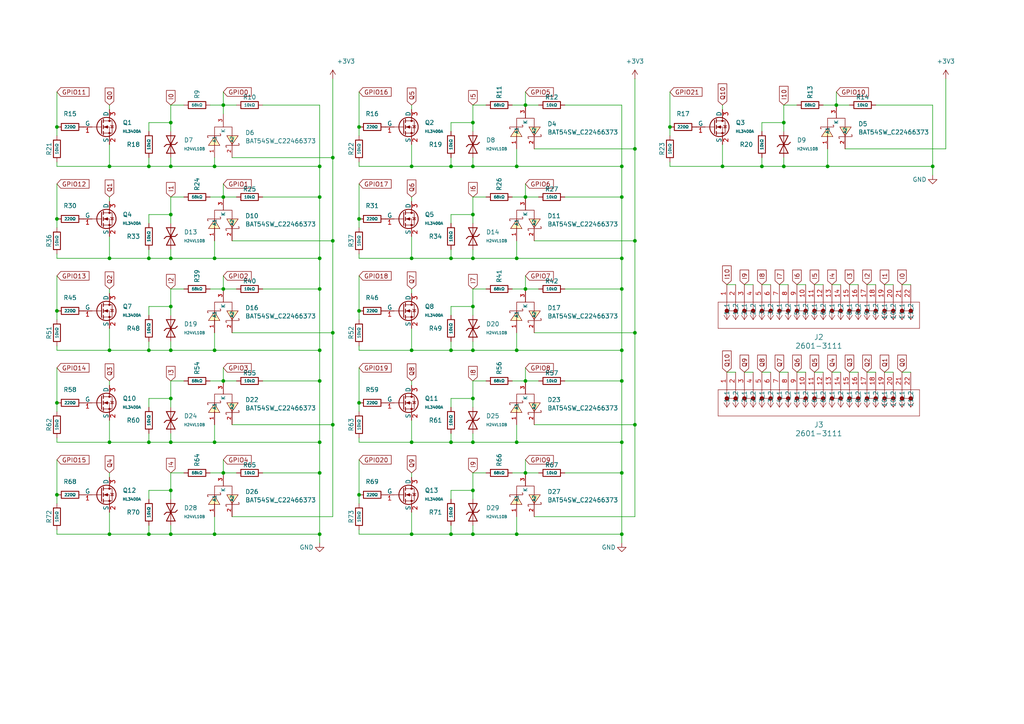
<source format=kicad_sch>
(kicad_sch (version 20231120) (generator "eeschema") (generator_version "8.0")
  (paper "A4")
  (lib_symbols
    (symbol "JLCPCB-Diode-Packages:Schottky, BAT54SW_C22466373"
      (property "Reference" "D" (at 0 1.27 0))
      (property "Value" "BAT54SW_C22466373" (at 0 -2.54 0))
      (symbol "Schottky, BAT54SW_C22466373_0_1"
        (pin unspecified line (at -2.54 -5.08 90) (length 3.81) (name "A1") (number "1"))
        (pin unspecified line (at 2.54 -5.08 90) (length 3.81) (name "A2") (number "2"))
        (pin unspecified line (at 0 7.62 270) (length 3.81) (name "K") (number "3"))
      )
    )
    (symbol "JLCPCB-Diodes:TVS-Bi,H24VL10B" (pin_numbers hide) (pin_names (offset 0))
      (property "Reference" "D" (at 2.032 0.834 0))
      (property "Value" "H24VL10B" (at 2.032 -1.2122 0))
      (symbol "TVS-Bi,H24VL10B_1_1"
        (pin passive line (at 0 -3.81 90) (length 3.81) (name "~") (number "1"))
        (pin passive line (at 0 3.81 270) (length 3.81) (name "~") (number "2"))
      )
    )
    (symbol "JLCPCB-Resistors:0805,10kΩ" (pin_numbers hide) (pin_names (offset 0))
      (property "Reference" "R" (at 1.778 0 0))
      (property "Value" "10kΩ" (at 0 0 90))
      (symbol "0805,10kΩ_1_1"
        (pin passive line (at 0 3.81 270) (length 1.27) (name "~") (number "1"))
        (pin passive line (at 0 -3.81 90) (length 1.27) (name "~") (number "2"))
      )
    )
    (symbol "JLCPCB-Resistors:0805,220Ω" (pin_numbers hide) (pin_names (offset 0))
      (property "Reference" "R" (at 1.778 0 0))
      (property "Value" "220Ω" (at 0 0 90))
      (symbol "0805,220Ω_1_1"
        (pin passive line (at 0 3.81 270) (length 1.27) (name "~") (number "1"))
        (pin passive line (at 0 -3.81 90) (length 1.27) (name "~") (number "2"))
      )
    )
    (symbol "JLCPCB-Resistors:0805,68kΩ" (pin_numbers hide) (pin_names (offset 0))
      (property "Reference" "R" (at 1.778 0 0))
      (property "Value" "68kΩ" (at 0 0 90))
      (symbol "0805,68kΩ_1_1"
        (pin passive line (at 0 3.81 270) (length 1.27) (name "~") (number "1"))
        (pin passive line (at 0 -3.81 90) (length 1.27) (name "~") (number "2"))
      )
    )
    (symbol "JLCPCB-Resistors:1206,10kΩ" (pin_numbers hide) (pin_names (offset 0))
      (property "Reference" "R" (at 1.778 0 0))
      (property "Value" "10kΩ" (at 0 0 90))
      (symbol "1206,10kΩ_1_1"
        (pin passive line (at 0 3.81 270) (length 1.27) (name "~") (number "1"))
        (pin passive line (at 0 -3.81 90) (length 1.27) (name "~") (number "2"))
      )
    )
    (symbol "JLCPCB-Transistors:NMOS,HL3400A" (pin_names (offset 0))
      (property "Reference" "Q" (at 4.8514 0.834 0))
      (property "Value" "HL3400A" (at 4.8514 -1.2122 0))
      (symbol "NMOS,HL3400A_1_1"
        (pin input line (at -5.08 0 0) (length 2.54) (name "G") (number "1"))
        (pin passive line (at 2.54 -5.08 90) (length 2.54) (name "S") (number "2"))
        (pin passive line (at 2.54 5.08 270) (length 2.54) (name "D") (number "3"))
      )
    )
    (symbol "Wago 2601-3111:2601-3111" (pin_names (offset 0.254))
      (property "Reference" "J" (at 8.89 6.35 0))
      (property "Value" "2601-3111" (at 0 0 0))
      (symbol "2601-3111_1_1"
        (pin unspecified line (at 0 0 0) (length 5.08) (name "1_1") (number "1"))
        (pin unspecified line (at 0 -22.86 0) (length 5.08) (name "5_2") (number "10"))
        (pin unspecified line (at 0 -25.4 0) (length 5.08) (name "6_1") (number "11"))
        (pin unspecified line (at 0 -27.94 0) (length 5.08) (name "6_2") (number "12"))
        (pin unspecified line (at 0 -30.48 0) (length 5.08) (name "7_1") (number "13"))
        (pin unspecified line (at 0 -33.02 0) (length 5.08) (name "7_2") (number "14"))
        (pin unspecified line (at 0 -35.56 0) (length 5.08) (name "8_1") (number "15"))
        (pin unspecified line (at 0 -38.1 0) (length 5.08) (name "8_2") (number "16"))
        (pin unspecified line (at 0 -40.64 0) (length 5.08) (name "9_1") (number "17"))
        (pin unspecified line (at 0 -43.18 0) (length 5.08) (name "9_2") (number "18"))
        (pin unspecified line (at 0 -45.72 0) (length 5.08) (name "10_1") (number "19"))
        (pin unspecified line (at 0 -2.54 0) (length 5.08) (name "1_2") (number "2"))
        (pin unspecified line (at 0 -48.26 0) (length 5.08) (name "10_2") (number "20"))
        (pin unspecified line (at 0 -50.8 0) (length 5.08) (name "11_1") (number "21"))
        (pin unspecified line (at 0 -53.34 0) (length 5.08) (name "11_2") (number "22"))
        (pin unspecified line (at 0 -5.08 0) (length 5.08) (name "2_1") (number "3"))
        (pin unspecified line (at 0 -7.62 0) (length 5.08) (name "2_2") (number "4"))
        (pin unspecified line (at 0 -10.16 0) (length 5.08) (name "3_1") (number "5"))
        (pin unspecified line (at 0 -12.7 0) (length 5.08) (name "3_2") (number "6"))
        (pin unspecified line (at 0 -15.24 0) (length 5.08) (name "4_1") (number "7"))
        (pin unspecified line (at 0 -17.78 0) (length 5.08) (name "4_2") (number "8"))
        (pin unspecified line (at 0 -20.32 0) (length 5.08) (name "5_1") (number "9"))
      )
      (symbol "2601-3111_1_2"
        (pin unspecified line (at 0 0 0) (length 5.08) (name "1_1") (number "1"))
        (pin unspecified line (at 0 -22.86 0) (length 5.08) (name "5_2") (number "10"))
        (pin unspecified line (at 0 -25.4 0) (length 5.08) (name "6_1") (number "11"))
        (pin unspecified line (at 0 -27.94 0) (length 5.08) (name "6_2") (number "12"))
        (pin unspecified line (at 0 -30.48 0) (length 5.08) (name "7_1") (number "13"))
        (pin unspecified line (at 0 -33.02 0) (length 5.08) (name "7_2") (number "14"))
        (pin unspecified line (at 0 -35.56 0) (length 5.08) (name "8_1") (number "15"))
        (pin unspecified line (at 0 -38.1 0) (length 5.08) (name "8_2") (number "16"))
        (pin unspecified line (at 0 -40.64 0) (length 5.08) (name "9_1") (number "17"))
        (pin unspecified line (at 0 -43.18 0) (length 5.08) (name "9_2") (number "18"))
        (pin unspecified line (at 0 -45.72 0) (length 5.08) (name "10_1") (number "19"))
        (pin unspecified line (at 0 -2.54 0) (length 5.08) (name "1_2") (number "2"))
        (pin unspecified line (at 0 -48.26 0) (length 5.08) (name "10_2") (number "20"))
        (pin unspecified line (at 0 -50.8 0) (length 5.08) (name "11_1") (number "21"))
        (pin unspecified line (at 0 -53.34 0) (length 5.08) (name "11_2") (number "22"))
        (pin unspecified line (at 0 -5.08 0) (length 5.08) (name "2_1") (number "3"))
        (pin unspecified line (at 0 -7.62 0) (length 5.08) (name "2_2") (number "4"))
        (pin unspecified line (at 0 -10.16 0) (length 5.08) (name "3_1") (number "5"))
        (pin unspecified line (at 0 -12.7 0) (length 5.08) (name "3_2") (number "6"))
        (pin unspecified line (at 0 -15.24 0) (length 5.08) (name "4_1") (number "7"))
        (pin unspecified line (at 0 -17.78 0) (length 5.08) (name "4_2") (number "8"))
        (pin unspecified line (at 0 -20.32 0) (length 5.08) (name "5_1") (number "9"))
      )
    )
    (symbol "power:+5V" (power) (pin_numbers hide) (pin_names (offset 0) hide)
      (property "Value" "+5V" (at 0 3.556 0))
      (symbol "+5V_1_1"
        (pin power_in line (at 0 0 90) (length 0) (name "~") (number "1"))
      )
    )
    (symbol "power:GND" (power) (pin_names (offset 0))
      (property "Value" "GND" (at 0 -3.81 0))
      (symbol "GND_1_1"
        (pin power_in line (at 0 0 270) (length 0) hide (name "GND") (number "1"))
      )
    )
  )
  (junction (at 137.16 48.26))
  (junction (at 104.14 90.17))
  (junction (at 149.86 154.94))
  (junction (at 149.86 48.26))
  (junction (at 62.23 128.27))
  (junction (at 130.81 128.27))
  (junction (at 49.53 35.56))
  (junction (at 92.71 83.82))
  (junction (at 137.16 154.94))
  (junction (at 16.51 143.51))
  (junction (at 43.18 101.6))
  (junction (at 49.53 115.57))
  (junction (at 96.52 123.19))
  (junction (at 16.51 116.84))
  (junction (at 149.86 101.6))
  (junction (at 137.16 142.24))
  (junction (at 180.34 48.26))
  (junction (at 64.77 57.15))
  (junction (at 31.75 74.93))
  (junction (at 119.38 48.26))
  (junction (at 180.34 137.16))
  (junction (at 240.03 48.26))
  (junction (at 96.52 45.72))
  (junction (at 16.51 36.83))
  (junction (at 137.16 101.6))
  (junction (at 149.86 74.93))
  (junction (at 92.71 74.93))
  (junction (at 62.23 154.94))
  (junction (at 194.31 36.83))
  (junction (at 137.16 88.9))
  (junction (at 184.15 123.19))
  (junction (at 92.71 110.49))
  (junction (at 49.53 154.94))
  (junction (at 184.15 43.18))
  (junction (at 119.38 154.94))
  (junction (at 62.23 74.93))
  (junction (at 64.77 137.16))
  (junction (at 184.15 96.52))
  (junction (at 119.38 128.27))
  (junction (at 92.71 154.94))
  (junction (at 104.14 36.83))
  (junction (at 180.34 128.27))
  (junction (at 43.18 74.93))
  (junction (at 130.81 74.93))
  (junction (at 242.57 30.48))
  (junction (at 104.14 63.5))
  (junction (at 130.81 154.94))
  (junction (at 180.34 101.6))
  (junction (at 130.81 101.6))
  (junction (at 152.4 137.16))
  (junction (at 92.71 101.6))
  (junction (at 152.4 83.82))
  (junction (at 64.77 30.48))
  (junction (at 180.34 74.93))
  (junction (at 180.34 57.15))
  (junction (at 152.4 57.15))
  (junction (at 104.14 116.84))
  (junction (at 137.16 35.56))
  (junction (at 180.34 154.94))
  (junction (at 31.75 128.27))
  (junction (at 137.16 128.27))
  (junction (at 104.14 143.51))
  (junction (at 43.18 154.94))
  (junction (at 49.53 62.23))
  (junction (at 227.33 35.56))
  (junction (at 96.52 69.85))
  (junction (at 16.51 63.5))
  (junction (at 209.55 48.26))
  (junction (at 49.53 128.27))
  (junction (at 152.4 30.48))
  (junction (at 64.77 83.82))
  (junction (at 137.16 62.23))
  (junction (at 49.53 74.93))
  (junction (at 31.75 48.26))
  (junction (at 270.51 48.26))
  (junction (at 92.71 48.26))
  (junction (at 92.71 128.27))
  (junction (at 180.34 110.49))
  (junction (at 227.33 48.26))
  (junction (at 149.86 128.27))
  (junction (at 220.98 48.26))
  (junction (at 43.18 48.26))
  (junction (at 119.38 101.6))
  (junction (at 16.51 90.17))
  (junction (at 96.52 96.52))
  (junction (at 64.77 110.49))
  (junction (at 49.53 142.24))
  (junction (at 49.53 48.26))
  (junction (at 31.75 154.94))
  (junction (at 62.23 101.6))
  (junction (at 137.16 115.57))
  (junction (at 137.16 74.93))
  (junction (at 43.18 128.27))
  (junction (at 31.75 101.6))
  (junction (at 119.38 74.93))
  (junction (at 152.4 110.49))
  (junction (at 92.71 57.15))
  (junction (at 62.23 48.26))
  (junction (at 130.81 48.26))
  (junction (at 92.71 137.16))
  (junction (at 184.15 69.85))
  (junction (at 180.34 83.82))
  (junction (at 49.53 101.6))
  (junction (at 49.53 88.9))
  (wire (pts (xy 62.23 96.52) (xy 62.23 101.6)))
  (wire (pts (xy 119.38 128.27) (xy 130.81 128.27)))
  (wire (pts (xy 149.86 149.86) (xy 149.86 154.94)))
  (wire (pts (xy 67.31 45.72) (xy 96.52 45.72)))
  (wire (pts (xy 119.38 41.91) (xy 119.38 48.26)))
  (wire (pts (xy 194.31 46.99) (xy 194.31 48.26)))
  (wire (pts (xy 31.75 138.43) (xy 31.75 137.16)))
  (wire (pts (xy 184.15 43.18) (xy 184.15 69.85)))
  (wire (pts (xy 64.77 106.68) (xy 64.77 110.49)))
  (wire (pts (xy 49.53 137.16) (xy 53.34 137.16)))
  (wire (pts (xy 137.16 154.94) (xy 149.86 154.94)))
  (wire (pts (xy 220.98 45.72) (xy 220.98 48.26)))
  (wire (pts (xy 154.94 69.85) (xy 184.15 69.85)))
  (wire (pts (xy 180.34 137.16) (xy 180.34 154.94)))
  (wire (pts (xy 64.77 53.34) (xy 64.77 57.15)))
  (wire (pts (xy 49.53 74.93) (xy 62.23 74.93)))
  (wire (pts (xy 137.16 110.49) (xy 140.97 110.49)))
  (wire (pts (xy 16.51 100.33) (xy 16.51 101.6)))
  (wire (pts (xy 16.51 128.27) (xy 31.75 128.27)))
  (wire (pts (xy 130.81 152.4) (xy 130.81 154.94)))
  (wire (pts (xy 96.52 96.52) (xy 67.31 96.52)))
  (wire (pts (xy 104.14 90.17) (xy 104.14 92.71)))
  (wire (pts (xy 227.33 48.26) (xy 240.03 48.26)))
  (wire (pts (xy 43.18 152.4) (xy 43.18 154.94)))
  (wire (pts (xy 16.51 48.26) (xy 31.75 48.26)))
  (wire (pts (xy 62.23 128.27) (xy 92.71 128.27)))
  (wire (pts (xy 43.18 99.06) (xy 43.18 101.6)))
  (wire (pts (xy 31.75 111.76) (xy 31.75 110.49)))
  (wire (pts (xy 104.14 53.34) (xy 104.14 63.5)))
  (wire (pts (xy 240.03 43.18) (xy 240.03 48.26)))
  (wire (pts (xy 209.55 41.91) (xy 209.55 48.26)))
  (wire (pts (xy 261.62 82.55) (xy 264.16 82.55)))
  (wire (pts (xy 43.18 142.24) (xy 49.53 142.24)))
  (wire (pts (xy 16.51 90.17) (xy 16.51 92.71)))
  (wire (pts (xy 184.15 69.85) (xy 184.15 96.52)))
  (wire (pts (xy 256.54 107.95) (xy 259.08 107.95)))
  (wire (pts (xy 194.31 48.26) (xy 209.55 48.26)))
  (wire (pts (xy 274.32 43.18) (xy 245.11 43.18)))
  (wire (pts (xy 92.71 101.6) (xy 92.71 110.49)))
  (wire (pts (xy 149.86 69.85) (xy 149.86 74.93)))
  (wire (pts (xy 43.18 115.57) (xy 49.53 115.57)))
  (wire (pts (xy 16.51 46.99) (xy 16.51 48.26)))
  (wire (pts (xy 64.77 30.48) (xy 68.58 30.48)))
  (wire (pts (xy 31.75 58.42) (xy 31.75 57.15)))
  (wire (pts (xy 137.16 62.23) (xy 137.16 64.77)))
  (wire (pts (xy 49.53 142.24) (xy 49.53 144.78)))
  (wire (pts (xy 152.4 133.35) (xy 152.4 137.16)))
  (wire (pts (xy 16.51 133.35) (xy 16.51 143.51)))
  (wire (pts (xy 31.75 48.26) (xy 43.18 48.26)))
  (wire (pts (xy 149.86 96.52) (xy 149.86 101.6)))
  (wire (pts (xy 31.75 128.27) (xy 43.18 128.27)))
  (wire (pts (xy 119.38 154.94) (xy 130.81 154.94)))
  (wire (pts (xy 92.71 30.48) (xy 92.71 48.26)))
  (wire (pts (xy 148.59 137.16) (xy 152.4 137.16)))
  (wire (pts (xy 130.81 45.72) (xy 130.81 48.26)))
  (wire (pts (xy 274.32 22.86) (xy 274.32 43.18)))
  (wire (pts (xy 43.18 38.1) (xy 43.18 35.56)))
  (wire (pts (xy 31.75 121.92) (xy 31.75 128.27)))
  (wire (pts (xy 210.82 107.95) (xy 213.36 107.95)))
  (wire (pts (xy 16.51 116.84) (xy 16.51 119.38)))
  (wire (pts (xy 60.96 137.16) (xy 64.77 137.16)))
  (wire (pts (xy 60.96 57.15) (xy 64.77 57.15)))
  (wire (pts (xy 226.06 107.95) (xy 228.6 107.95)))
  (wire (pts (xy 104.14 74.93) (xy 119.38 74.93)))
  (wire (pts (xy 96.52 22.86) (xy 96.52 45.72)))
  (wire (pts (xy 62.23 123.19) (xy 62.23 128.27)))
  (wire (pts (xy 104.14 127) (xy 104.14 128.27)))
  (wire (pts (xy 92.71 154.94) (xy 92.71 157.48)))
  (wire (pts (xy 16.51 73.66) (xy 16.51 74.93)))
  (wire (pts (xy 92.71 74.93) (xy 92.71 83.82)))
  (wire (pts (xy 43.18 128.27) (xy 49.53 128.27)))
  (wire (pts (xy 119.38 74.93) (xy 130.81 74.93)))
  (wire (pts (xy 152.4 30.48) (xy 156.21 30.48)))
  (wire (pts (xy 180.34 128.27) (xy 180.34 137.16)))
  (wire (pts (xy 184.15 149.86) (xy 184.15 123.19)))
  (wire (pts (xy 60.96 30.48) (xy 64.77 30.48)))
  (wire (pts (xy 220.98 38.1) (xy 220.98 35.56)))
  (wire (pts (xy 148.59 110.49) (xy 152.4 110.49)))
  (wire (pts (xy 49.53 35.56) (xy 49.53 38.1)))
  (wire (pts (xy 215.9 82.55) (xy 218.44 82.55)))
  (wire (pts (xy 226.06 82.55) (xy 228.6 82.55)))
  (wire (pts (xy 209.55 48.26) (xy 220.98 48.26)))
  (wire (pts (xy 148.59 30.48) (xy 152.4 30.48)))
  (wire (pts (xy 43.18 101.6) (xy 49.53 101.6)))
  (wire (pts (xy 194.31 26.67) (xy 194.31 36.83)))
  (wire (pts (xy 43.18 154.94) (xy 49.53 154.94)))
  (wire (pts (xy 31.75 95.25) (xy 31.75 101.6)))
  (wire (pts (xy 31.75 154.94) (xy 43.18 154.94)))
  (wire (pts (xy 256.54 82.55) (xy 259.08 82.55)))
  (wire (pts (xy 270.51 48.26) (xy 270.51 50.8)))
  (wire (pts (xy 31.75 148.59) (xy 31.75 154.94)))
  (wire (pts (xy 238.76 30.48) (xy 242.57 30.48)))
  (wire (pts (xy 31.75 101.6) (xy 43.18 101.6)))
  (wire (pts (xy 137.16 125.73) (xy 137.16 128.27)))
  (wire (pts (xy 43.18 88.9) (xy 49.53 88.9)))
  (wire (pts (xy 210.82 82.55) (xy 213.36 82.55)))
  (wire (pts (xy 137.16 115.57) (xy 137.16 118.11)))
  (wire (pts (xy 49.53 110.49) (xy 49.53 115.57)))
  (wire (pts (xy 130.81 128.27) (xy 137.16 128.27)))
  (wire (pts (xy 104.14 128.27) (xy 119.38 128.27)))
  (wire (pts (xy 251.46 107.95) (xy 254 107.95)))
  (wire (pts (xy 104.14 80.01) (xy 104.14 90.17)))
  (wire (pts (xy 261.62 107.95) (xy 264.16 107.95)))
  (wire (pts (xy 16.51 143.51) (xy 16.51 146.05)))
  (wire (pts (xy 180.34 30.48) (xy 180.34 48.26)))
  (wire (pts (xy 137.16 128.27) (xy 149.86 128.27)))
  (wire (pts (xy 130.81 74.93) (xy 137.16 74.93)))
  (wire (pts (xy 227.33 30.48) (xy 227.33 35.56)))
  (wire (pts (xy 104.14 106.68) (xy 104.14 116.84)))
  (wire (pts (xy 16.51 153.67) (xy 16.51 154.94)))
  (wire (pts (xy 104.14 36.83) (xy 104.14 39.37)))
  (wire (pts (xy 130.81 48.26) (xy 137.16 48.26)))
  (wire (pts (xy 119.38 138.43) (xy 119.38 137.16)))
  (wire (pts (xy 43.18 74.93) (xy 49.53 74.93)))
  (wire (pts (xy 31.75 41.91) (xy 31.75 48.26)))
  (wire (pts (xy 152.4 110.49) (xy 156.21 110.49)))
  (wire (pts (xy 49.53 72.39) (xy 49.53 74.93)))
  (wire (pts (xy 137.16 30.48) (xy 137.16 35.56)))
  (wire (pts (xy 49.53 154.94) (xy 62.23 154.94)))
  (wire (pts (xy 137.16 45.72) (xy 137.16 48.26)))
  (wire (pts (xy 137.16 110.49) (xy 137.16 115.57)))
  (wire (pts (xy 194.31 36.83) (xy 194.31 39.37)))
  (wire (pts (xy 227.33 30.48) (xy 231.14 30.48)))
  (wire (pts (xy 62.23 154.94) (xy 92.71 154.94)))
  (wire (pts (xy 49.53 99.06) (xy 49.53 101.6)))
  (wire (pts (xy 137.16 30.48) (xy 140.97 30.48)))
  (wire (pts (xy 137.16 83.82) (xy 140.97 83.82)))
  (wire (pts (xy 96.52 45.72) (xy 96.52 69.85)))
  (wire (pts (xy 137.16 48.26) (xy 149.86 48.26)))
  (wire (pts (xy 64.77 133.35) (xy 64.77 137.16)))
  (wire (pts (xy 149.86 74.93) (xy 180.34 74.93)))
  (wire (pts (xy 49.53 88.9) (xy 49.53 91.44)))
  (wire (pts (xy 184.15 149.86) (xy 154.94 149.86)))
  (wire (pts (xy 31.75 68.58) (xy 31.75 74.93)))
  (wire (pts (xy 43.18 62.23) (xy 49.53 62.23)))
  (wire (pts (xy 96.52 96.52) (xy 96.52 69.85)))
  (wire (pts (xy 180.34 83.82) (xy 180.34 101.6)))
  (wire (pts (xy 130.81 62.23) (xy 137.16 62.23)))
  (wire (pts (xy 220.98 48.26) (xy 227.33 48.26)))
  (wire (pts (xy 49.53 45.72) (xy 49.53 48.26)))
  (wire (pts (xy 149.86 101.6) (xy 180.34 101.6)))
  (wire (pts (xy 92.71 30.48) (xy 76.2 30.48)))
  (wire (pts (xy 49.53 152.4) (xy 49.53 154.94)))
  (wire (pts (xy 49.53 83.82) (xy 49.53 88.9)))
  (wire (pts (xy 137.16 137.16) (xy 137.16 142.24)))
  (wire (pts (xy 184.15 96.52) (xy 184.15 123.19)))
  (wire (pts (xy 184.15 43.18) (xy 154.94 43.18)))
  (wire (pts (xy 184.15 22.86) (xy 184.15 43.18)))
  (wire (pts (xy 184.15 123.19) (xy 154.94 123.19)))
  (wire (pts (xy 152.4 26.67) (xy 152.4 30.48)))
  (wire (pts (xy 119.38 101.6) (xy 130.81 101.6)))
  (wire (pts (xy 16.51 127) (xy 16.51 128.27)))
  (wire (pts (xy 152.4 83.82) (xy 156.21 83.82)))
  (wire (pts (xy 240.03 48.26) (xy 270.51 48.26)))
  (wire (pts (xy 96.52 149.86) (xy 67.31 149.86)))
  (wire (pts (xy 152.4 57.15) (xy 156.21 57.15)))
  (wire (pts (xy 119.38 48.26) (xy 130.81 48.26)))
  (wire (pts (xy 152.4 80.01) (xy 152.4 83.82)))
  (wire (pts (xy 62.23 74.93) (xy 92.71 74.93)))
  (wire (pts (xy 119.38 58.42) (xy 119.38 57.15)))
  (wire (pts (xy 220.98 82.55) (xy 223.52 82.55)))
  (wire (pts (xy 62.23 48.26) (xy 92.71 48.26)))
  (wire (pts (xy 43.18 48.26) (xy 49.53 48.26)))
  (wire (pts (xy 96.52 149.86) (xy 96.52 123.19)))
  (wire (pts (xy 43.18 144.78) (xy 43.18 142.24)))
  (wire (pts (xy 16.51 74.93) (xy 31.75 74.93)))
  (wire (pts (xy 31.75 74.93) (xy 43.18 74.93)))
  (wire (pts (xy 130.81 115.57) (xy 137.16 115.57)))
  (wire (pts (xy 43.18 118.11) (xy 43.18 115.57)))
  (wire (pts (xy 137.16 83.82) (xy 137.16 88.9)))
  (wire (pts (xy 64.77 33.02) (xy 64.77 30.48)))
  (wire (pts (xy 137.16 57.15) (xy 137.16 62.23)))
  (wire (pts (xy 96.52 123.19) (xy 96.52 96.52)))
  (wire (pts (xy 49.53 48.26) (xy 62.23 48.26)))
  (wire (pts (xy 152.4 106.68) (xy 152.4 110.49)))
  (wire (pts (xy 149.86 154.94) (xy 180.34 154.94)))
  (wire (pts (xy 92.71 137.16) (xy 76.2 137.16)))
  (wire (pts (xy 130.81 38.1) (xy 130.81 35.56)))
  (wire (pts (xy 64.77 57.15) (xy 68.58 57.15)))
  (wire (pts (xy 92.71 48.26) (xy 92.71 57.15)))
  (wire (pts (xy 130.81 99.06) (xy 130.81 101.6)))
  (wire (pts (xy 236.22 82.55) (xy 238.76 82.55)))
  (wire (pts (xy 119.38 68.58) (xy 119.38 74.93)))
  (wire (pts (xy 236.22 107.95) (xy 238.76 107.95)))
  (wire (pts (xy 49.53 137.16) (xy 49.53 142.24)))
  (wire (pts (xy 137.16 152.4) (xy 137.16 154.94)))
  (wire (pts (xy 43.18 45.72) (xy 43.18 48.26)))
  (wire (pts (xy 64.77 83.82) (xy 68.58 83.82)))
  (wire (pts (xy 31.75 31.75) (xy 31.75 30.48)))
  (wire (pts (xy 92.71 57.15) (xy 92.71 74.93)))
  (wire (pts (xy 270.51 30.48) (xy 270.51 48.26)))
  (wire (pts (xy 130.81 101.6) (xy 137.16 101.6)))
  (wire (pts (xy 104.14 153.67) (xy 104.14 154.94)))
  (wire (pts (xy 16.51 80.01) (xy 16.51 90.17)))
  (wire (pts (xy 227.33 35.56) (xy 227.33 38.1)))
  (wire (pts (xy 119.38 95.25) (xy 119.38 101.6)))
  (wire (pts (xy 209.55 31.75) (xy 209.55 30.48)))
  (wire (pts (xy 104.14 100.33) (xy 104.14 101.6)))
  (wire (pts (xy 43.18 91.44) (xy 43.18 88.9)))
  (wire (pts (xy 104.14 48.26) (xy 119.38 48.26)))
  (wire (pts (xy 246.38 82.55) (xy 248.92 82.55)))
  (wire (pts (xy 152.4 137.16) (xy 156.21 137.16)))
  (wire (pts (xy 241.3 82.55) (xy 243.84 82.55)))
  (wire (pts (xy 180.34 74.93) (xy 180.34 83.82)))
  (wire (pts (xy 180.34 110.49) (xy 163.83 110.49)))
  (wire (pts (xy 62.23 149.86) (xy 62.23 154.94)))
  (wire (pts (xy 246.38 107.95) (xy 248.92 107.95)))
  (wire (pts (xy 241.3 107.95) (xy 243.84 107.95)))
  (wire (pts (xy 242.57 26.67) (xy 242.57 30.48)))
  (wire (pts (xy 49.53 57.15) (xy 49.53 62.23)))
  (wire (pts (xy 180.34 48.26) (xy 180.34 57.15)))
  (wire (pts (xy 130.81 64.77) (xy 130.81 62.23)))
  (wire (pts (xy 92.71 110.49) (xy 76.2 110.49)))
  (wire (pts (xy 104.14 154.94) (xy 119.38 154.94)))
  (wire (pts (xy 154.94 96.52) (xy 184.15 96.52)))
  (wire (pts (xy 152.4 53.34) (xy 152.4 57.15)))
  (wire (pts (xy 31.75 85.09) (xy 31.75 83.82)))
  (wire (pts (xy 16.51 26.67) (xy 16.51 36.83)))
  (wire (pts (xy 49.53 110.49) (xy 53.34 110.49)))
  (wire (pts (xy 104.14 133.35) (xy 104.14 143.51)))
  (wire (pts (xy 104.14 26.67) (xy 104.14 36.83)))
  (wire (pts (xy 149.86 43.18) (xy 149.86 48.26)))
  (wire (pts (xy 92.71 57.15) (xy 76.2 57.15)))
  (wire (pts (xy 180.34 137.16) (xy 163.83 137.16)))
  (wire (pts (xy 251.46 82.55) (xy 254 82.55)))
  (wire (pts (xy 49.53 62.23) (xy 49.53 64.77)))
  (wire (pts (xy 130.81 144.78) (xy 130.81 142.24)))
  (wire (pts (xy 49.53 30.48) (xy 53.34 30.48)))
  (wire (pts (xy 43.18 64.77) (xy 43.18 62.23)))
  (wire (pts (xy 180.34 57.15) (xy 163.83 57.15)))
  (wire (pts (xy 149.86 128.27) (xy 180.34 128.27)))
  (wire (pts (xy 270.51 30.48) (xy 254 30.48)))
  (wire (pts (xy 64.77 80.01) (xy 64.77 83.82)))
  (wire (pts (xy 180.34 154.94) (xy 180.34 157.48)))
  (wire (pts (xy 62.23 45.72) (xy 62.23 48.26)))
  (wire (pts (xy 49.53 115.57) (xy 49.53 118.11)))
  (wire (pts (xy 64.77 26.67) (xy 64.77 30.48)))
  (wire (pts (xy 137.16 101.6) (xy 149.86 101.6)))
  (wire (pts (xy 104.14 101.6) (xy 119.38 101.6)))
  (wire (pts (xy 220.98 35.56) (xy 227.33 35.56)))
  (wire (pts (xy 62.23 101.6) (xy 92.71 101.6)))
  (wire (pts (xy 49.53 128.27) (xy 62.23 128.27)))
  (wire (pts (xy 64.77 110.49) (xy 68.58 110.49)))
  (wire (pts (xy 16.51 36.83) (xy 16.51 39.37)))
  (wire (pts (xy 137.16 35.56) (xy 137.16 38.1)))
  (wire (pts (xy 119.38 31.75) (xy 119.38 30.48)))
  (wire (pts (xy 62.23 69.85) (xy 62.23 74.93)))
  (wire (pts (xy 137.16 57.15) (xy 140.97 57.15)))
  (wire (pts (xy 119.38 85.09) (xy 119.38 83.82)))
  (wire (pts (xy 130.81 72.39) (xy 130.81 74.93)))
  (wire (pts (xy 16.51 154.94) (xy 31.75 154.94)))
  (wire (pts (xy 180.34 30.48) (xy 163.83 30.48)))
  (wire (pts (xy 104.14 143.51) (xy 104.14 146.05)))
  (wire (pts (xy 137.16 72.39) (xy 137.16 74.93)))
  (wire (pts (xy 130.81 118.11) (xy 130.81 115.57)))
  (wire (pts (xy 242.57 30.48) (xy 246.38 30.48)))
  (wire (pts (xy 119.38 121.92) (xy 119.38 128.27)))
  (wire (pts (xy 130.81 154.94) (xy 137.16 154.94)))
  (wire (pts (xy 137.16 74.93) (xy 149.86 74.93)))
  (wire (pts (xy 220.98 107.95) (xy 223.52 107.95)))
  (wire (pts (xy 49.53 101.6) (xy 62.23 101.6)))
  (wire (pts (xy 149.86 123.19) (xy 149.86 128.27)))
  (wire (pts (xy 16.51 53.34) (xy 16.51 63.5)))
  (wire (pts (xy 137.16 137.16) (xy 140.97 137.16)))
  (wire (pts (xy 119.38 148.59) (xy 119.38 154.94)))
  (wire (pts (xy 137.16 99.06) (xy 137.16 101.6)))
  (wire (pts (xy 104.14 63.5) (xy 104.14 66.04)))
  (wire (pts (xy 64.77 137.16) (xy 68.58 137.16)))
  (wire (pts (xy 49.53 125.73) (xy 49.53 128.27)))
  (wire (pts (xy 180.34 83.82) (xy 163.83 83.82)))
  (wire (pts (xy 43.18 125.73) (xy 43.18 128.27)))
  (wire (pts (xy 130.81 125.73) (xy 130.81 128.27)))
  (wire (pts (xy 92.71 83.82) (xy 76.2 83.82)))
  (wire (pts (xy 92.71 137.16) (xy 92.71 154.94)))
  (wire (pts (xy 227.33 45.72) (xy 227.33 48.26)))
  (wire (pts (xy 119.38 111.76) (xy 119.38 110.49)))
  (wire (pts (xy 149.86 48.26) (xy 180.34 48.26)))
  (wire (pts (xy 104.14 116.84) (xy 104.14 119.38)))
  (wire (pts (xy 16.51 101.6) (xy 31.75 101.6)))
  (wire (pts (xy 137.16 142.24) (xy 137.16 144.78)))
  (wire (pts (xy 92.71 83.82) (xy 92.71 101.6)))
  (wire (pts (xy 16.51 106.68) (xy 16.51 116.84)))
  (wire (pts (xy 148.59 57.15) (xy 152.4 57.15)))
  (wire (pts (xy 180.34 110.49) (xy 180.34 128.27)))
  (wire (pts (xy 49.53 30.48) (xy 49.53 35.56)))
  (wire (pts (xy 96.52 69.85) (xy 67.31 69.85)))
  (wire (pts (xy 215.9 107.95) (xy 218.44 107.95)))
  (wire (pts (xy 231.14 107.95) (xy 233.68 107.95)))
  (wire (pts (xy 130.81 35.56) (xy 137.16 35.56)))
  (wire (pts (xy 49.53 83.82) (xy 53.34 83.82)))
  (wire (pts (xy 130.81 142.24) (xy 137.16 142.24)))
  (wire (pts (xy 231.14 82.55) (xy 233.68 82.55)))
  (wire (pts (xy 104.14 73.66) (xy 104.14 74.93)))
  (wire (pts (xy 16.51 63.5) (xy 16.51 66.04)))
  (wire (pts (xy 43.18 72.39) (xy 43.18 74.93)))
  (wire (pts (xy 137.16 88.9) (xy 137.16 91.44)))
  (wire (pts (xy 104.14 46.99) (xy 104.14 48.26)))
  (wire (pts (xy 60.96 83.82) (xy 64.77 83.82)))
  (wire (pts (xy 130.81 88.9) (xy 137.16 88.9)))
  (wire (pts (xy 43.18 35.56) (xy 49.53 35.56)))
  (wire (pts (xy 130.81 91.44) (xy 130.81 88.9)))
  (wire (pts (xy 96.52 123.19) (xy 67.31 123.19)))
  (wire (pts (xy 92.71 128.27) (xy 92.71 137.16)))
  (wire (pts (xy 180.34 101.6) (xy 180.34 110.49)))
  (wire (pts (xy 49.53 57.15) (xy 53.34 57.15)))
  (wire (pts (xy 148.59 83.82) (xy 152.4 83.82)))
  (wire (pts (xy 92.71 110.49) (xy 92.71 128.27)))
  (wire (pts (xy 180.34 57.15) (xy 180.34 74.93)))
  (wire (pts (xy 60.96 110.49) (xy 64.77 110.49)))
  (global_label "I8" (shape input) (at 137.16 110.49 90) (property "Intersheetrefs" "${INTERSHEET_REFS}" (effects (hide yes))))
  (global_label "Q10" (shape input) (at 209.55 30.48 90) (property "Intersheetrefs" "${INTERSHEET_REFS}" (effects (hide yes))))
  (global_label "GPIO21" (shape input) (at 194.31 26.67 0) (property "Intersheetrefs" "${INTERSHEET_REFS}" (effects (hide yes))))
  (global_label "GPIO15" (shape input) (at 16.51 133.35 0) (property "Intersheetrefs" "${INTERSHEET_REFS}" (effects (hide yes))))
  (global_label "Q6" (shape input) (at 119.38 57.15 90) (property "Intersheetrefs" "${INTERSHEET_REFS}" (effects (hide yes))))
  (global_label "GPIO19" (shape input) (at 104.14 106.68 0) (property "Intersheetrefs" "${INTERSHEET_REFS}" (effects (hide yes))))
  (global_label "Q7" (shape input) (at 226.06 107.95 90) (property "Intersheetrefs" "${INTERSHEET_REFS}" (effects (hide yes))))
  (global_label "GPIO1" (shape input) (at 64.77 53.34 0) (property "Intersheetrefs" "${INTERSHEET_REFS}" (effects (hide yes))))
  (global_label "GPIO12" (shape input) (at 16.51 53.34 0) (property "Intersheetrefs" "${INTERSHEET_REFS}" (effects (hide yes))))
  (global_label "GPIO6" (shape input) (at 152.4 53.34 0) (property "Intersheetrefs" "${INTERSHEET_REFS}" (effects (hide yes))))
  (global_label "GPIO18" (shape input) (at 104.14 80.01 0) (property "Intersheetrefs" "${INTERSHEET_REFS}" (effects (hide yes))))
  (global_label "Q4" (shape input) (at 241.3 107.95 90) (property "Intersheetrefs" "${INTERSHEET_REFS}" (effects (hide yes))))
  (global_label "GPIO8" (shape input) (at 152.4 106.68 0) (property "Intersheetrefs" "${INTERSHEET_REFS}" (effects (hide yes))))
  (global_label "GPIO10" (shape input) (at 242.57 26.67 0) (property "Intersheetrefs" "${INTERSHEET_REFS}" (effects (hide yes))))
  (global_label "I0" (shape input) (at 49.53 30.48 90) (property "Intersheetrefs" "${INTERSHEET_REFS}" (effects (hide yes))))
  (global_label "Q4" (shape input) (at 31.75 137.16 90) (property "Intersheetrefs" "${INTERSHEET_REFS}" (effects (hide yes))))
  (global_label "I5" (shape input) (at 137.16 30.48 90) (property "Intersheetrefs" "${INTERSHEET_REFS}" (effects (hide yes))))
  (global_label "I4" (shape input) (at 241.3 82.55 90) (property "Intersheetrefs" "${INTERSHEET_REFS}" (effects (hide yes))))
  (global_label "I8" (shape input) (at 220.98 82.55 90) (property "Intersheetrefs" "${INTERSHEET_REFS}" (effects (hide yes))))
  (global_label "I3" (shape input) (at 246.38 82.55 90) (property "Intersheetrefs" "${INTERSHEET_REFS}" (effects (hide yes))))
  (global_label "GPIO17" (shape input) (at 104.14 53.34 0) (property "Intersheetrefs" "${INTERSHEET_REFS}" (effects (hide yes))))
  (global_label "I5" (shape input) (at 236.22 82.55 90) (property "Intersheetrefs" "${INTERSHEET_REFS}" (effects (hide yes))))
  (global_label "I3" (shape input) (at 49.53 110.49 90) (property "Intersheetrefs" "${INTERSHEET_REFS}" (effects (hide yes))))
  (global_label "I6" (shape input) (at 137.16 57.15 90) (property "Intersheetrefs" "${INTERSHEET_REFS}" (effects (hide yes))))
  (global_label "Q5" (shape input) (at 236.22 107.95 90) (property "Intersheetrefs" "${INTERSHEET_REFS}" (effects (hide yes))))
  (global_label "I1" (shape input) (at 256.54 82.55 90) (property "Intersheetrefs" "${INTERSHEET_REFS}" (effects (hide yes))))
  (global_label "GPIO9" (shape input) (at 152.4 133.35 0) (property "Intersheetrefs" "${INTERSHEET_REFS}" (effects (hide yes))))
  (global_label "Q0" (shape input) (at 31.75 30.48 90) (property "Intersheetrefs" "${INTERSHEET_REFS}" (effects (hide yes))))
  (global_label "Q8" (shape input) (at 220.98 107.95 90) (property "Intersheetrefs" "${INTERSHEET_REFS}" (effects (hide yes))))
  (global_label "I0" (shape input) (at 261.62 82.55 90) (property "Intersheetrefs" "${INTERSHEET_REFS}" (effects (hide yes))))
  (global_label "Q6" (shape input) (at 231.14 107.95 90) (property "Intersheetrefs" "${INTERSHEET_REFS}" (effects (hide yes))))
  (global_label "Q0" (shape input) (at 261.62 107.95 90) (property "Intersheetrefs" "${INTERSHEET_REFS}" (effects (hide yes))))
  (global_label "I4" (shape input) (at 49.53 137.16 90) (property "Intersheetrefs" "${INTERSHEET_REFS}" (effects (hide yes))))
  (global_label "GPIO3" (shape input) (at 64.77 106.68 0) (property "Intersheetrefs" "${INTERSHEET_REFS}" (effects (hide yes))))
  (global_label "I10" (shape input) (at 227.33 30.48 90) (property "Intersheetrefs" "${INTERSHEET_REFS}" (effects (hide yes))))
  (global_label "Q9" (shape input) (at 215.9 107.95 90) (property "Intersheetrefs" "${INTERSHEET_REFS}" (effects (hide yes))))
  (global_label "Q1" (shape input) (at 256.54 107.95 90) (property "Intersheetrefs" "${INTERSHEET_REFS}" (effects (hide yes))))
  (global_label "GPIO16" (shape input) (at 104.14 26.67 0) (property "Intersheetrefs" "${INTERSHEET_REFS}" (effects (hide yes))))
  (global_label "I9" (shape input) (at 215.9 82.55 90) (property "Intersheetrefs" "${INTERSHEET_REFS}" (effects (hide yes))))
  (global_label "GPIO4" (shape input) (at 64.77 133.35 0) (property "Intersheetrefs" "${INTERSHEET_REFS}" (effects (hide yes))))
  (global_label "Q9" (shape input) (at 119.38 137.16 90) (property "Intersheetrefs" "${INTERSHEET_REFS}" (effects (hide yes))))
  (global_label "GPIO11" (shape input) (at 16.51 26.67 0) (property "Intersheetrefs" "${INTERSHEET_REFS}" (effects (hide yes))))
  (global_label "Q2" (shape input) (at 31.75 83.82 90) (property "Intersheetrefs" "${INTERSHEET_REFS}" (effects (hide yes))))
  (global_label "Q1" (shape input) (at 31.75 57.15 90) (property "Intersheetrefs" "${INTERSHEET_REFS}" (effects (hide yes))))
  (global_label "I2" (shape input) (at 251.46 82.55 90) (property "Intersheetrefs" "${INTERSHEET_REFS}" (effects (hide yes))))
  (global_label "GPIO2" (shape input) (at 64.77 80.01 0) (property "Intersheetrefs" "${INTERSHEET_REFS}" (effects (hide yes))))
  (global_label "Q7" (shape input) (at 119.38 83.82 90) (property "Intersheetrefs" "${INTERSHEET_REFS}" (effects (hide yes))))
  (global_label "GPIO20" (shape input) (at 104.14 133.35 0) (property "Intersheetrefs" "${INTERSHEET_REFS}" (effects (hide yes))))
  (global_label "I6" (shape input) (at 231.14 82.55 90) (property "Intersheetrefs" "${INTERSHEET_REFS}" (effects (hide yes))))
  (global_label "Q3" (shape input) (at 246.38 107.95 90) (property "Intersheetrefs" "${INTERSHEET_REFS}" (effects (hide yes))))
  (global_label "I7" (shape input) (at 226.06 82.55 90) (property "Intersheetrefs" "${INTERSHEET_REFS}" (effects (hide yes))))
  (global_label "Q2" (shape input) (at 251.46 107.95 90) (property "Intersheetrefs" "${INTERSHEET_REFS}" (effects (hide yes))))
  (global_label "GPIO13" (shape input) (at 16.51 80.01 0) (property "Intersheetrefs" "${INTERSHEET_REFS}" (effects (hide yes))))
  (global_label "Q8" (shape input) (at 119.38 110.49 90) (property "Intersheetrefs" "${INTERSHEET_REFS}" (effects (hide yes))))
  (global_label "Q5" (shape input) (at 119.38 30.48 90) (property "Intersheetrefs" "${INTERSHEET_REFS}" (effects (hide yes))))
  (global_label "I10" (shape input) (at 210.82 82.55 90) (property "Intersheetrefs" "${INTERSHEET_REFS}" (effects (hide yes))))
  (global_label "GPIO0" (shape input) (at 64.77 26.67 0) (property "Intersheetrefs" "${INTERSHEET_REFS}" (effects (hide yes))))
  (global_label "GPIO14" (shape input) (at 16.51 106.68 0) (property "Intersheetrefs" "${INTERSHEET_REFS}" (effects (hide yes))))
  (global_label "I2" (shape input) (at 49.53 83.82 90) (property "Intersheetrefs" "${INTERSHEET_REFS}" (effects (hide yes))))
  (global_label "GPIO7" (shape input) (at 152.4 80.01 0) (property "Intersheetrefs" "${INTERSHEET_REFS}" (effects (hide yes))))
  (global_label "I1" (shape input) (at 49.53 57.15 90) (property "Intersheetrefs" "${INTERSHEET_REFS}" (effects (hide yes))))
  (global_label "I7" (shape input) (at 137.16 83.82 90) (property "Intersheetrefs" "${INTERSHEET_REFS}" (effects (hide yes))))
  (global_label "Q3" (shape input) (at 31.75 110.49 90) (property "Intersheetrefs" "${INTERSHEET_REFS}" (effects (hide yes))))
  (global_label "I9" (shape input) (at 137.16 137.16 90) (property "Intersheetrefs" "${INTERSHEET_REFS}" (effects (hide yes))))
  (global_label "Q10" (shape input) (at 210.82 107.95 90) (property "Intersheetrefs" "${INTERSHEET_REFS}" (effects (hide yes))))
  (global_label "GPIO5" (shape input) (at 152.4 26.67 0) (property "Intersheetrefs" "${INTERSHEET_REFS}" (effects (hide yes))))
  (symbol (lib_id "JLCPCB-Resistors:0805,10kΩ") (at 104.14 43.18 180) (unit 1)
    (property "Reference" "R22" (at 101.854 43.18 90))
    (property "Value" "10kΩ" (at 104.14 43.18 90) (effects (font (size 0.8 0.8))))
    (property "Footprint" "JLCPCB-Kicad-Footprints:R_0805" (effects (hide yes)))
    (property "Datasheet" "https://www.lcsc.com/datasheet/lcsc_datasheet_2206010216_UNI-ROYAL-Uniroyal-Elec-0805W8F1002T5E_C17414.pdf" (effects (hide yes)))
    (property "Description" "125mW Thick Film Resistors 150V ±100ppm/°C ±1% 10kΩ 0805 Chip Resistor - Surface Mount ROHS" (effects (hide yes)))
    (property "LCSC" "C17414" (effects (hide yes)))
    (property "Stock" "16724111" (effects (hide yes)))
    (property "Price" "0.005USD" (effects (hide yes)))
    (property "Process" "SMT" (effects (hide yes)))
    (property "Minimum Qty" "20" (effects (hide yes)))
    (property "Attrition Qty" "10" (effects (hide yes)))
    (property "Class" "Basic Component" (effects (hide yes)))
    (property "Category" "Resistors,Chip Resistor - Surface Mount" (effects (hide yes)))
    (property "Manufacturer" "UNI-ROYAL(Uniroyal Elec)" (effects (hide yes)))
    (property "Part" "0805W8F1002T5E" (effects (hide yes)))
    (property "Resistance" "10kΩ" (effects (hide yes)))
    (property "Power(Watts)" "125mW" (effects (hide yes)))
    (property "Type" "Thick Film Resistors" (effects (hide yes)))
    (property "Overload Voltage (Max)" "150V" (effects (hide yes)))
    (property "Operating Temperature Range" "-55°C~+155°C" (effects (hide yes)))
    (property "Tolerance" "±1%" (effects (hide yes)))
    (property "Temperature Coefficient" "±100ppm/°C" (effects (hide yes)))
  )
  (symbol (lib_id "JLCPCB-Resistors:0805,220Ω") (at 20.32 90.17 270) (unit 1)
    (property "Reference" "R45" (at 20.32 86.36 90))
    (property "Value" "220Ω" (at 20.32 90.17 90) (effects (font (size 0.8 0.8))))
    (property "Footprint" "JLCPCB-Kicad-Footprints:R_0805" (effects (hide yes)))
    (property "Datasheet" "https://www.lcsc.com/datasheet/lcsc_datasheet_2206010200_UNI-ROYAL-Uniroyal-Elec-0805W8F2200T5E_C17557.pdf" (effects (hide yes)))
    (property "Description" "125mW Thick Film Resistors 150V ±100ppm/°C ±1% 220Ω 0805 Chip Resistor - Surface Mount ROHS" (effects (hide yes)))
    (property "LCSC" "C17557" (effects (hide yes)))
    (property "Stock" "805942" (effects (hide yes)))
    (property "Price" "0.005USD" (effects (hide yes)))
    (property "Process" "SMT" (effects (hide yes)))
    (property "Minimum Qty" "20" (effects (hide yes)))
    (property "Attrition Qty" "10" (effects (hide yes)))
    (property "Class" "Basic Component" (effects (hide yes)))
    (property "Category" "Resistors,Chip Resistor - Surface Mount" (effects (hide yes)))
    (property "Manufacturer" "UNI-ROYAL(Uniroyal Elec)" (effects (hide yes)))
    (property "Part" "0805W8F2200T5E" (effects (hide yes)))
    (property "Resistance" "220Ω" (effects (hide yes)))
    (property "Power(Watts)" "125mW" (effects (hide yes)))
    (property "Type" "Thick Film Resistors" (effects (hide yes)))
    (property "Overload Voltage (Max)" "150V" (effects (hide yes)))
    (property "Operating Temperature Range" "-55°C~+155°C" (effects (hide yes)))
    (property "Tolerance" "±1%" (effects (hide yes)))
    (property "Temperature Coefficient" "±100ppm/°C" (effects (hide yes)))
  )
  (symbol (lib_id "power:+5V") (at 184.15 22.86 0) (unit 1)
    (property "Reference" "#PWR032" (effects (hide yes)))
    (property "Value" "+3V3" (at 184.15 17.78 0))
    (property "Description" "Power symbol creates a global label with name \"+5V\"" (effects (hide yes)))
  )
  (symbol (lib_id "JLCPCB-Transistors:NMOS,HL3400A") (at 29.21 143.51 0) (unit 1)
    (property "Reference" "Q12" (at 35.56 142.2399 0) (effects (justify left)))
    (property "Value" "HL3400A" (at 35.56 144.78 0) (effects (font (size 0.8 0.8)) (justify left)))
    (property "Footprint" "JLCPCB-Kicad-Footprints:Q_SOT-23" (effects (hide yes)))
    (property "Datasheet" "https://wmsc.lcsc.com/wmsc/upload/file/pdf/v2/lcsc/2402281642_hongjiacheng-HL3400A_C7420348.pdf" (effects (hide yes)))
    (property "Description" "30V 5.8A 350mW 35mΩ@10V,5.6A 1.5V@250uA 1PCSNChannel SOT-23 MOSFETs ROHS" (effects (hide yes)))
    (property "LCSC" "C7420348" (effects (hide yes)))
    (property "Stock" "83992" (effects (hide yes)))
    (property "Price" "0.029USD" (effects (hide yes)))
    (property "Process" "SMT" (effects (hide yes)))
    (property "Minimum Qty" "5" (effects (hide yes)))
    (property "Attrition Qty" "4" (effects (hide yes)))
    (property "Class" "Preferred Component" (effects (hide yes)))
    (property "Category" "Triode/MOS Tube/Transistor,MOSFETs" (effects (hide yes)))
    (property "Manufacturer" "hongjiacheng" (effects (hide yes)))
    (property "Part" "HL3400A" (effects (hide yes)))
    (property "Continuous Drain Current (Id)" "5.6A" (effects (hide yes)))
    (property "Input Capacitance (Ciss@Vds)" "630pF@15V" (effects (hide yes)))
    (property "Operating Temperature" "-55°C~+150°C" (effects (hide yes)))
    (property "Type" "null" (effects (hide yes)))
    (property "Drain Source Voltage (Vdss)" "30V" (effects (hide yes)))
    (property "Power Dissipation (Pd)" "1.2W" (effects (hide yes)))
    (property "Gate Threshold Voltage (Vgs(th)@Id)" "1.5V@250uA" (effects (hide yes)))
    (property "Reverse Transfer Capacitance (Crss@Vds)" "71pF@15V" (effects (hide yes)))
    (property "Drain Source On Resistance (RDS(on)@Vgs,Id)" "35mΩ@10V,5.6A" (effects (hide yes)))
    (property "Total Gate Charge (Qg@Vgs)" "17.5nC@10V" (effects (hide yes)))
  )
  (symbol (lib_id "JLCPCB-Resistors:0805,10kΩ") (at 250.19 30.48 90) (unit 1)
    (property "Reference" "R14" (at 250.19 28.194 90))
    (property "Value" "10kΩ" (at 250.19 30.48 90) (effects (font (size 0.8 0.8))))
    (property "Footprint" "JLCPCB-Kicad-Footprints:R_0805" (effects (hide yes)))
    (property "Datasheet" "https://www.lcsc.com/datasheet/lcsc_datasheet_2206010216_UNI-ROYAL-Uniroyal-Elec-0805W8F1002T5E_C17414.pdf" (effects (hide yes)))
    (property "Description" "125mW Thick Film Resistors 150V ±100ppm/°C ±1% 10kΩ 0805 Chip Resistor - Surface Mount ROHS" (effects (hide yes)))
    (property "LCSC" "C17414" (effects (hide yes)))
    (property "Stock" "16724111" (effects (hide yes)))
    (property "Price" "0.005USD" (effects (hide yes)))
    (property "Process" "SMT" (effects (hide yes)))
    (property "Minimum Qty" "20" (effects (hide yes)))
    (property "Attrition Qty" "10" (effects (hide yes)))
    (property "Class" "Basic Component" (effects (hide yes)))
    (property "Category" "Resistors,Chip Resistor - Surface Mount" (effects (hide yes)))
    (property "Manufacturer" "UNI-ROYAL(Uniroyal Elec)" (effects (hide yes)))
    (property "Part" "0805W8F1002T5E" (effects (hide yes)))
    (property "Resistance" "10kΩ" (effects (hide yes)))
    (property "Power(Watts)" "125mW" (effects (hide yes)))
    (property "Type" "Thick Film Resistors" (effects (hide yes)))
    (property "Overload Voltage (Max)" "150V" (effects (hide yes)))
    (property "Operating Temperature Range" "-55°C~+155°C" (effects (hide yes)))
    (property "Tolerance" "±1%" (effects (hide yes)))
    (property "Temperature Coefficient" "±100ppm/°C" (effects (hide yes)))
  )
  (symbol (lib_id "JLCPCB-Diode-Packages:Schottky, BAT54SW_C22466373") (at 152.4 118.11 0) (unit 1)
    (property "Reference" "D23" (at 158.75 115.9509 0) (effects (justify left)))
    (property "Value" "BAT54SW_C22466373" (at 158.75 118.364 0) (effects (justify left)))
    (property "Footprint" "JLCPCB-Kicad-Footprints:SOT-323-3_L2.0-W1.3-P1.30-LS2.1-BR-2" (effects (hide yes)))
    (property "Datasheet" "https://wmsc.lcsc.com/wmsc/upload/file/pdf/v2/lcsc/2406191606_hongjiacheng-BAT54SW_C22466373.pdf" (effects (hide yes)))
    (property "Description" "30V 1 pair in series 200mA 1V@100mA SOT-323 Schottky Diodes ROHS" (effects (hide yes)))
    (property "LCSC" "C22466373" (effects (hide yes)))
    (property "Stock" "8847" (effects (hide yes)))
    (property "Price" "0.020USD" (effects (hide yes)))
    (property "Process" "SMT" (effects (hide yes)))
    (property "Minimum Qty" "10" (effects (hide yes)))
    (property "Attrition Qty" "4" (effects (hide yes)))
    (property "Class" "Preferred Component" (effects (hide yes)))
    (property "Category" "Diodes,Schottky Diodes" (effects (hide yes)))
    (property "Manufacturer" "hongjiacheng" (effects (hide yes)))
    (property "Part" "BAT54SW" (effects (hide yes)))
  )
  (symbol (lib_id "JLCPCB-Resistors:1206,10kΩ") (at 130.81 41.91 0) (unit 1)
    (property "Reference" "R19" (at 128.27 41.9099 0) (effects (justify right)))
    (property "Value" "10kΩ" (at 130.81 41.91 90) (effects (font (size 0.8 0.8))))
    (property "Footprint" "JLCPCB-Kicad-Footprints:R_1206" (effects (hide yes)))
    (property "Datasheet" "https://www.lcsc.com/datasheet/lcsc_datasheet_2206010145_UNI-ROYAL-Uniroyal-Elec-1206W4F1002T5E_C17902.pdf" (effects (hide yes)))
    (property "Description" "250mW Thick Film Resistors 200V ±100ppm/°C ±1% 10kΩ 1206 Chip Resistor - Surface Mount ROHS" (effects (hide yes)))
    (property "LCSC" "C17902" (effects (hide yes)))
    (property "Stock" "1544585" (effects (hide yes)))
    (property "Price" "0.006USD" (effects (hide yes)))
    (property "Process" "SMT" (effects (hide yes)))
    (property "Minimum Qty" "20" (effects (hide yes)))
    (property "Attrition Qty" "10" (effects (hide yes)))
    (property "Class" "Basic Component" (effects (hide yes)))
    (property "Category" "Resistors,Chip Resistor - Surface Mount" (effects (hide yes)))
    (property "Manufacturer" "UNI-ROYAL(Uniroyal Elec)" (effects (hide yes)))
    (property "Part" "1206W4F1002T5E" (effects (hide yes)))
    (property "Resistance" "10kΩ" (effects (hide yes)))
    (property "Power(Watts)" "250mW" (effects (hide yes)))
    (property "Type" "Thick Film Resistors" (effects (hide yes)))
    (property "Overload Voltage (Max)" "200V" (effects (hide yes)))
    (property "Operating Temperature Range" "-55°C~+155°C" (effects (hide yes)))
    (property "Tolerance" "±1%" (effects (hide yes)))
    (property "Temperature Coefficient" "±100ppm/°C" (effects (hide yes)))
  )
  (symbol (lib_id "JLCPCB-Resistors:0805,220Ω") (at 20.32 36.83 270) (unit 1)
    (property "Reference" "R15" (at 20.32 33.02 90))
    (property "Value" "220Ω" (at 20.32 36.83 90) (effects (font (size 0.8 0.8))))
    (property "Footprint" "JLCPCB-Kicad-Footprints:R_0805" (effects (hide yes)))
    (property "Datasheet" "https://www.lcsc.com/datasheet/lcsc_datasheet_2206010200_UNI-ROYAL-Uniroyal-Elec-0805W8F2200T5E_C17557.pdf" (effects (hide yes)))
    (property "Description" "125mW Thick Film Resistors 150V ±100ppm/°C ±1% 220Ω 0805 Chip Resistor - Surface Mount ROHS" (effects (hide yes)))
    (property "LCSC" "C17557" (effects (hide yes)))
    (property "Stock" "805942" (effects (hide yes)))
    (property "Price" "0.005USD" (effects (hide yes)))
    (property "Process" "SMT" (effects (hide yes)))
    (property "Minimum Qty" "20" (effects (hide yes)))
    (property "Attrition Qty" "10" (effects (hide yes)))
    (property "Class" "Basic Component" (effects (hide yes)))
    (property "Category" "Resistors,Chip Resistor - Surface Mount" (effects (hide yes)))
    (property "Manufacturer" "UNI-ROYAL(Uniroyal Elec)" (effects (hide yes)))
    (property "Part" "0805W8F2200T5E" (effects (hide yes)))
    (property "Resistance" "220Ω" (effects (hide yes)))
    (property "Power(Watts)" "125mW" (effects (hide yes)))
    (property "Type" "Thick Film Resistors" (effects (hide yes)))
    (property "Overload Voltage (Max)" "150V" (effects (hide yes)))
    (property "Operating Temperature Range" "-55°C~+155°C" (effects (hide yes)))
    (property "Tolerance" "±1%" (effects (hide yes)))
    (property "Temperature Coefficient" "±100ppm/°C" (effects (hide yes)))
  )
  (symbol (lib_id "JLCPCB-Resistors:0805,68kΩ") (at 57.15 137.16 90) (unit 1)
    (property "Reference" "R64" (at 57.15 135.382 0) (effects (justify left)))
    (property "Value" "68kΩ" (at 57.15 137.16 90) (effects (font (size 0.8 0.8))))
    (property "Footprint" "JLCPCB-Kicad-Footprints:R_0805" (effects (hide yes)))
    (property "Datasheet" "https://www.lcsc.com/datasheet/lcsc_datasheet_2205311830_UNI-ROYAL-Uniroyal-Elec-0805W8F6802T5E_C17801.pdf" (effects (hide yes)))
    (property "Description" "125mW Thick Film Resistors 150V ±100ppm/°C ±1% 68kΩ 0805 Chip Resistor - Surface Mount ROHS" (effects (hide yes)))
    (property "LCSC" "C17801" (effects (hide yes)))
    (property "Stock" "210871" (effects (hide yes)))
    (property "Price" "0.005USD" (effects (hide yes)))
    (property "Process" "SMT" (effects (hide yes)))
    (property "Minimum Qty" "20" (effects (hide yes)))
    (property "Attrition Qty" "10" (effects (hide yes)))
    (property "Class" "Basic Component" (effects (hide yes)))
    (property "Category" "Resistors,Chip Resistor - Surface Mount" (effects (hide yes)))
    (property "Manufacturer" "UNI-ROYAL(Uniroyal Elec)" (effects (hide yes)))
    (property "Part" "0805W8F6802T5E" (effects (hide yes)))
    (property "Resistance" "68kΩ" (effects (hide yes)))
    (property "Power(Watts)" "125mW" (effects (hide yes)))
    (property "Type" "Thick Film Resistors" (effects (hide yes)))
    (property "Overload Voltage (Max)" "150V" (effects (hide yes)))
    (property "Operating Temperature Range" "-55°C~+155°C" (effects (hide yes)))
    (property "Tolerance" "±1%" (effects (hide yes)))
    (property "Temperature Coefficient" "±100ppm/°C" (effects (hide yes)))
  )
  (symbol (lib_id "JLCPCB-Transistors:NMOS,HL3400A") (at 116.84 116.84 0) (unit 1)
    (property "Reference" "Q11" (at 123.19 115.5699 0) (effects (justify left)))
    (property "Value" "HL3400A" (at 123.19 118.11 0) (effects (font (size 0.8 0.8)) (justify left)))
    (property "Footprint" "JLCPCB-Kicad-Footprints:Q_SOT-23" (effects (hide yes)))
    (property "Datasheet" "https://wmsc.lcsc.com/wmsc/upload/file/pdf/v2/lcsc/2402281642_hongjiacheng-HL3400A_C7420348.pdf" (effects (hide yes)))
    (property "Description" "30V 5.8A 350mW 35mΩ@10V,5.6A 1.5V@250uA 1PCSNChannel SOT-23 MOSFETs ROHS" (effects (hide yes)))
    (property "LCSC" "C7420348" (effects (hide yes)))
    (property "Stock" "83992" (effects (hide yes)))
    (property "Price" "0.029USD" (effects (hide yes)))
    (property "Process" "SMT" (effects (hide yes)))
    (property "Minimum Qty" "5" (effects (hide yes)))
    (property "Attrition Qty" "4" (effects (hide yes)))
    (property "Class" "Preferred Component" (effects (hide yes)))
    (property "Category" "Triode/MOS Tube/Transistor,MOSFETs" (effects (hide yes)))
    (property "Manufacturer" "hongjiacheng" (effects (hide yes)))
    (property "Part" "HL3400A" (effects (hide yes)))
    (property "Continuous Drain Current (Id)" "5.6A" (effects (hide yes)))
    (property "Input Capacitance (Ciss@Vds)" "630pF@15V" (effects (hide yes)))
    (property "Operating Temperature" "-55°C~+150°C" (effects (hide yes)))
    (property "Type" "null" (effects (hide yes)))
    (property "Drain Source Voltage (Vdss)" "30V" (effects (hide yes)))
    (property "Power Dissipation (Pd)" "1.2W" (effects (hide yes)))
    (property "Gate Threshold Voltage (Vgs(th)@Id)" "1.5V@250uA" (effects (hide yes)))
    (property "Reverse Transfer Capacitance (Crss@Vds)" "71pF@15V" (effects (hide yes)))
    (property "Drain Source On Resistance (RDS(on)@Vgs,Id)" "35mΩ@10V,5.6A" (effects (hide yes)))
    (property "Total Gate Charge (Qg@Vgs)" "17.5nC@10V" (effects (hide yes)))
  )
  (symbol (lib_id "JLCPCB-Diode-Packages:Schottky, BAT54SW_C22466373") (at 242.57 38.1 0) (unit 1)
    (property "Reference" "D5" (at 248.92 35.9409 0) (effects (justify left)))
    (property "Value" "BAT54SW_C22466373" (at 248.92 38.354 0) (effects (justify left)))
    (property "Footprint" "JLCPCB-Kicad-Footprints:SOT-323-3_L2.0-W1.3-P1.30-LS2.1-BR-2" (effects (hide yes)))
    (property "Datasheet" "https://wmsc.lcsc.com/wmsc/upload/file/pdf/v2/lcsc/2406191606_hongjiacheng-BAT54SW_C22466373.pdf" (effects (hide yes)))
    (property "Description" "30V 1 pair in series 200mA 1V@100mA SOT-323 Schottky Diodes ROHS" (effects (hide yes)))
    (property "LCSC" "C22466373" (effects (hide yes)))
    (property "Stock" "8847" (effects (hide yes)))
    (property "Price" "0.020USD" (effects (hide yes)))
    (property "Process" "SMT" (effects (hide yes)))
    (property "Minimum Qty" "10" (effects (hide yes)))
    (property "Attrition Qty" "4" (effects (hide yes)))
    (property "Class" "Preferred Component" (effects (hide yes)))
    (property "Category" "Diodes,Schottky Diodes" (effects (hide yes)))
    (property "Manufacturer" "hongjiacheng" (effects (hide yes)))
    (property "Part" "BAT54SW" (effects (hide yes)))
  )
  (symbol (lib_id "JLCPCB-Resistors:0805,68kΩ") (at 234.95 30.48 90) (unit 1)
    (property "Reference" "R13" (at 234.95 28.702 0) (effects (justify left)))
    (property "Value" "68kΩ" (at 234.95 30.48 90) (effects (font (size 0.8 0.8))))
    (property "Footprint" "JLCPCB-Kicad-Footprints:R_0805" (effects (hide yes)))
    (property "Datasheet" "https://www.lcsc.com/datasheet/lcsc_datasheet_2205311830_UNI-ROYAL-Uniroyal-Elec-0805W8F6802T5E_C17801.pdf" (effects (hide yes)))
    (property "Description" "125mW Thick Film Resistors 150V ±100ppm/°C ±1% 68kΩ 0805 Chip Resistor - Surface Mount ROHS" (effects (hide yes)))
    (property "LCSC" "C17801" (effects (hide yes)))
    (property "Stock" "210871" (effects (hide yes)))
    (property "Price" "0.005USD" (effects (hide yes)))
    (property "Process" "SMT" (effects (hide yes)))
    (property "Minimum Qty" "20" (effects (hide yes)))
    (property "Attrition Qty" "10" (effects (hide yes)))
    (property "Class" "Basic Component" (effects (hide yes)))
    (property "Category" "Resistors,Chip Resistor - Surface Mount" (effects (hide yes)))
    (property "Manufacturer" "UNI-ROYAL(Uniroyal Elec)" (effects (hide yes)))
    (property "Part" "0805W8F6802T5E" (effects (hide yes)))
    (property "Resistance" "68kΩ" (effects (hide yes)))
    (property "Power(Watts)" "125mW" (effects (hide yes)))
    (property "Type" "Thick Film Resistors" (effects (hide yes)))
    (property "Overload Voltage (Max)" "150V" (effects (hide yes)))
    (property "Operating Temperature Range" "-55°C~+155°C" (effects (hide yes)))
    (property "Tolerance" "±1%" (effects (hide yes)))
    (property "Temperature Coefficient" "±100ppm/°C" (effects (hide yes)))
  )
  (symbol (lib_id "JLCPCB-Diodes:TVS-Bi,H24VL10B") (at 137.16 121.92 0) (unit 1)
    (property "Reference" "D25" (at 140.97 120.6499 0) (effects (justify left)))
    (property "Value" "H24VL10B" (at 140.97 123.19 0) (effects (font (size 0.8 0.8)) (justify left)))
    (property "Footprint" "JLCPCB-Kicad-Footprints:D_DFN1006-2L" (effects (hide yes)))
    (property "Datasheet" "https://wmsc.lcsc.com/wmsc/upload/file/pdf/v2/lcsc/2402021507_hongjiacheng-H24VL10B_C20617912.pdf" (effects (hide yes)))
    (property "Description" "8A 60V 480W 31V Bidirectional 24V DFN1006-2L ESD and Surge Protection (TVS/ESD) ROHS" (effects (hide yes)))
    (property "LCSC" "C20617912" (effects (hide yes)))
    (property "Stock" "8577" (effects (hide yes)))
    (property "Price" "0.025USD" (effects (hide yes)))
    (property "Process" "SMT" (effects (hide yes)))
    (property "Minimum Qty" "20" (effects (hide yes)))
    (property "Attrition Qty" "8" (effects (hide yes)))
    (property "Class" "Preferred Component" (effects (hide yes)))
    (property "Category" "TVS/Fuse/Board Level Protection,Electrostatic And Surge Protection (TVS/ESD)" (effects (hide yes)))
    (property "Manufacturer" "hongjiacheng" (effects (hide yes)))
    (property "Part" "H24VL10B" (effects (hide yes)))
  )
  (symbol (lib_id "JLCPCB-Diodes:TVS-Bi,H24VL10B") (at 227.33 41.91 0) (unit 1)
    (property "Reference" "D9" (at 231.14 40.6399 0) (effects (justify left)))
    (property "Value" "H24VL10B" (at 231.14 43.18 0) (effects (font (size 0.8 0.8)) (justify left)))
    (property "Footprint" "JLCPCB-Kicad-Footprints:D_DFN1006-2L" (effects (hide yes)))
    (property "Datasheet" "https://wmsc.lcsc.com/wmsc/upload/file/pdf/v2/lcsc/2402021507_hongjiacheng-H24VL10B_C20617912.pdf" (effects (hide yes)))
    (property "Description" "8A 60V 480W 31V Bidirectional 24V DFN1006-2L ESD and Surge Protection (TVS/ESD) ROHS" (effects (hide yes)))
    (property "LCSC" "C20617912" (effects (hide yes)))
    (property "Stock" "8577" (effects (hide yes)))
    (property "Price" "0.025USD" (effects (hide yes)))
    (property "Process" "SMT" (effects (hide yes)))
    (property "Minimum Qty" "20" (effects (hide yes)))
    (property "Attrition Qty" "8" (effects (hide yes)))
    (property "Class" "Preferred Component" (effects (hide yes)))
    (property "Category" "TVS/Fuse/Board Level Protection,Electrostatic And Surge Protection (TVS/ESD)" (effects (hide yes)))
    (property "Manufacturer" "hongjiacheng" (effects (hide yes)))
    (property "Part" "H24VL10B" (effects (hide yes)))
  )
  (symbol (lib_id "JLCPCB-Resistors:0805,10kΩ") (at 194.31 43.18 180) (unit 1)
    (property "Reference" "R23" (at 192.024 43.18 90))
    (property "Value" "10kΩ" (at 194.31 43.18 90) (effects (font (size 0.8 0.8))))
    (property "Footprint" "JLCPCB-Kicad-Footprints:R_0805" (effects (hide yes)))
    (property "Datasheet" "https://www.lcsc.com/datasheet/lcsc_datasheet_2206010216_UNI-ROYAL-Uniroyal-Elec-0805W8F1002T5E_C17414.pdf" (effects (hide yes)))
    (property "Description" "125mW Thick Film Resistors 150V ±100ppm/°C ±1% 10kΩ 0805 Chip Resistor - Surface Mount ROHS" (effects (hide yes)))
    (property "LCSC" "C17414" (effects (hide yes)))
    (property "Stock" "16724111" (effects (hide yes)))
    (property "Price" "0.005USD" (effects (hide yes)))
    (property "Process" "SMT" (effects (hide yes)))
    (property "Minimum Qty" "20" (effects (hide yes)))
    (property "Attrition Qty" "10" (effects (hide yes)))
    (property "Class" "Basic Component" (effects (hide yes)))
    (property "Category" "Resistors,Chip Resistor - Surface Mount" (effects (hide yes)))
    (property "Manufacturer" "UNI-ROYAL(Uniroyal Elec)" (effects (hide yes)))
    (property "Part" "0805W8F1002T5E" (effects (hide yes)))
    (property "Resistance" "10kΩ" (effects (hide yes)))
    (property "Power(Watts)" "125mW" (effects (hide yes)))
    (property "Type" "Thick Film Resistors" (effects (hide yes)))
    (property "Overload Voltage (Max)" "150V" (effects (hide yes)))
    (property "Operating Temperature Range" "-55°C~+155°C" (effects (hide yes)))
    (property "Tolerance" "±1%" (effects (hide yes)))
    (property "Temperature Coefficient" "±100ppm/°C" (effects (hide yes)))
  )
  (symbol (lib_id "JLCPCB-Diodes:TVS-Bi,H24VL10B") (at 49.53 41.91 0) (unit 1)
    (property "Reference" "D7" (at 53.34 40.6399 0) (effects (justify left)))
    (property "Value" "H24VL10B" (at 53.34 43.18 0) (effects (font (size 0.8 0.8)) (justify left)))
    (property "Footprint" "JLCPCB-Kicad-Footprints:D_DFN1006-2L" (effects (hide yes)))
    (property "Datasheet" "https://wmsc.lcsc.com/wmsc/upload/file/pdf/v2/lcsc/2402021507_hongjiacheng-H24VL10B_C20617912.pdf" (effects (hide yes)))
    (property "Description" "8A 60V 480W 31V Bidirectional 24V DFN1006-2L ESD and Surge Protection (TVS/ESD) ROHS" (effects (hide yes)))
    (property "LCSC" "C20617912" (effects (hide yes)))
    (property "Stock" "8577" (effects (hide yes)))
    (property "Price" "0.025USD" (effects (hide yes)))
    (property "Process" "SMT" (effects (hide yes)))
    (property "Minimum Qty" "20" (effects (hide yes)))
    (property "Attrition Qty" "8" (effects (hide yes)))
    (property "Class" "Preferred Component" (effects (hide yes)))
    (property "Category" "TVS/Fuse/Board Level Protection,Electrostatic And Surge Protection (TVS/ESD)" (effects (hide yes)))
    (property "Manufacturer" "hongjiacheng" (effects (hide yes)))
    (property "Part" "H24VL10B" (effects (hide yes)))
  )
  (symbol (lib_id "JLCPCB-Resistors:0805,10kΩ") (at 160.02 137.16 90) (unit 1)
    (property "Reference" "R67" (at 160.02 134.874 90))
    (property "Value" "10kΩ" (at 160.02 137.16 90) (effects (font (size 0.8 0.8))))
    (property "Footprint" "JLCPCB-Kicad-Footprints:R_0805" (effects (hide yes)))
    (property "Datasheet" "https://www.lcsc.com/datasheet/lcsc_datasheet_2206010216_UNI-ROYAL-Uniroyal-Elec-0805W8F1002T5E_C17414.pdf" (effects (hide yes)))
    (property "Description" "125mW Thick Film Resistors 150V ±100ppm/°C ±1% 10kΩ 0805 Chip Resistor - Surface Mount ROHS" (effects (hide yes)))
    (property "LCSC" "C17414" (effects (hide yes)))
    (property "Stock" "16724111" (effects (hide yes)))
    (property "Price" "0.005USD" (effects (hide yes)))
    (property "Process" "SMT" (effects (hide yes)))
    (property "Minimum Qty" "20" (effects (hide yes)))
    (property "Attrition Qty" "10" (effects (hide yes)))
    (property "Class" "Basic Component" (effects (hide yes)))
    (property "Category" "Resistors,Chip Resistor - Surface Mount" (effects (hide yes)))
    (property "Manufacturer" "UNI-ROYAL(Uniroyal Elec)" (effects (hide yes)))
    (property "Part" "0805W8F1002T5E" (effects (hide yes)))
    (property "Resistance" "10kΩ" (effects (hide yes)))
    (property "Power(Watts)" "125mW" (effects (hide yes)))
    (property "Type" "Thick Film Resistors" (effects (hide yes)))
    (property "Overload Voltage (Max)" "150V" (effects (hide yes)))
    (property "Operating Temperature Range" "-55°C~+155°C" (effects (hide yes)))
    (property "Tolerance" "±1%" (effects (hide yes)))
    (property "Temperature Coefficient" "±100ppm/°C" (effects (hide yes)))
  )
  (symbol (lib_id "JLCPCB-Resistors:0805,220Ω") (at 198.12 36.83 270) (unit 1)
    (property "Reference" "R17" (at 198.12 33.02 90))
    (property "Value" "220Ω" (at 198.12 36.83 90) (effects (font (size 0.8 0.8))))
    (property "Footprint" "JLCPCB-Kicad-Footprints:R_0805" (effects (hide yes)))
    (property "Datasheet" "https://www.lcsc.com/datasheet/lcsc_datasheet_2206010200_UNI-ROYAL-Uniroyal-Elec-0805W8F2200T5E_C17557.pdf" (effects (hide yes)))
    (property "Description" "125mW Thick Film Resistors 150V ±100ppm/°C ±1% 220Ω 0805 Chip Resistor - Surface Mount ROHS" (effects (hide yes)))
    (property "LCSC" "C17557" (effects (hide yes)))
    (property "Stock" "805942" (effects (hide yes)))
    (property "Price" "0.005USD" (effects (hide yes)))
    (property "Process" "SMT" (effects (hide yes)))
    (property "Minimum Qty" "20" (effects (hide yes)))
    (property "Attrition Qty" "10" (effects (hide yes)))
    (property "Class" "Basic Component" (effects (hide yes)))
    (property "Category" "Resistors,Chip Resistor - Surface Mount" (effects (hide yes)))
    (property "Manufacturer" "UNI-ROYAL(Uniroyal Elec)" (effects (hide yes)))
    (property "Part" "0805W8F2200T5E" (effects (hide yes)))
    (property "Resistance" "220Ω" (effects (hide yes)))
    (property "Power(Watts)" "125mW" (effects (hide yes)))
    (property "Type" "Thick Film Resistors" (effects (hide yes)))
    (property "Overload Voltage (Max)" "150V" (effects (hide yes)))
    (property "Operating Temperature Range" "-55°C~+155°C" (effects (hide yes)))
    (property "Tolerance" "±1%" (effects (hide yes)))
    (property "Temperature Coefficient" "±100ppm/°C" (effects (hide yes)))
  )
  (symbol (lib_id "JLCPCB-Resistors:0805,10kΩ") (at 16.51 43.18 180) (unit 1)
    (property "Reference" "R21" (at 14.224 43.18 90))
    (property "Value" "10kΩ" (at 16.51 43.18 90) (effects (font (size 0.8 0.8))))
    (property "Footprint" "JLCPCB-Kicad-Footprints:R_0805" (effects (hide yes)))
    (property "Datasheet" "https://www.lcsc.com/datasheet/lcsc_datasheet_2206010216_UNI-ROYAL-Uniroyal-Elec-0805W8F1002T5E_C17414.pdf" (effects (hide yes)))
    (property "Description" "125mW Thick Film Resistors 150V ±100ppm/°C ±1% 10kΩ 0805 Chip Resistor - Surface Mount ROHS" (effects (hide yes)))
    (property "LCSC" "C17414" (effects (hide yes)))
    (property "Stock" "16724111" (effects (hide yes)))
    (property "Price" "0.005USD" (effects (hide yes)))
    (property "Process" "SMT" (effects (hide yes)))
    (property "Minimum Qty" "20" (effects (hide yes)))
    (property "Attrition Qty" "10" (effects (hide yes)))
    (property "Class" "Basic Component" (effects (hide yes)))
    (property "Category" "Resistors,Chip Resistor - Surface Mount" (effects (hide yes)))
    (property "Manufacturer" "UNI-ROYAL(Uniroyal Elec)" (effects (hide yes)))
    (property "Part" "0805W8F1002T5E" (effects (hide yes)))
    (property "Resistance" "10kΩ" (effects (hide yes)))
    (property "Power(Watts)" "125mW" (effects (hide yes)))
    (property "Type" "Thick Film Resistors" (effects (hide yes)))
    (property "Overload Voltage (Max)" "150V" (effects (hide yes)))
    (property "Operating Temperature Range" "-55°C~+155°C" (effects (hide yes)))
    (property "Tolerance" "±1%" (effects (hide yes)))
    (property "Temperature Coefficient" "±100ppm/°C" (effects (hide yes)))
  )
  (symbol (lib_id "JLCPCB-Transistors:NMOS,HL3400A") (at 29.21 36.83 0) (unit 1)
    (property "Reference" "Q1" (at 35.56 35.5599 0) (effects (justify left)))
    (property "Value" "HL3400A" (at 35.56 38.1 0) (effects (font (size 0.8 0.8)) (justify left)))
    (property "Footprint" "JLCPCB-Kicad-Footprints:Q_SOT-23" (effects (hide yes)))
    (property "Datasheet" "https://wmsc.lcsc.com/wmsc/upload/file/pdf/v2/lcsc/2402281642_hongjiacheng-HL3400A_C7420348.pdf" (effects (hide yes)))
    (property "Description" "30V 5.8A 350mW 35mΩ@10V,5.6A 1.5V@250uA 1PCSNChannel SOT-23 MOSFETs ROHS" (effects (hide yes)))
    (property "LCSC" "C7420348" (effects (hide yes)))
    (property "Stock" "83992" (effects (hide yes)))
    (property "Price" "0.029USD" (effects (hide yes)))
    (property "Process" "SMT" (effects (hide yes)))
    (property "Minimum Qty" "5" (effects (hide yes)))
    (property "Attrition Qty" "4" (effects (hide yes)))
    (property "Class" "Preferred Component" (effects (hide yes)))
    (property "Category" "Triode/MOS Tube/Transistor,MOSFETs" (effects (hide yes)))
    (property "Manufacturer" "hongjiacheng" (effects (hide yes)))
    (property "Part" "HL3400A" (effects (hide yes)))
    (property "Continuous Drain Current (Id)" "5.6A" (effects (hide yes)))
    (property "Input Capacitance (Ciss@Vds)" "630pF@15V" (effects (hide yes)))
    (property "Operating Temperature" "-55°C~+150°C" (effects (hide yes)))
    (property "Type" "null" (effects (hide yes)))
    (property "Drain Source Voltage (Vdss)" "30V" (effects (hide yes)))
    (property "Power Dissipation (Pd)" "1.2W" (effects (hide yes)))
    (property "Gate Threshold Voltage (Vgs(th)@Id)" "1.5V@250uA" (effects (hide yes)))
    (property "Reverse Transfer Capacitance (Crss@Vds)" "71pF@15V" (effects (hide yes)))
    (property "Drain Source On Resistance (RDS(on)@Vgs,Id)" "35mΩ@10V,5.6A" (effects (hide yes)))
    (property "Total Gate Charge (Qg@Vgs)" "17.5nC@10V" (effects (hide yes)))
  )
  (symbol (lib_id "JLCPCB-Resistors:1206,10kΩ") (at 43.18 148.59 0) (unit 1)
    (property "Reference" "R70" (at 40.64 148.5899 0) (effects (justify right)))
    (property "Value" "10kΩ" (at 43.18 148.59 90) (effects (font (size 0.8 0.8))))
    (property "Footprint" "JLCPCB-Kicad-Footprints:R_1206" (effects (hide yes)))
    (property "Datasheet" "https://www.lcsc.com/datasheet/lcsc_datasheet_2206010145_UNI-ROYAL-Uniroyal-Elec-1206W4F1002T5E_C17902.pdf" (effects (hide yes)))
    (property "Description" "250mW Thick Film Resistors 200V ±100ppm/°C ±1% 10kΩ 1206 Chip Resistor - Surface Mount ROHS" (effects (hide yes)))
    (property "LCSC" "C17902" (effects (hide yes)))
    (property "Stock" "1544585" (effects (hide yes)))
    (property "Price" "0.006USD" (effects (hide yes)))
    (property "Process" "SMT" (effects (hide yes)))
    (property "Minimum Qty" "20" (effects (hide yes)))
    (property "Attrition Qty" "10" (effects (hide yes)))
    (property "Class" "Basic Component" (effects (hide yes)))
    (property "Category" "Resistors,Chip Resistor - Surface Mount" (effects (hide yes)))
    (property "Manufacturer" "UNI-ROYAL(Uniroyal Elec)" (effects (hide yes)))
    (property "Part" "1206W4F1002T5E" (effects (hide yes)))
    (property "Resistance" "10kΩ" (effects (hide yes)))
    (property "Power(Watts)" "250mW" (effects (hide yes)))
    (property "Type" "Thick Film Resistors" (effects (hide yes)))
    (property "Overload Voltage (Max)" "200V" (effects (hide yes)))
    (property "Operating Temperature Range" "-55°C~+155°C" (effects (hide yes)))
    (property "Tolerance" "±1%" (effects (hide yes)))
    (property "Temperature Coefficient" "±100ppm/°C" (effects (hide yes)))
  )
  (symbol (lib_id "JLCPCB-Resistors:1206,10kΩ") (at 130.81 148.59 0) (unit 1)
    (property "Reference" "R71" (at 128.27 148.5899 0) (effects (justify right)))
    (property "Value" "10kΩ" (at 130.81 148.59 90) (effects (font (size 0.8 0.8))))
    (property "Footprint" "JLCPCB-Kicad-Footprints:R_1206" (effects (hide yes)))
    (property "Datasheet" "https://www.lcsc.com/datasheet/lcsc_datasheet_2206010145_UNI-ROYAL-Uniroyal-Elec-1206W4F1002T5E_C17902.pdf" (effects (hide yes)))
    (property "Description" "250mW Thick Film Resistors 200V ±100ppm/°C ±1% 10kΩ 1206 Chip Resistor - Surface Mount ROHS" (effects (hide yes)))
    (property "LCSC" "C17902" (effects (hide yes)))
    (property "Stock" "1544585" (effects (hide yes)))
    (property "Price" "0.006USD" (effects (hide yes)))
    (property "Process" "SMT" (effects (hide yes)))
    (property "Minimum Qty" "20" (effects (hide yes)))
    (property "Attrition Qty" "10" (effects (hide yes)))
    (property "Class" "Basic Component" (effects (hide yes)))
    (property "Category" "Resistors,Chip Resistor - Surface Mount" (effects (hide yes)))
    (property "Manufacturer" "UNI-ROYAL(Uniroyal Elec)" (effects (hide yes)))
    (property "Part" "1206W4F1002T5E" (effects (hide yes)))
    (property "Resistance" "10kΩ" (effects (hide yes)))
    (property "Power(Watts)" "250mW" (effects (hide yes)))
    (property "Type" "Thick Film Resistors" (effects (hide yes)))
    (property "Overload Voltage (Max)" "200V" (effects (hide yes)))
    (property "Operating Temperature Range" "-55°C~+155°C" (effects (hide yes)))
    (property "Tolerance" "±1%" (effects (hide yes)))
    (property "Temperature Coefficient" "±100ppm/°C" (effects (hide yes)))
  )
  (symbol (lib_id "JLCPCB-Diode-Packages:Schottky, BAT54SW_C22466373") (at 152.4 64.77 0) (unit 1)
    (property "Reference" "D11" (at 158.75 62.6109 0) (effects (justify left)))
    (property "Value" "BAT54SW_C22466373" (at 158.75 65.024 0) (effects (justify left)))
    (property "Footprint" "JLCPCB-Kicad-Footprints:SOT-323-3_L2.0-W1.3-P1.30-LS2.1-BR-2" (effects (hide yes)))
    (property "Datasheet" "https://wmsc.lcsc.com/wmsc/upload/file/pdf/v2/lcsc/2406191606_hongjiacheng-BAT54SW_C22466373.pdf" (effects (hide yes)))
    (property "Description" "30V 1 pair in series 200mA 1V@100mA SOT-323 Schottky Diodes ROHS" (effects (hide yes)))
    (property "LCSC" "C22466373" (effects (hide yes)))
    (property "Stock" "8847" (effects (hide yes)))
    (property "Price" "0.020USD" (effects (hide yes)))
    (property "Process" "SMT" (effects (hide yes)))
    (property "Minimum Qty" "10" (effects (hide yes)))
    (property "Attrition Qty" "4" (effects (hide yes)))
    (property "Class" "Preferred Component" (effects (hide yes)))
    (property "Category" "Diodes,Schottky Diodes" (effects (hide yes)))
    (property "Manufacturer" "hongjiacheng" (effects (hide yes)))
    (property "Part" "BAT54SW" (effects (hide yes)))
  )
  (symbol (lib_id "JLCPCB-Resistors:0805,10kΩ") (at 72.39 30.48 90) (unit 1)
    (property "Reference" "R10" (at 72.39 28.194 90))
    (property "Value" "10kΩ" (at 72.39 30.48 90) (effects (font (size 0.8 0.8))))
    (property "Footprint" "JLCPCB-Kicad-Footprints:R_0805" (effects (hide yes)))
    (property "Datasheet" "https://www.lcsc.com/datasheet/lcsc_datasheet_2206010216_UNI-ROYAL-Uniroyal-Elec-0805W8F1002T5E_C17414.pdf" (effects (hide yes)))
    (property "Description" "125mW Thick Film Resistors 150V ±100ppm/°C ±1% 10kΩ 0805 Chip Resistor - Surface Mount ROHS" (effects (hide yes)))
    (property "LCSC" "C17414" (effects (hide yes)))
    (property "Stock" "16724111" (effects (hide yes)))
    (property "Price" "0.005USD" (effects (hide yes)))
    (property "Process" "SMT" (effects (hide yes)))
    (property "Minimum Qty" "20" (effects (hide yes)))
    (property "Attrition Qty" "10" (effects (hide yes)))
    (property "Class" "Basic Component" (effects (hide yes)))
    (property "Category" "Resistors,Chip Resistor - Surface Mount" (effects (hide yes)))
    (property "Manufacturer" "UNI-ROYAL(Uniroyal Elec)" (effects (hide yes)))
    (property "Part" "0805W8F1002T5E" (effects (hide yes)))
    (property "Resistance" "10kΩ" (effects (hide yes)))
    (property "Power(Watts)" "125mW" (effects (hide yes)))
    (property "Type" "Thick Film Resistors" (effects (hide yes)))
    (property "Overload Voltage (Max)" "150V" (effects (hide yes)))
    (property "Operating Temperature Range" "-55°C~+155°C" (effects (hide yes)))
    (property "Tolerance" "±1%" (effects (hide yes)))
    (property "Temperature Coefficient" "±100ppm/°C" (effects (hide yes)))
  )
  (symbol (lib_id "JLCPCB-Resistors:0805,10kΩ") (at 72.39 83.82 90) (unit 1)
    (property "Reference" "R40" (at 72.39 81.534 90))
    (property "Value" "10kΩ" (at 72.39 83.82 90) (effects (font (size 0.8 0.8))))
    (property "Footprint" "JLCPCB-Kicad-Footprints:R_0805" (effects (hide yes)))
    (property "Datasheet" "https://www.lcsc.com/datasheet/lcsc_datasheet_2206010216_UNI-ROYAL-Uniroyal-Elec-0805W8F1002T5E_C17414.pdf" (effects (hide yes)))
    (property "Description" "125mW Thick Film Resistors 150V ±100ppm/°C ±1% 10kΩ 0805 Chip Resistor - Surface Mount ROHS" (effects (hide yes)))
    (property "LCSC" "C17414" (effects (hide yes)))
    (property "Stock" "16724111" (effects (hide yes)))
    (property "Price" "0.005USD" (effects (hide yes)))
    (property "Process" "SMT" (effects (hide yes)))
    (property "Minimum Qty" "20" (effects (hide yes)))
    (property "Attrition Qty" "10" (effects (hide yes)))
    (property "Class" "Basic Component" (effects (hide yes)))
    (property "Category" "Resistors,Chip Resistor - Surface Mount" (effects (hide yes)))
    (property "Manufacturer" "UNI-ROYAL(Uniroyal Elec)" (effects (hide yes)))
    (property "Part" "0805W8F1002T5E" (effects (hide yes)))
    (property "Resistance" "10kΩ" (effects (hide yes)))
    (property "Power(Watts)" "125mW" (effects (hide yes)))
    (property "Type" "Thick Film Resistors" (effects (hide yes)))
    (property "Overload Voltage (Max)" "150V" (effects (hide yes)))
    (property "Operating Temperature Range" "-55°C~+155°C" (effects (hide yes)))
    (property "Tolerance" "±1%" (effects (hide yes)))
    (property "Temperature Coefficient" "±100ppm/°C" (effects (hide yes)))
  )
  (symbol (lib_id "JLCPCB-Resistors:0805,10kΩ") (at 16.51 123.19 180) (unit 1)
    (property "Reference" "R62" (at 14.224 123.19 90))
    (property "Value" "10kΩ" (at 16.51 123.19 90) (effects (font (size 0.8 0.8))))
    (property "Footprint" "JLCPCB-Kicad-Footprints:R_0805" (effects (hide yes)))
    (property "Datasheet" "https://www.lcsc.com/datasheet/lcsc_datasheet_2206010216_UNI-ROYAL-Uniroyal-Elec-0805W8F1002T5E_C17414.pdf" (effects (hide yes)))
    (property "Description" "125mW Thick Film Resistors 150V ±100ppm/°C ±1% 10kΩ 0805 Chip Resistor - Surface Mount ROHS" (effects (hide yes)))
    (property "LCSC" "C17414" (effects (hide yes)))
    (property "Stock" "16724111" (effects (hide yes)))
    (property "Price" "0.005USD" (effects (hide yes)))
    (property "Process" "SMT" (effects (hide yes)))
    (property "Minimum Qty" "20" (effects (hide yes)))
    (property "Attrition Qty" "10" (effects (hide yes)))
    (property "Class" "Basic Component" (effects (hide yes)))
    (property "Category" "Resistors,Chip Resistor - Surface Mount" (effects (hide yes)))
    (property "Manufacturer" "UNI-ROYAL(Uniroyal Elec)" (effects (hide yes)))
    (property "Part" "0805W8F1002T5E" (effects (hide yes)))
    (property "Resistance" "10kΩ" (effects (hide yes)))
    (property "Power(Watts)" "125mW" (effects (hide yes)))
    (property "Type" "Thick Film Resistors" (effects (hide yes)))
    (property "Overload Voltage (Max)" "150V" (effects (hide yes)))
    (property "Operating Temperature Range" "-55°C~+155°C" (effects (hide yes)))
    (property "Tolerance" "±1%" (effects (hide yes)))
    (property "Temperature Coefficient" "±100ppm/°C" (effects (hide yes)))
  )
  (symbol (lib_id "JLCPCB-Resistors:1206,10kΩ") (at 130.81 68.58 0) (unit 1)
    (property "Reference" "R34" (at 128.27 68.5799 0) (effects (justify right)))
    (property "Value" "10kΩ" (at 130.81 68.58 90) (effects (font (size 0.8 0.8))))
    (property "Footprint" "JLCPCB-Kicad-Footprints:R_1206" (effects (hide yes)))
    (property "Datasheet" "https://www.lcsc.com/datasheet/lcsc_datasheet_2206010145_UNI-ROYAL-Uniroyal-Elec-1206W4F1002T5E_C17902.pdf" (effects (hide yes)))
    (property "Description" "250mW Thick Film Resistors 200V ±100ppm/°C ±1% 10kΩ 1206 Chip Resistor - Surface Mount ROHS" (effects (hide yes)))
    (property "LCSC" "C17902" (effects (hide yes)))
    (property "Stock" "1544585" (effects (hide yes)))
    (property "Price" "0.006USD" (effects (hide yes)))
    (property "Process" "SMT" (effects (hide yes)))
    (property "Minimum Qty" "20" (effects (hide yes)))
    (property "Attrition Qty" "10" (effects (hide yes)))
    (property "Class" "Basic Component" (effects (hide yes)))
    (property "Category" "Resistors,Chip Resistor - Surface Mount" (effects (hide yes)))
    (property "Manufacturer" "UNI-ROYAL(Uniroyal Elec)" (effects (hide yes)))
    (property "Part" "1206W4F1002T5E" (effects (hide yes)))
    (property "Resistance" "10kΩ" (effects (hide yes)))
    (property "Power(Watts)" "250mW" (effects (hide yes)))
    (property "Type" "Thick Film Resistors" (effects (hide yes)))
    (property "Overload Voltage (Max)" "200V" (effects (hide yes)))
    (property "Operating Temperature Range" "-55°C~+155°C" (effects (hide yes)))
    (property "Tolerance" "±1%" (effects (hide yes)))
    (property "Temperature Coefficient" "±100ppm/°C" (effects (hide yes)))
  )
  (symbol (lib_id "JLCPCB-Resistors:0805,68kΩ") (at 144.78 30.48 90) (unit 1)
    (property "Reference" "R11" (at 144.78 28.702 0) (effects (justify left)))
    (property "Value" "68kΩ" (at 144.78 30.48 90) (effects (font (size 0.8 0.8))))
    (property "Footprint" "JLCPCB-Kicad-Footprints:R_0805" (effects (hide yes)))
    (property "Datasheet" "https://www.lcsc.com/datasheet/lcsc_datasheet_2205311830_UNI-ROYAL-Uniroyal-Elec-0805W8F6802T5E_C17801.pdf" (effects (hide yes)))
    (property "Description" "125mW Thick Film Resistors 150V ±100ppm/°C ±1% 68kΩ 0805 Chip Resistor - Surface Mount ROHS" (effects (hide yes)))
    (property "LCSC" "C17801" (effects (hide yes)))
    (property "Stock" "210871" (effects (hide yes)))
    (property "Price" "0.005USD" (effects (hide yes)))
    (property "Process" "SMT" (effects (hide yes)))
    (property "Minimum Qty" "20" (effects (hide yes)))
    (property "Attrition Qty" "10" (effects (hide yes)))
    (property "Class" "Basic Component" (effects (hide yes)))
    (property "Category" "Resistors,Chip Resistor - Surface Mount" (effects (hide yes)))
    (property "Manufacturer" "UNI-ROYAL(Uniroyal Elec)" (effects (hide yes)))
    (property "Part" "0805W8F6802T5E" (effects (hide yes)))
    (property "Resistance" "68kΩ" (effects (hide yes)))
    (property "Power(Watts)" "125mW" (effects (hide yes)))
    (property "Type" "Thick Film Resistors" (effects (hide yes)))
    (property "Overload Voltage (Max)" "150V" (effects (hide yes)))
    (property "Operating Temperature Range" "-55°C~+155°C" (effects (hide yes)))
    (property "Tolerance" "±1%" (effects (hide yes)))
    (property "Temperature Coefficient" "±100ppm/°C" (effects (hide yes)))
  )
  (symbol (lib_id "JLCPCB-Resistors:0805,10kΩ") (at 104.14 69.85 180) (unit 1)
    (property "Reference" "R37" (at 101.854 69.85 90))
    (property "Value" "10kΩ" (at 104.14 69.85 90) (effects (font (size 0.8 0.8))))
    (property "Footprint" "JLCPCB-Kicad-Footprints:R_0805" (effects (hide yes)))
    (property "Datasheet" "https://www.lcsc.com/datasheet/lcsc_datasheet_2206010216_UNI-ROYAL-Uniroyal-Elec-0805W8F1002T5E_C17414.pdf" (effects (hide yes)))
    (property "Description" "125mW Thick Film Resistors 150V ±100ppm/°C ±1% 10kΩ 0805 Chip Resistor - Surface Mount ROHS" (effects (hide yes)))
    (property "LCSC" "C17414" (effects (hide yes)))
    (property "Stock" "16724111" (effects (hide yes)))
    (property "Price" "0.005USD" (effects (hide yes)))
    (property "Process" "SMT" (effects (hide yes)))
    (property "Minimum Qty" "20" (effects (hide yes)))
    (property "Attrition Qty" "10" (effects (hide yes)))
    (property "Class" "Basic Component" (effects (hide yes)))
    (property "Category" "Resistors,Chip Resistor - Surface Mount" (effects (hide yes)))
    (property "Manufacturer" "UNI-ROYAL(Uniroyal Elec)" (effects (hide yes)))
    (property "Part" "0805W8F1002T5E" (effects (hide yes)))
    (property "Resistance" "10kΩ" (effects (hide yes)))
    (property "Power(Watts)" "125mW" (effects (hide yes)))
    (property "Type" "Thick Film Resistors" (effects (hide yes)))
    (property "Overload Voltage (Max)" "150V" (effects (hide yes)))
    (property "Operating Temperature Range" "-55°C~+155°C" (effects (hide yes)))
    (property "Tolerance" "±1%" (effects (hide yes)))
    (property "Temperature Coefficient" "±100ppm/°C" (effects (hide yes)))
  )
  (symbol (lib_id "JLCPCB-Transistors:NMOS,HL3400A") (at 207.01 36.83 0) (unit 1)
    (property "Reference" "Q3" (at 213.36 35.5599 0) (effects (justify left)))
    (property "Value" "HL3400A" (at 213.36 38.1 0) (effects (font (size 0.8 0.8)) (justify left)))
    (property "Footprint" "JLCPCB-Kicad-Footprints:Q_SOT-23" (effects (hide yes)))
    (property "Datasheet" "https://wmsc.lcsc.com/wmsc/upload/file/pdf/v2/lcsc/2402281642_hongjiacheng-HL3400A_C7420348.pdf" (effects (hide yes)))
    (property "Description" "30V 5.8A 350mW 35mΩ@10V,5.6A 1.5V@250uA 1PCSNChannel SOT-23 MOSFETs ROHS" (effects (hide yes)))
    (property "LCSC" "C7420348" (effects (hide yes)))
    (property "Stock" "83992" (effects (hide yes)))
    (property "Price" "0.029USD" (effects (hide yes)))
    (property "Process" "SMT" (effects (hide yes)))
    (property "Minimum Qty" "5" (effects (hide yes)))
    (property "Attrition Qty" "4" (effects (hide yes)))
    (property "Class" "Preferred Component" (effects (hide yes)))
    (property "Category" "Triode/MOS Tube/Transistor,MOSFETs" (effects (hide yes)))
    (property "Manufacturer" "hongjiacheng" (effects (hide yes)))
    (property "Part" "HL3400A" (effects (hide yes)))
    (property "Continuous Drain Current (Id)" "5.6A" (effects (hide yes)))
    (property "Input Capacitance (Ciss@Vds)" "630pF@15V" (effects (hide yes)))
    (property "Operating Temperature" "-55°C~+150°C" (effects (hide yes)))
    (property "Type" "null" (effects (hide yes)))
    (property "Drain Source Voltage (Vdss)" "30V" (effects (hide yes)))
    (property "Power Dissipation (Pd)" "1.2W" (effects (hide yes)))
    (property "Gate Threshold Voltage (Vgs(th)@Id)" "1.5V@250uA" (effects (hide yes)))
    (property "Reverse Transfer Capacitance (Crss@Vds)" "71pF@15V" (effects (hide yes)))
    (property "Drain Source On Resistance (RDS(on)@Vgs,Id)" "35mΩ@10V,5.6A" (effects (hide yes)))
    (property "Total Gate Charge (Qg@Vgs)" "17.5nC@10V" (effects (hide yes)))
  )
  (symbol (lib_id "JLCPCB-Diode-Packages:Schottky, BAT54SW_C22466373") (at 64.77 64.77 0) (unit 1)
    (property "Reference" "D10" (at 71.12 62.6109 0) (effects (justify left)))
    (property "Value" "BAT54SW_C22466373" (at 71.12 65.024 0) (effects (justify left)))
    (property "Footprint" "JLCPCB-Kicad-Footprints:SOT-323-3_L2.0-W1.3-P1.30-LS2.1-BR-2" (effects (hide yes)))
    (property "Datasheet" "https://wmsc.lcsc.com/wmsc/upload/file/pdf/v2/lcsc/2406191606_hongjiacheng-BAT54SW_C22466373.pdf" (effects (hide yes)))
    (property "Description" "30V 1 pair in series 200mA 1V@100mA SOT-323 Schottky Diodes ROHS" (effects (hide yes)))
    (property "LCSC" "C22466373" (effects (hide yes)))
    (property "Stock" "8847" (effects (hide yes)))
    (property "Price" "0.020USD" (effects (hide yes)))
    (property "Process" "SMT" (effects (hide yes)))
    (property "Minimum Qty" "10" (effects (hide yes)))
    (property "Attrition Qty" "4" (effects (hide yes)))
    (property "Class" "Preferred Component" (effects (hide yes)))
    (property "Category" "Diodes,Schottky Diodes" (effects (hide yes)))
    (property "Manufacturer" "hongjiacheng" (effects (hide yes)))
    (property "Part" "BAT54SW" (effects (hide yes)))
  )
  (symbol (lib_id "JLCPCB-Diodes:TVS-Bi,H24VL10B") (at 49.53 68.58 0) (unit 1)
    (property "Reference" "D13" (at 53.34 67.3099 0) (effects (justify left)))
    (property "Value" "H24VL10B" (at 53.34 69.85 0) (effects (font (size 0.8 0.8)) (justify left)))
    (property "Footprint" "JLCPCB-Kicad-Footprints:D_DFN1006-2L" (effects (hide yes)))
    (property "Datasheet" "https://wmsc.lcsc.com/wmsc/upload/file/pdf/v2/lcsc/2402021507_hongjiacheng-H24VL10B_C20617912.pdf" (effects (hide yes)))
    (property "Description" "8A 60V 480W 31V Bidirectional 24V DFN1006-2L ESD and Surge Protection (TVS/ESD) ROHS" (effects (hide yes)))
    (property "LCSC" "C20617912" (effects (hide yes)))
    (property "Stock" "8577" (effects (hide yes)))
    (property "Price" "0.025USD" (effects (hide yes)))
    (property "Process" "SMT" (effects (hide yes)))
    (property "Minimum Qty" "20" (effects (hide yes)))
    (property "Attrition Qty" "8" (effects (hide yes)))
    (property "Class" "Preferred Component" (effects (hide yes)))
    (property "Category" "TVS/Fuse/Board Level Protection,Electrostatic And Surge Protection (TVS/ESD)" (effects (hide yes)))
    (property "Manufacturer" "hongjiacheng" (effects (hide yes)))
    (property "Part" "H24VL10B" (effects (hide yes)))
  )
  (symbol (lib_id "JLCPCB-Resistors:0805,10kΩ") (at 160.02 57.15 90) (unit 1)
    (property "Reference" "R27" (at 160.02 54.864 90))
    (property "Value" "10kΩ" (at 160.02 57.15 90) (effects (font (size 0.8 0.8))))
    (property "Footprint" "JLCPCB-Kicad-Footprints:R_0805" (effects (hide yes)))
    (property "Datasheet" "https://www.lcsc.com/datasheet/lcsc_datasheet_2206010216_UNI-ROYAL-Uniroyal-Elec-0805W8F1002T5E_C17414.pdf" (effects (hide yes)))
    (property "Description" "125mW Thick Film Resistors 150V ±100ppm/°C ±1% 10kΩ 0805 Chip Resistor - Surface Mount ROHS" (effects (hide yes)))
    (property "LCSC" "C17414" (effects (hide yes)))
    (property "Stock" "16724111" (effects (hide yes)))
    (property "Price" "0.005USD" (effects (hide yes)))
    (property "Process" "SMT" (effects (hide yes)))
    (property "Minimum Qty" "20" (effects (hide yes)))
    (property "Attrition Qty" "10" (effects (hide yes)))
    (property "Class" "Basic Component" (effects (hide yes)))
    (property "Category" "Resistors,Chip Resistor - Surface Mount" (effects (hide yes)))
    (property "Manufacturer" "UNI-ROYAL(Uniroyal Elec)" (effects (hide yes)))
    (property "Part" "0805W8F1002T5E" (effects (hide yes)))
    (property "Resistance" "10kΩ" (effects (hide yes)))
    (property "Power(Watts)" "125mW" (effects (hide yes)))
    (property "Type" "Thick Film Resistors" (effects (hide yes)))
    (property "Overload Voltage (Max)" "150V" (effects (hide yes)))
    (property "Operating Temperature Range" "-55°C~+155°C" (effects (hide yes)))
    (property "Tolerance" "±1%" (effects (hide yes)))
    (property "Temperature Coefficient" "±100ppm/°C" (effects (hide yes)))
  )
  (symbol (lib_id "JLCPCB-Diodes:TVS-Bi,H24VL10B") (at 137.16 68.58 0) (unit 1)
    (property "Reference" "D14" (at 140.97 67.3099 0) (effects (justify left)))
    (property "Value" "H24VL10B" (at 140.97 69.85 0) (effects (font (size 0.8 0.8)) (justify left)))
    (property "Footprint" "JLCPCB-Kicad-Footprints:D_DFN1006-2L" (effects (hide yes)))
    (property "Datasheet" "https://wmsc.lcsc.com/wmsc/upload/file/pdf/v2/lcsc/2402021507_hongjiacheng-H24VL10B_C20617912.pdf" (effects (hide yes)))
    (property "Description" "8A 60V 480W 31V Bidirectional 24V DFN1006-2L ESD and Surge Protection (TVS/ESD) ROHS" (effects (hide yes)))
    (property "LCSC" "C20617912" (effects (hide yes)))
    (property "Stock" "8577" (effects (hide yes)))
    (property "Price" "0.025USD" (effects (hide yes)))
    (property "Process" "SMT" (effects (hide yes)))
    (property "Minimum Qty" "20" (effects (hide yes)))
    (property "Attrition Qty" "8" (effects (hide yes)))
    (property "Class" "Preferred Component" (effects (hide yes)))
    (property "Category" "TVS/Fuse/Board Level Protection,Electrostatic And Surge Protection (TVS/ESD)" (effects (hide yes)))
    (property "Manufacturer" "hongjiacheng" (effects (hide yes)))
    (property "Part" "H24VL10B" (effects (hide yes)))
  )
  (symbol (lib_id "JLCPCB-Diodes:TVS-Bi,H24VL10B") (at 49.53 95.25 0) (unit 1)
    (property "Reference" "D19" (at 53.34 93.9799 0) (effects (justify left)))
    (property "Value" "H24VL10B" (at 53.34 96.52 0) (effects (font (size 0.8 0.8)) (justify left)))
    (property "Footprint" "JLCPCB-Kicad-Footprints:D_DFN1006-2L" (effects (hide yes)))
    (property "Datasheet" "https://wmsc.lcsc.com/wmsc/upload/file/pdf/v2/lcsc/2402021507_hongjiacheng-H24VL10B_C20617912.pdf" (effects (hide yes)))
    (property "Description" "8A 60V 480W 31V Bidirectional 24V DFN1006-2L ESD and Surge Protection (TVS/ESD) ROHS" (effects (hide yes)))
    (property "LCSC" "C20617912" (effects (hide yes)))
    (property "Stock" "8577" (effects (hide yes)))
    (property "Price" "0.025USD" (effects (hide yes)))
    (property "Process" "SMT" (effects (hide yes)))
    (property "Minimum Qty" "20" (effects (hide yes)))
    (property "Attrition Qty" "8" (effects (hide yes)))
    (property "Class" "Preferred Component" (effects (hide yes)))
    (property "Category" "TVS/Fuse/Board Level Protection,Electrostatic And Surge Protection (TVS/ESD)" (effects (hide yes)))
    (property "Manufacturer" "hongjiacheng" (effects (hide yes)))
    (property "Part" "H24VL10B" (effects (hide yes)))
  )
  (symbol (lib_id "JLCPCB-Diode-Packages:Schottky, BAT54SW_C22466373") (at 64.77 118.11 0) (unit 1)
    (property "Reference" "D22" (at 71.12 115.9509 0) (effects (justify left)))
    (property "Value" "BAT54SW_C22466373" (at 71.12 118.364 0) (effects (justify left)))
    (property "Footprint" "JLCPCB-Kicad-Footprints:SOT-323-3_L2.0-W1.3-P1.30-LS2.1-BR-2" (effects (hide yes)))
    (property "Datasheet" "https://wmsc.lcsc.com/wmsc/upload/file/pdf/v2/lcsc/2406191606_hongjiacheng-BAT54SW_C22466373.pdf" (effects (hide yes)))
    (property "Description" "30V 1 pair in series 200mA 1V@100mA SOT-323 Schottky Diodes ROHS" (effects (hide yes)))
    (property "LCSC" "C22466373" (effects (hide yes)))
    (property "Stock" "8847" (effects (hide yes)))
    (property "Price" "0.020USD" (effects (hide yes)))
    (property "Process" "SMT" (effects (hide yes)))
    (property "Minimum Qty" "10" (effects (hide yes)))
    (property "Attrition Qty" "4" (effects (hide yes)))
    (property "Class" "Preferred Component" (effects (hide yes)))
    (property "Category" "Diodes,Schottky Diodes" (effects (hide yes)))
    (property "Manufacturer" "hongjiacheng" (effects (hide yes)))
    (property "Part" "BAT54SW" (effects (hide yes)))
  )
  (symbol (lib_id "JLCPCB-Resistors:0805,10kΩ") (at 72.39 137.16 90) (unit 1)
    (property "Reference" "R65" (at 72.39 134.874 90))
    (property "Value" "10kΩ" (at 72.39 137.16 90) (effects (font (size 0.8 0.8))))
    (property "Footprint" "JLCPCB-Kicad-Footprints:R_0805" (effects (hide yes)))
    (property "Datasheet" "https://www.lcsc.com/datasheet/lcsc_datasheet_2206010216_UNI-ROYAL-Uniroyal-Elec-0805W8F1002T5E_C17414.pdf" (effects (hide yes)))
    (property "Description" "125mW Thick Film Resistors 150V ±100ppm/°C ±1% 10kΩ 0805 Chip Resistor - Surface Mount ROHS" (effects (hide yes)))
    (property "LCSC" "C17414" (effects (hide yes)))
    (property "Stock" "16724111" (effects (hide yes)))
    (property "Price" "0.005USD" (effects (hide yes)))
    (property "Process" "SMT" (effects (hide yes)))
    (property "Minimum Qty" "20" (effects (hide yes)))
    (property "Attrition Qty" "10" (effects (hide yes)))
    (property "Class" "Basic Component" (effects (hide yes)))
    (property "Category" "Resistors,Chip Resistor - Surface Mount" (effects (hide yes)))
    (property "Manufacturer" "UNI-ROYAL(Uniroyal Elec)" (effects (hide yes)))
    (property "Part" "0805W8F1002T5E" (effects (hide yes)))
    (property "Resistance" "10kΩ" (effects (hide yes)))
    (property "Power(Watts)" "125mW" (effects (hide yes)))
    (property "Type" "Thick Film Resistors" (effects (hide yes)))
    (property "Overload Voltage (Max)" "150V" (effects (hide yes)))
    (property "Operating Temperature Range" "-55°C~+155°C" (effects (hide yes)))
    (property "Tolerance" "±1%" (effects (hide yes)))
    (property "Temperature Coefficient" "±100ppm/°C" (effects (hide yes)))
  )
  (symbol (lib_id "JLCPCB-Transistors:NMOS,HL3400A") (at 29.21 63.5 0) (unit 1)
    (property "Reference" "Q4" (at 35.56 62.2299 0) (effects (justify left)))
    (property "Value" "HL3400A" (at 35.56 64.77 0) (effects (font (size 0.8 0.8)) (justify left)))
    (property "Footprint" "JLCPCB-Kicad-Footprints:Q_SOT-23" (effects (hide yes)))
    (property "Datasheet" "https://wmsc.lcsc.com/wmsc/upload/file/pdf/v2/lcsc/2402281642_hongjiacheng-HL3400A_C7420348.pdf" (effects (hide yes)))
    (property "Description" "30V 5.8A 350mW 35mΩ@10V,5.6A 1.5V@250uA 1PCSNChannel SOT-23 MOSFETs ROHS" (effects (hide yes)))
    (property "LCSC" "C7420348" (effects (hide yes)))
    (property "Stock" "83992" (effects (hide yes)))
    (property "Price" "0.029USD" (effects (hide yes)))
    (property "Process" "SMT" (effects (hide yes)))
    (property "Minimum Qty" "5" (effects (hide yes)))
    (property "Attrition Qty" "4" (effects (hide yes)))
    (property "Class" "Preferred Component" (effects (hide yes)))
    (property "Category" "Triode/MOS Tube/Transistor,MOSFETs" (effects (hide yes)))
    (property "Manufacturer" "hongjiacheng" (effects (hide yes)))
    (property "Part" "HL3400A" (effects (hide yes)))
    (property "Continuous Drain Current (Id)" "5.6A" (effects (hide yes)))
    (property "Input Capacitance (Ciss@Vds)" "630pF@15V" (effects (hide yes)))
    (property "Operating Temperature" "-55°C~+150°C" (effects (hide yes)))
    (property "Type" "null" (effects (hide yes)))
    (property "Drain Source Voltage (Vdss)" "30V" (effects (hide yes)))
    (property "Power Dissipation (Pd)" "1.2W" (effects (hide yes)))
    (property "Gate Threshold Voltage (Vgs(th)@Id)" "1.5V@250uA" (effects (hide yes)))
    (property "Reverse Transfer Capacitance (Crss@Vds)" "71pF@15V" (effects (hide yes)))
    (property "Drain Source On Resistance (RDS(on)@Vgs,Id)" "35mΩ@10V,5.6A" (effects (hide yes)))
    (property "Total Gate Charge (Qg@Vgs)" "17.5nC@10V" (effects (hide yes)))
  )
  (symbol (lib_id "JLCPCB-Resistors:0805,10kΩ") (at 104.14 149.86 180) (unit 1)
    (property "Reference" "R73" (at 101.854 149.86 90))
    (property "Value" "10kΩ" (at 104.14 149.86 90) (effects (font (size 0.8 0.8))))
    (property "Footprint" "JLCPCB-Kicad-Footprints:R_0805" (effects (hide yes)))
    (property "Datasheet" "https://www.lcsc.com/datasheet/lcsc_datasheet_2206010216_UNI-ROYAL-Uniroyal-Elec-0805W8F1002T5E_C17414.pdf" (effects (hide yes)))
    (property "Description" "125mW Thick Film Resistors 150V ±100ppm/°C ±1% 10kΩ 0805 Chip Resistor - Surface Mount ROHS" (effects (hide yes)))
    (property "LCSC" "C17414" (effects (hide yes)))
    (property "Stock" "16724111" (effects (hide yes)))
    (property "Price" "0.005USD" (effects (hide yes)))
    (property "Process" "SMT" (effects (hide yes)))
    (property "Minimum Qty" "20" (effects (hide yes)))
    (property "Attrition Qty" "10" (effects (hide yes)))
    (property "Class" "Basic Component" (effects (hide yes)))
    (property "Category" "Resistors,Chip Resistor - Surface Mount" (effects (hide yes)))
    (property "Manufacturer" "UNI-ROYAL(Uniroyal Elec)" (effects (hide yes)))
    (property "Part" "0805W8F1002T5E" (effects (hide yes)))
    (property "Resistance" "10kΩ" (effects (hide yes)))
    (property "Power(Watts)" "125mW" (effects (hide yes)))
    (property "Type" "Thick Film Resistors" (effects (hide yes)))
    (property "Overload Voltage (Max)" "150V" (effects (hide yes)))
    (property "Operating Temperature Range" "-55°C~+155°C" (effects (hide yes)))
    (property "Tolerance" "±1%" (effects (hide yes)))
    (property "Temperature Coefficient" "±100ppm/°C" (effects (hide yes)))
  )
  (symbol (lib_id "JLCPCB-Transistors:NMOS,HL3400A") (at 29.21 90.17 0) (unit 1)
    (property "Reference" "Q7" (at 35.56 88.8999 0) (effects (justify left)))
    (property "Value" "HL3400A" (at 35.56 91.44 0) (effects (font (size 0.8 0.8)) (justify left)))
    (property "Footprint" "JLCPCB-Kicad-Footprints:Q_SOT-23" (effects (hide yes)))
    (property "Datasheet" "https://wmsc.lcsc.com/wmsc/upload/file/pdf/v2/lcsc/2402281642_hongjiacheng-HL3400A_C7420348.pdf" (effects (hide yes)))
    (property "Description" "30V 5.8A 350mW 35mΩ@10V,5.6A 1.5V@250uA 1PCSNChannel SOT-23 MOSFETs ROHS" (effects (hide yes)))
    (property "LCSC" "C7420348" (effects (hide yes)))
    (property "Stock" "83992" (effects (hide yes)))
    (property "Price" "0.029USD" (effects (hide yes)))
    (property "Process" "SMT" (effects (hide yes)))
    (property "Minimum Qty" "5" (effects (hide yes)))
    (property "Attrition Qty" "4" (effects (hide yes)))
    (property "Class" "Preferred Component" (effects (hide yes)))
    (property "Category" "Triode/MOS Tube/Transistor,MOSFETs" (effects (hide yes)))
    (property "Manufacturer" "hongjiacheng" (effects (hide yes)))
    (property "Part" "HL3400A" (effects (hide yes)))
    (property "Continuous Drain Current (Id)" "5.6A" (effects (hide yes)))
    (property "Input Capacitance (Ciss@Vds)" "630pF@15V" (effects (hide yes)))
    (property "Operating Temperature" "-55°C~+150°C" (effects (hide yes)))
    (property "Type" "null" (effects (hide yes)))
    (property "Drain Source Voltage (Vdss)" "30V" (effects (hide yes)))
    (property "Power Dissipation (Pd)" "1.2W" (effects (hide yes)))
    (property "Gate Threshold Voltage (Vgs(th)@Id)" "1.5V@250uA" (effects (hide yes)))
    (property "Reverse Transfer Capacitance (Crss@Vds)" "71pF@15V" (effects (hide yes)))
    (property "Drain Source On Resistance (RDS(on)@Vgs,Id)" "35mΩ@10V,5.6A" (effects (hide yes)))
    (property "Total Gate Charge (Qg@Vgs)" "17.5nC@10V" (effects (hide yes)))
  )
  (symbol (lib_id "JLCPCB-Diodes:TVS-Bi,H24VL10B") (at 137.16 148.59 0) (unit 1)
    (property "Reference" "D29" (at 140.97 147.3199 0) (effects (justify left)))
    (property "Value" "H24VL10B" (at 140.97 149.86 0) (effects (font (size 0.8 0.8)) (justify left)))
    (property "Footprint" "JLCPCB-Kicad-Footprints:D_DFN1006-2L" (effects (hide yes)))
    (property "Datasheet" "https://wmsc.lcsc.com/wmsc/upload/file/pdf/v2/lcsc/2402021507_hongjiacheng-H24VL10B_C20617912.pdf" (effects (hide yes)))
    (property "Description" "8A 60V 480W 31V Bidirectional 24V DFN1006-2L ESD and Surge Protection (TVS/ESD) ROHS" (effects (hide yes)))
    (property "LCSC" "C20617912" (effects (hide yes)))
    (property "Stock" "8577" (effects (hide yes)))
    (property "Price" "0.025USD" (effects (hide yes)))
    (property "Process" "SMT" (effects (hide yes)))
    (property "Minimum Qty" "20" (effects (hide yes)))
    (property "Attrition Qty" "8" (effects (hide yes)))
    (property "Class" "Preferred Component" (effects (hide yes)))
    (property "Category" "TVS/Fuse/Board Level Protection,Electrostatic And Surge Protection (TVS/ESD)" (effects (hide yes)))
    (property "Manufacturer" "hongjiacheng" (effects (hide yes)))
    (property "Part" "H24VL10B" (effects (hide yes)))
  )
  (symbol (lib_id "JLCPCB-Resistors:0805,10kΩ") (at 16.51 96.52 180) (unit 1)
    (property "Reference" "R51" (at 14.224 96.52 90))
    (property "Value" "10kΩ" (at 16.51 96.52 90) (effects (font (size 0.8 0.8))))
    (property "Footprint" "JLCPCB-Kicad-Footprints:R_0805" (effects (hide yes)))
    (property "Datasheet" "https://www.lcsc.com/datasheet/lcsc_datasheet_2206010216_UNI-ROYAL-Uniroyal-Elec-0805W8F1002T5E_C17414.pdf" (effects (hide yes)))
    (property "Description" "125mW Thick Film Resistors 150V ±100ppm/°C ±1% 10kΩ 0805 Chip Resistor - Surface Mount ROHS" (effects (hide yes)))
    (property "LCSC" "C17414" (effects (hide yes)))
    (property "Stock" "16724111" (effects (hide yes)))
    (property "Price" "0.005USD" (effects (hide yes)))
    (property "Process" "SMT" (effects (hide yes)))
    (property "Minimum Qty" "20" (effects (hide yes)))
    (property "Attrition Qty" "10" (effects (hide yes)))
    (property "Class" "Basic Component" (effects (hide yes)))
    (property "Category" "Resistors,Chip Resistor - Surface Mount" (effects (hide yes)))
    (property "Manufacturer" "UNI-ROYAL(Uniroyal Elec)" (effects (hide yes)))
    (property "Part" "0805W8F1002T5E" (effects (hide yes)))
    (property "Resistance" "10kΩ" (effects (hide yes)))
    (property "Power(Watts)" "125mW" (effects (hide yes)))
    (property "Type" "Thick Film Resistors" (effects (hide yes)))
    (property "Overload Voltage (Max)" "150V" (effects (hide yes)))
    (property "Operating Temperature Range" "-55°C~+155°C" (effects (hide yes)))
    (property "Tolerance" "±1%" (effects (hide yes)))
    (property "Temperature Coefficient" "±100ppm/°C" (effects (hide yes)))
  )
  (symbol (lib_id "JLCPCB-Diode-Packages:Schottky, BAT54SW_C22466373") (at 152.4 38.1 0) (unit 1)
    (property "Reference" "D4" (at 158.75 35.9409 0) (effects (justify left)))
    (property "Value" "BAT54SW_C22466373" (at 158.75 38.354 0) (effects (justify left)))
    (property "Footprint" "JLCPCB-Kicad-Footprints:SOT-323-3_L2.0-W1.3-P1.30-LS2.1-BR-2" (effects (hide yes)))
    (property "Datasheet" "https://wmsc.lcsc.com/wmsc/upload/file/pdf/v2/lcsc/2406191606_hongjiacheng-BAT54SW_C22466373.pdf" (effects (hide yes)))
    (property "Description" "30V 1 pair in series 200mA 1V@100mA SOT-323 Schottky Diodes ROHS" (effects (hide yes)))
    (property "LCSC" "C22466373" (effects (hide yes)))
    (property "Stock" "8847" (effects (hide yes)))
    (property "Price" "0.020USD" (effects (hide yes)))
    (property "Process" "SMT" (effects (hide yes)))
    (property "Minimum Qty" "10" (effects (hide yes)))
    (property "Attrition Qty" "4" (effects (hide yes)))
    (property "Class" "Preferred Component" (effects (hide yes)))
    (property "Category" "Diodes,Schottky Diodes" (effects (hide yes)))
    (property "Manufacturer" "hongjiacheng" (effects (hide yes)))
    (property "Part" "BAT54SW" (effects (hide yes)))
  )
  (symbol (lib_id "JLCPCB-Resistors:0805,10kΩ") (at 160.02 83.82 90) (unit 1)
    (property "Reference" "R42" (at 160.02 81.534 90))
    (property "Value" "10kΩ" (at 160.02 83.82 90) (effects (font (size 0.8 0.8))))
    (property "Footprint" "JLCPCB-Kicad-Footprints:R_0805" (effects (hide yes)))
    (property "Datasheet" "https://www.lcsc.com/datasheet/lcsc_datasheet_2206010216_UNI-ROYAL-Uniroyal-Elec-0805W8F1002T5E_C17414.pdf" (effects (hide yes)))
    (property "Description" "125mW Thick Film Resistors 150V ±100ppm/°C ±1% 10kΩ 0805 Chip Resistor - Surface Mount ROHS" (effects (hide yes)))
    (property "LCSC" "C17414" (effects (hide yes)))
    (property "Stock" "16724111" (effects (hide yes)))
    (property "Price" "0.005USD" (effects (hide yes)))
    (property "Process" "SMT" (effects (hide yes)))
    (property "Minimum Qty" "20" (effects (hide yes)))
    (property "Attrition Qty" "10" (effects (hide yes)))
    (property "Class" "Basic Component" (effects (hide yes)))
    (property "Category" "Resistors,Chip Resistor - Surface Mount" (effects (hide yes)))
    (property "Manufacturer" "UNI-ROYAL(Uniroyal Elec)" (effects (hide yes)))
    (property "Part" "0805W8F1002T5E" (effects (hide yes)))
    (property "Resistance" "10kΩ" (effects (hide yes)))
    (property "Power(Watts)" "125mW" (effects (hide yes)))
    (property "Type" "Thick Film Resistors" (effects (hide yes)))
    (property "Overload Voltage (Max)" "150V" (effects (hide yes)))
    (property "Operating Temperature Range" "-55°C~+155°C" (effects (hide yes)))
    (property "Tolerance" "±1%" (effects (hide yes)))
    (property "Temperature Coefficient" "±100ppm/°C" (effects (hide yes)))
  )
  (symbol (lib_id "JLCPCB-Resistors:0805,220Ω") (at 107.95 36.83 270) (unit 1)
    (property "Reference" "R16" (at 107.95 33.02 90))
    (property "Value" "220Ω" (at 107.95 36.83 90) (effects (font (size 0.8 0.8))))
    (property "Footprint" "JLCPCB-Kicad-Footprints:R_0805" (effects (hide yes)))
    (property "Datasheet" "https://www.lcsc.com/datasheet/lcsc_datasheet_2206010200_UNI-ROYAL-Uniroyal-Elec-0805W8F2200T5E_C17557.pdf" (effects (hide yes)))
    (property "Description" "125mW Thick Film Resistors 150V ±100ppm/°C ±1% 220Ω 0805 Chip Resistor - Surface Mount ROHS" (effects (hide yes)))
    (property "LCSC" "C17557" (effects (hide yes)))
    (property "Stock" "805942" (effects (hide yes)))
    (property "Price" "0.005USD" (effects (hide yes)))
    (property "Process" "SMT" (effects (hide yes)))
    (property "Minimum Qty" "20" (effects (hide yes)))
    (property "Attrition Qty" "10" (effects (hide yes)))
    (property "Class" "Basic Component" (effects (hide yes)))
    (property "Category" "Resistors,Chip Resistor - Surface Mount" (effects (hide yes)))
    (property "Manufacturer" "UNI-ROYAL(Uniroyal Elec)" (effects (hide yes)))
    (property "Part" "0805W8F2200T5E" (effects (hide yes)))
    (property "Resistance" "220Ω" (effects (hide yes)))
    (property "Power(Watts)" "125mW" (effects (hide yes)))
    (property "Type" "Thick Film Resistors" (effects (hide yes)))
    (property "Overload Voltage (Max)" "150V" (effects (hide yes)))
    (property "Operating Temperature Range" "-55°C~+155°C" (effects (hide yes)))
    (property "Tolerance" "±1%" (effects (hide yes)))
    (property "Temperature Coefficient" "±100ppm/°C" (effects (hide yes)))
  )
  (symbol (lib_id "JLCPCB-Resistors:0805,220Ω") (at 20.32 63.5 270) (unit 1)
    (property "Reference" "R30" (at 20.32 59.69 90))
    (property "Value" "220Ω" (at 20.32 63.5 90) (effects (font (size 0.8 0.8))))
    (property "Footprint" "JLCPCB-Kicad-Footprints:R_0805" (effects (hide yes)))
    (property "Datasheet" "https://www.lcsc.com/datasheet/lcsc_datasheet_2206010200_UNI-ROYAL-Uniroyal-Elec-0805W8F2200T5E_C17557.pdf" (effects (hide yes)))
    (property "Description" "125mW Thick Film Resistors 150V ±100ppm/°C ±1% 220Ω 0805 Chip Resistor - Surface Mount ROHS" (effects (hide yes)))
    (property "LCSC" "C17557" (effects (hide yes)))
    (property "Stock" "805942" (effects (hide yes)))
    (property "Price" "0.005USD" (effects (hide yes)))
    (property "Process" "SMT" (effects (hide yes)))
    (property "Minimum Qty" "20" (effects (hide yes)))
    (property "Attrition Qty" "10" (effects (hide yes)))
    (property "Class" "Basic Component" (effects (hide yes)))
    (property "Category" "Resistors,Chip Resistor - Surface Mount" (effects (hide yes)))
    (property "Manufacturer" "UNI-ROYAL(Uniroyal Elec)" (effects (hide yes)))
    (property "Part" "0805W8F2200T5E" (effects (hide yes)))
    (property "Resistance" "220Ω" (effects (hide yes)))
    (property "Power(Watts)" "125mW" (effects (hide yes)))
    (property "Type" "Thick Film Resistors" (effects (hide yes)))
    (property "Overload Voltage (Max)" "150V" (effects (hide yes)))
    (property "Operating Temperature Range" "-55°C~+155°C" (effects (hide yes)))
    (property "Tolerance" "±1%" (effects (hide yes)))
    (property "Temperature Coefficient" "±100ppm/°C" (effects (hide yes)))
  )
  (symbol (lib_id "JLCPCB-Resistors:0805,68kΩ") (at 144.78 137.16 90) (unit 1)
    (property "Reference" "R66" (at 144.78 135.382 0) (effects (justify left)))
    (property "Value" "68kΩ" (at 144.78 137.16 90) (effects (font (size 0.8 0.8))))
    (property "Footprint" "JLCPCB-Kicad-Footprints:R_0805" (effects (hide yes)))
    (property "Datasheet" "https://www.lcsc.com/datasheet/lcsc_datasheet_2205311830_UNI-ROYAL-Uniroyal-Elec-0805W8F6802T5E_C17801.pdf" (effects (hide yes)))
    (property "Description" "125mW Thick Film Resistors 150V ±100ppm/°C ±1% 68kΩ 0805 Chip Resistor - Surface Mount ROHS" (effects (hide yes)))
    (property "LCSC" "C17801" (effects (hide yes)))
    (property "Stock" "210871" (effects (hide yes)))
    (property "Price" "0.005USD" (effects (hide yes)))
    (property "Process" "SMT" (effects (hide yes)))
    (property "Minimum Qty" "20" (effects (hide yes)))
    (property "Attrition Qty" "10" (effects (hide yes)))
    (property "Class" "Basic Component" (effects (hide yes)))
    (property "Category" "Resistors,Chip Resistor - Surface Mount" (effects (hide yes)))
    (property "Manufacturer" "UNI-ROYAL(Uniroyal Elec)" (effects (hide yes)))
    (property "Part" "0805W8F6802T5E" (effects (hide yes)))
    (property "Resistance" "68kΩ" (effects (hide yes)))
    (property "Power(Watts)" "125mW" (effects (hide yes)))
    (property "Type" "Thick Film Resistors" (effects (hide yes)))
    (property "Overload Voltage (Max)" "150V" (effects (hide yes)))
    (property "Operating Temperature Range" "-55°C~+155°C" (effects (hide yes)))
    (property "Tolerance" "±1%" (effects (hide yes)))
    (property "Temperature Coefficient" "±100ppm/°C" (effects (hide yes)))
  )
  (symbol (lib_id "power:+5V") (at 274.32 22.86 0) (unit 1)
    (property "Reference" "#PWR033" (effects (hide yes)))
    (property "Value" "+3V3" (at 274.32 17.78 0))
    (property "Description" "Power symbol creates a global label with name \"+5V\"" (effects (hide yes)))
  )
  (symbol (lib_id "JLCPCB-Resistors:1206,10kΩ") (at 130.81 95.25 0) (unit 1)
    (property "Reference" "R49" (at 128.27 95.2499 0) (effects (justify right)))
    (property "Value" "10kΩ" (at 130.81 95.25 90) (effects (font (size 0.8 0.8))))
    (property "Footprint" "JLCPCB-Kicad-Footprints:R_1206" (effects (hide yes)))
    (property "Datasheet" "https://www.lcsc.com/datasheet/lcsc_datasheet_2206010145_UNI-ROYAL-Uniroyal-Elec-1206W4F1002T5E_C17902.pdf" (effects (hide yes)))
    (property "Description" "250mW Thick Film Resistors 200V ±100ppm/°C ±1% 10kΩ 1206 Chip Resistor - Surface Mount ROHS" (effects (hide yes)))
    (property "LCSC" "C17902" (effects (hide yes)))
    (property "Stock" "1544585" (effects (hide yes)))
    (property "Price" "0.006USD" (effects (hide yes)))
    (property "Process" "SMT" (effects (hide yes)))
    (property "Minimum Qty" "20" (effects (hide yes)))
    (property "Attrition Qty" "10" (effects (hide yes)))
    (property "Class" "Basic Component" (effects (hide yes)))
    (property "Category" "Resistors,Chip Resistor - Surface Mount" (effects (hide yes)))
    (property "Manufacturer" "UNI-ROYAL(Uniroyal Elec)" (effects (hide yes)))
    (property "Part" "1206W4F1002T5E" (effects (hide yes)))
    (property "Resistance" "10kΩ" (effects (hide yes)))
    (property "Power(Watts)" "250mW" (effects (hide yes)))
    (property "Type" "Thick Film Resistors" (effects (hide yes)))
    (property "Overload Voltage (Max)" "200V" (effects (hide yes)))
    (property "Operating Temperature Range" "-55°C~+155°C" (effects (hide yes)))
    (property "Tolerance" "±1%" (effects (hide yes)))
    (property "Temperature Coefficient" "±100ppm/°C" (effects (hide yes)))
  )
  (symbol (lib_id "JLCPCB-Resistors:1206,10kΩ") (at 43.18 68.58 0) (unit 1)
    (property "Reference" "R33" (at 40.64 68.5799 0) (effects (justify right)))
    (property "Value" "10kΩ" (at 43.18 68.58 90) (effects (font (size 0.8 0.8))))
    (property "Footprint" "JLCPCB-Kicad-Footprints:R_1206" (effects (hide yes)))
    (property "Datasheet" "https://www.lcsc.com/datasheet/lcsc_datasheet_2206010145_UNI-ROYAL-Uniroyal-Elec-1206W4F1002T5E_C17902.pdf" (effects (hide yes)))
    (property "Description" "250mW Thick Film Resistors 200V ±100ppm/°C ±1% 10kΩ 1206 Chip Resistor - Surface Mount ROHS" (effects (hide yes)))
    (property "LCSC" "C17902" (effects (hide yes)))
    (property "Stock" "1544585" (effects (hide yes)))
    (property "Price" "0.006USD" (effects (hide yes)))
    (property "Process" "SMT" (effects (hide yes)))
    (property "Minimum Qty" "20" (effects (hide yes)))
    (property "Attrition Qty" "10" (effects (hide yes)))
    (property "Class" "Basic Component" (effects (hide yes)))
    (property "Category" "Resistors,Chip Resistor - Surface Mount" (effects (hide yes)))
    (property "Manufacturer" "UNI-ROYAL(Uniroyal Elec)" (effects (hide yes)))
    (property "Part" "1206W4F1002T5E" (effects (hide yes)))
    (property "Resistance" "10kΩ" (effects (hide yes)))
    (property "Power(Watts)" "250mW" (effects (hide yes)))
    (property "Type" "Thick Film Resistors" (effects (hide yes)))
    (property "Overload Voltage (Max)" "200V" (effects (hide yes)))
    (property "Operating Temperature Range" "-55°C~+155°C" (effects (hide yes)))
    (property "Tolerance" "±1%" (effects (hide yes)))
    (property "Temperature Coefficient" "±100ppm/°C" (effects (hide yes)))
  )
  (symbol (lib_id "Wago 2601-3111:2601-3111") (at 210.82 82.55 90) (mirror x) (unit 1)
    (property "Reference" "J2" (at 237.49 97.79 90) (effects (font (size 1.524 1.524))))
    (property "Value" "2601-3111" (at 237.49 100.33 90) (effects (font (size 1.524 1.524))))
    (property "Footprint" "CONN11_2601-3111_WAG" (effects (hide yes)))
    (property "Datasheet" "2601-3111" (effects (hide yes)))
  )
  (symbol (lib_id "JLCPCB-Resistors:0805,220Ω") (at 107.95 90.17 270) (unit 1)
    (property "Reference" "R46" (at 107.95 86.36 90))
    (property "Value" "220Ω" (at 107.95 90.17 90) (effects (font (size 0.8 0.8))))
    (property "Footprint" "JLCPCB-Kicad-Footprints:R_0805" (effects (hide yes)))
    (property "Datasheet" "https://www.lcsc.com/datasheet/lcsc_datasheet_2206010200_UNI-ROYAL-Uniroyal-Elec-0805W8F2200T5E_C17557.pdf" (effects (hide yes)))
    (property "Description" "125mW Thick Film Resistors 150V ±100ppm/°C ±1% 220Ω 0805 Chip Resistor - Surface Mount ROHS" (effects (hide yes)))
    (property "LCSC" "C17557" (effects (hide yes)))
    (property "Stock" "805942" (effects (hide yes)))
    (property "Price" "0.005USD" (effects (hide yes)))
    (property "Process" "SMT" (effects (hide yes)))
    (property "Minimum Qty" "20" (effects (hide yes)))
    (property "Attrition Qty" "10" (effects (hide yes)))
    (property "Class" "Basic Component" (effects (hide yes)))
    (property "Category" "Resistors,Chip Resistor - Surface Mount" (effects (hide yes)))
    (property "Manufacturer" "UNI-ROYAL(Uniroyal Elec)" (effects (hide yes)))
    (property "Part" "0805W8F2200T5E" (effects (hide yes)))
    (property "Resistance" "220Ω" (effects (hide yes)))
    (property "Power(Watts)" "125mW" (effects (hide yes)))
    (property "Type" "Thick Film Resistors" (effects (hide yes)))
    (property "Overload Voltage (Max)" "150V" (effects (hide yes)))
    (property "Operating Temperature Range" "-55°C~+155°C" (effects (hide yes)))
    (property "Tolerance" "±1%" (effects (hide yes)))
    (property "Temperature Coefficient" "±100ppm/°C" (effects (hide yes)))
  )
  (symbol (lib_id "JLCPCB-Diodes:TVS-Bi,H24VL10B") (at 137.16 41.91 0) (unit 1)
    (property "Reference" "D8" (at 140.97 40.6399 0) (effects (justify left)))
    (property "Value" "H24VL10B" (at 140.97 43.18 0) (effects (font (size 0.8 0.8)) (justify left)))
    (property "Footprint" "JLCPCB-Kicad-Footprints:D_DFN1006-2L" (effects (hide yes)))
    (property "Datasheet" "https://wmsc.lcsc.com/wmsc/upload/file/pdf/v2/lcsc/2402021507_hongjiacheng-H24VL10B_C20617912.pdf" (effects (hide yes)))
    (property "Description" "8A 60V 480W 31V Bidirectional 24V DFN1006-2L ESD and Surge Protection (TVS/ESD) ROHS" (effects (hide yes)))
    (property "LCSC" "C20617912" (effects (hide yes)))
    (property "Stock" "8577" (effects (hide yes)))
    (property "Price" "0.025USD" (effects (hide yes)))
    (property "Process" "SMT" (effects (hide yes)))
    (property "Minimum Qty" "20" (effects (hide yes)))
    (property "Attrition Qty" "8" (effects (hide yes)))
    (property "Class" "Preferred Component" (effects (hide yes)))
    (property "Category" "TVS/Fuse/Board Level Protection,Electrostatic And Surge Protection (TVS/ESD)" (effects (hide yes)))
    (property "Manufacturer" "hongjiacheng" (effects (hide yes)))
    (property "Part" "H24VL10B" (effects (hide yes)))
  )
  (symbol (lib_id "JLCPCB-Resistors:0805,220Ω") (at 107.95 116.84 270) (unit 1)
    (property "Reference" "R59" (at 107.95 113.03 90))
    (property "Value" "220Ω" (at 107.95 116.84 90) (effects (font (size 0.8 0.8))))
    (property "Footprint" "JLCPCB-Kicad-Footprints:R_0805" (effects (hide yes)))
    (property "Datasheet" "https://www.lcsc.com/datasheet/lcsc_datasheet_2206010200_UNI-ROYAL-Uniroyal-Elec-0805W8F2200T5E_C17557.pdf" (effects (hide yes)))
    (property "Description" "125mW Thick Film Resistors 150V ±100ppm/°C ±1% 220Ω 0805 Chip Resistor - Surface Mount ROHS" (effects (hide yes)))
    (property "LCSC" "C17557" (effects (hide yes)))
    (property "Stock" "805942" (effects (hide yes)))
    (property "Price" "0.005USD" (effects (hide yes)))
    (property "Process" "SMT" (effects (hide yes)))
    (property "Minimum Qty" "20" (effects (hide yes)))
    (property "Attrition Qty" "10" (effects (hide yes)))
    (property "Class" "Basic Component" (effects (hide yes)))
    (property "Category" "Resistors,Chip Resistor - Surface Mount" (effects (hide yes)))
    (property "Manufacturer" "UNI-ROYAL(Uniroyal Elec)" (effects (hide yes)))
    (property "Part" "0805W8F2200T5E" (effects (hide yes)))
    (property "Resistance" "220Ω" (effects (hide yes)))
    (property "Power(Watts)" "125mW" (effects (hide yes)))
    (property "Type" "Thick Film Resistors" (effects (hide yes)))
    (property "Overload Voltage (Max)" "150V" (effects (hide yes)))
    (property "Operating Temperature Range" "-55°C~+155°C" (effects (hide yes)))
    (property "Tolerance" "±1%" (effects (hide yes)))
    (property "Temperature Coefficient" "±100ppm/°C" (effects (hide yes)))
  )
  (symbol (lib_id "power:GND") (at 270.51 50.8 0) (unit 1)
    (property "Reference" "#PWR034" (effects (hide yes)))
    (property "Value" "GND" (at 266.7 52.07 0))
  )
  (symbol (lib_id "JLCPCB-Resistors:0805,220Ω") (at 20.32 116.84 270) (unit 1)
    (property "Reference" "R58" (at 20.32 113.03 90))
    (property "Value" "220Ω" (at 20.32 116.84 90) (effects (font (size 0.8 0.8))))
    (property "Footprint" "JLCPCB-Kicad-Footprints:R_0805" (effects (hide yes)))
    (property "Datasheet" "https://www.lcsc.com/datasheet/lcsc_datasheet_2206010200_UNI-ROYAL-Uniroyal-Elec-0805W8F2200T5E_C17557.pdf" (effects (hide yes)))
    (property "Description" "125mW Thick Film Resistors 150V ±100ppm/°C ±1% 220Ω 0805 Chip Resistor - Surface Mount ROHS" (effects (hide yes)))
    (property "LCSC" "C17557" (effects (hide yes)))
    (property "Stock" "805942" (effects (hide yes)))
    (property "Price" "0.005USD" (effects (hide yes)))
    (property "Process" "SMT" (effects (hide yes)))
    (property "Minimum Qty" "20" (effects (hide yes)))
    (property "Attrition Qty" "10" (effects (hide yes)))
    (property "Class" "Basic Component" (effects (hide yes)))
    (property "Category" "Resistors,Chip Resistor - Surface Mount" (effects (hide yes)))
    (property "Manufacturer" "UNI-ROYAL(Uniroyal Elec)" (effects (hide yes)))
    (property "Part" "0805W8F2200T5E" (effects (hide yes)))
    (property "Resistance" "220Ω" (effects (hide yes)))
    (property "Power(Watts)" "125mW" (effects (hide yes)))
    (property "Type" "Thick Film Resistors" (effects (hide yes)))
    (property "Overload Voltage (Max)" "150V" (effects (hide yes)))
    (property "Operating Temperature Range" "-55°C~+155°C" (effects (hide yes)))
    (property "Tolerance" "±1%" (effects (hide yes)))
    (property "Temperature Coefficient" "±100ppm/°C" (effects (hide yes)))
  )
  (symbol (lib_id "JLCPCB-Resistors:0805,220Ω") (at 107.95 143.51 270) (unit 1)
    (property "Reference" "R69" (at 107.95 139.7 90))
    (property "Value" "220Ω" (at 107.95 143.51 90) (effects (font (size 0.8 0.8))))
    (property "Footprint" "JLCPCB-Kicad-Footprints:R_0805" (effects (hide yes)))
    (property "Datasheet" "https://www.lcsc.com/datasheet/lcsc_datasheet_2206010200_UNI-ROYAL-Uniroyal-Elec-0805W8F2200T5E_C17557.pdf" (effects (hide yes)))
    (property "Description" "125mW Thick Film Resistors 150V ±100ppm/°C ±1% 220Ω 0805 Chip Resistor - Surface Mount ROHS" (effects (hide yes)))
    (property "LCSC" "C17557" (effects (hide yes)))
    (property "Stock" "805942" (effects (hide yes)))
    (property "Price" "0.005USD" (effects (hide yes)))
    (property "Process" "SMT" (effects (hide yes)))
    (property "Minimum Qty" "20" (effects (hide yes)))
    (property "Attrition Qty" "10" (effects (hide yes)))
    (property "Class" "Basic Component" (effects (hide yes)))
    (property "Category" "Resistors,Chip Resistor - Surface Mount" (effects (hide yes)))
    (property "Manufacturer" "UNI-ROYAL(Uniroyal Elec)" (effects (hide yes)))
    (property "Part" "0805W8F2200T5E" (effects (hide yes)))
    (property "Resistance" "220Ω" (effects (hide yes)))
    (property "Power(Watts)" "125mW" (effects (hide yes)))
    (property "Type" "Thick Film Resistors" (effects (hide yes)))
    (property "Overload Voltage (Max)" "150V" (effects (hide yes)))
    (property "Operating Temperature Range" "-55°C~+155°C" (effects (hide yes)))
    (property "Tolerance" "±1%" (effects (hide yes)))
    (property "Temperature Coefficient" "±100ppm/°C" (effects (hide yes)))
  )
  (symbol (lib_id "JLCPCB-Diodes:TVS-Bi,H24VL10B") (at 137.16 95.25 0) (unit 1)
    (property "Reference" "D20" (at 140.97 93.9799 0) (effects (justify left)))
    (property "Value" "H24VL10B" (at 140.97 96.52 0) (effects (font (size 0.8 0.8)) (justify left)))
    (property "Footprint" "JLCPCB-Kicad-Footprints:D_DFN1006-2L" (effects (hide yes)))
    (property "Datasheet" "https://wmsc.lcsc.com/wmsc/upload/file/pdf/v2/lcsc/2402021507_hongjiacheng-H24VL10B_C20617912.pdf" (effects (hide yes)))
    (property "Description" "8A 60V 480W 31V Bidirectional 24V DFN1006-2L ESD and Surge Protection (TVS/ESD) ROHS" (effects (hide yes)))
    (property "LCSC" "C20617912" (effects (hide yes)))
    (property "Stock" "8577" (effects (hide yes)))
    (property "Price" "0.025USD" (effects (hide yes)))
    (property "Process" "SMT" (effects (hide yes)))
    (property "Minimum Qty" "20" (effects (hide yes)))
    (property "Attrition Qty" "8" (effects (hide yes)))
    (property "Class" "Preferred Component" (effects (hide yes)))
    (property "Category" "TVS/Fuse/Board Level Protection,Electrostatic And Surge Protection (TVS/ESD)" (effects (hide yes)))
    (property "Manufacturer" "hongjiacheng" (effects (hide yes)))
    (property "Part" "H24VL10B" (effects (hide yes)))
  )
  (symbol (lib_id "JLCPCB-Resistors:0805,68kΩ") (at 57.15 57.15 90) (unit 1)
    (property "Reference" "R24" (at 57.15 55.372 0) (effects (justify left)))
    (property "Value" "68kΩ" (at 57.15 57.15 90) (effects (font (size 0.8 0.8))))
    (property "Footprint" "JLCPCB-Kicad-Footprints:R_0805" (effects (hide yes)))
    (property "Datasheet" "https://www.lcsc.com/datasheet/lcsc_datasheet_2205311830_UNI-ROYAL-Uniroyal-Elec-0805W8F6802T5E_C17801.pdf" (effects (hide yes)))
    (property "Description" "125mW Thick Film Resistors 150V ±100ppm/°C ±1% 68kΩ 0805 Chip Resistor - Surface Mount ROHS" (effects (hide yes)))
    (property "LCSC" "C17801" (effects (hide yes)))
    (property "Stock" "210871" (effects (hide yes)))
    (property "Price" "0.005USD" (effects (hide yes)))
    (property "Process" "SMT" (effects (hide yes)))
    (property "Minimum Qty" "20" (effects (hide yes)))
    (property "Attrition Qty" "10" (effects (hide yes)))
    (property "Class" "Basic Component" (effects (hide yes)))
    (property "Category" "Resistors,Chip Resistor - Surface Mount" (effects (hide yes)))
    (property "Manufacturer" "UNI-ROYAL(Uniroyal Elec)" (effects (hide yes)))
    (property "Part" "0805W8F6802T5E" (effects (hide yes)))
    (property "Resistance" "68kΩ" (effects (hide yes)))
    (property "Power(Watts)" "125mW" (effects (hide yes)))
    (property "Type" "Thick Film Resistors" (effects (hide yes)))
    (property "Overload Voltage (Max)" "150V" (effects (hide yes)))
    (property "Operating Temperature Range" "-55°C~+155°C" (effects (hide yes)))
    (property "Tolerance" "±1%" (effects (hide yes)))
    (property "Temperature Coefficient" "±100ppm/°C" (effects (hide yes)))
  )
  (symbol (lib_id "JLCPCB-Resistors:0805,68kΩ") (at 57.15 110.49 90) (unit 1)
    (property "Reference" "R54" (at 57.15 108.712 0) (effects (justify left)))
    (property "Value" "68kΩ" (at 57.15 110.49 90) (effects (font (size 0.8 0.8))))
    (property "Footprint" "JLCPCB-Kicad-Footprints:R_0805" (effects (hide yes)))
    (property "Datasheet" "https://www.lcsc.com/datasheet/lcsc_datasheet_2205311830_UNI-ROYAL-Uniroyal-Elec-0805W8F6802T5E_C17801.pdf" (effects (hide yes)))
    (property "Description" "125mW Thick Film Resistors 150V ±100ppm/°C ±1% 68kΩ 0805 Chip Resistor - Surface Mount ROHS" (effects (hide yes)))
    (property "LCSC" "C17801" (effects (hide yes)))
    (property "Stock" "210871" (effects (hide yes)))
    (property "Price" "0.005USD" (effects (hide yes)))
    (property "Process" "SMT" (effects (hide yes)))
    (property "Minimum Qty" "20" (effects (hide yes)))
    (property "Attrition Qty" "10" (effects (hide yes)))
    (property "Class" "Basic Component" (effects (hide yes)))
    (property "Category" "Resistors,Chip Resistor - Surface Mount" (effects (hide yes)))
    (property "Manufacturer" "UNI-ROYAL(Uniroyal Elec)" (effects (hide yes)))
    (property "Part" "0805W8F6802T5E" (effects (hide yes)))
    (property "Resistance" "68kΩ" (effects (hide yes)))
    (property "Power(Watts)" "125mW" (effects (hide yes)))
    (property "Type" "Thick Film Resistors" (effects (hide yes)))
    (property "Overload Voltage (Max)" "150V" (effects (hide yes)))
    (property "Operating Temperature Range" "-55°C~+155°C" (effects (hide yes)))
    (property "Tolerance" "±1%" (effects (hide yes)))
    (property "Temperature Coefficient" "±100ppm/°C" (effects (hide yes)))
  )
  (symbol (lib_id "JLCPCB-Resistors:1206,10kΩ") (at 43.18 95.25 0) (unit 1)
    (property "Reference" "R48" (at 40.64 95.2499 0) (effects (justify right)))
    (property "Value" "10kΩ" (at 43.18 95.25 90) (effects (font (size 0.8 0.8))))
    (property "Footprint" "JLCPCB-Kicad-Footprints:R_1206" (effects (hide yes)))
    (property "Datasheet" "https://www.lcsc.com/datasheet/lcsc_datasheet_2206010145_UNI-ROYAL-Uniroyal-Elec-1206W4F1002T5E_C17902.pdf" (effects (hide yes)))
    (property "Description" "250mW Thick Film Resistors 200V ±100ppm/°C ±1% 10kΩ 1206 Chip Resistor - Surface Mount ROHS" (effects (hide yes)))
    (property "LCSC" "C17902" (effects (hide yes)))
    (property "Stock" "1544585" (effects (hide yes)))
    (property "Price" "0.006USD" (effects (hide yes)))
    (property "Process" "SMT" (effects (hide yes)))
    (property "Minimum Qty" "20" (effects (hide yes)))
    (property "Attrition Qty" "10" (effects (hide yes)))
    (property "Class" "Basic Component" (effects (hide yes)))
    (property "Category" "Resistors,Chip Resistor - Surface Mount" (effects (hide yes)))
    (property "Manufacturer" "UNI-ROYAL(Uniroyal Elec)" (effects (hide yes)))
    (property "Part" "1206W4F1002T5E" (effects (hide yes)))
    (property "Resistance" "10kΩ" (effects (hide yes)))
    (property "Power(Watts)" "250mW" (effects (hide yes)))
    (property "Type" "Thick Film Resistors" (effects (hide yes)))
    (property "Overload Voltage (Max)" "200V" (effects (hide yes)))
    (property "Operating Temperature Range" "-55°C~+155°C" (effects (hide yes)))
    (property "Tolerance" "±1%" (effects (hide yes)))
    (property "Temperature Coefficient" "±100ppm/°C" (effects (hide yes)))
  )
  (symbol (lib_id "JLCPCB-Diode-Packages:Schottky, BAT54SW_C22466373") (at 152.4 144.78 0) (unit 1)
    (property "Reference" "D27" (at 158.75 142.6209 0) (effects (justify left)))
    (property "Value" "BAT54SW_C22466373" (at 158.75 145.034 0) (effects (justify left)))
    (property "Footprint" "JLCPCB-Kicad-Footprints:SOT-323-3_L2.0-W1.3-P1.30-LS2.1-BR-2" (effects (hide yes)))
    (property "Datasheet" "https://wmsc.lcsc.com/wmsc/upload/file/pdf/v2/lcsc/2406191606_hongjiacheng-BAT54SW_C22466373.pdf" (effects (hide yes)))
    (property "Description" "30V 1 pair in series 200mA 1V@100mA SOT-323 Schottky Diodes ROHS" (effects (hide yes)))
    (property "LCSC" "C22466373" (effects (hide yes)))
    (property "Stock" "8847" (effects (hide yes)))
    (property "Price" "0.020USD" (effects (hide yes)))
    (property "Process" "SMT" (effects (hide yes)))
    (property "Minimum Qty" "10" (effects (hide yes)))
    (property "Attrition Qty" "4" (effects (hide yes)))
    (property "Class" "Preferred Component" (effects (hide yes)))
    (property "Category" "Diodes,Schottky Diodes" (effects (hide yes)))
    (property "Manufacturer" "hongjiacheng" (effects (hide yes)))
    (property "Part" "BAT54SW" (effects (hide yes)))
  )
  (symbol (lib_id "JLCPCB-Resistors:0805,68kΩ") (at 144.78 110.49 90) (unit 1)
    (property "Reference" "R56" (at 144.78 108.712 0) (effects (justify left)))
    (property "Value" "68kΩ" (at 144.78 110.49 90) (effects (font (size 0.8 0.8))))
    (property "Footprint" "JLCPCB-Kicad-Footprints:R_0805" (effects (hide yes)))
    (property "Datasheet" "https://www.lcsc.com/datasheet/lcsc_datasheet_2205311830_UNI-ROYAL-Uniroyal-Elec-0805W8F6802T5E_C17801.pdf" (effects (hide yes)))
    (property "Description" "125mW Thick Film Resistors 150V ±100ppm/°C ±1% 68kΩ 0805 Chip Resistor - Surface Mount ROHS" (effects (hide yes)))
    (property "LCSC" "C17801" (effects (hide yes)))
    (property "Stock" "210871" (effects (hide yes)))
    (property "Price" "0.005USD" (effects (hide yes)))
    (property "Process" "SMT" (effects (hide yes)))
    (property "Minimum Qty" "20" (effects (hide yes)))
    (property "Attrition Qty" "10" (effects (hide yes)))
    (property "Class" "Basic Component" (effects (hide yes)))
    (property "Category" "Resistors,Chip Resistor - Surface Mount" (effects (hide yes)))
    (property "Manufacturer" "UNI-ROYAL(Uniroyal Elec)" (effects (hide yes)))
    (property "Part" "0805W8F6802T5E" (effects (hide yes)))
    (property "Resistance" "68kΩ" (effects (hide yes)))
    (property "Power(Watts)" "125mW" (effects (hide yes)))
    (property "Type" "Thick Film Resistors" (effects (hide yes)))
    (property "Overload Voltage (Max)" "150V" (effects (hide yes)))
    (property "Operating Temperature Range" "-55°C~+155°C" (effects (hide yes)))
    (property "Tolerance" "±1%" (effects (hide yes)))
    (property "Temperature Coefficient" "±100ppm/°C" (effects (hide yes)))
  )
  (symbol (lib_id "JLCPCB-Resistors:0805,68kΩ") (at 57.15 83.82 90) (unit 1)
    (property "Reference" "R39" (at 57.15 82.042 0) (effects (justify left)))
    (property "Value" "68kΩ" (at 57.15 83.82 90) (effects (font (size 0.8 0.8))))
    (property "Footprint" "JLCPCB-Kicad-Footprints:R_0805" (effects (hide yes)))
    (property "Datasheet" "https://www.lcsc.com/datasheet/lcsc_datasheet_2205311830_UNI-ROYAL-Uniroyal-Elec-0805W8F6802T5E_C17801.pdf" (effects (hide yes)))
    (property "Description" "125mW Thick Film Resistors 150V ±100ppm/°C ±1% 68kΩ 0805 Chip Resistor - Surface Mount ROHS" (effects (hide yes)))
    (property "LCSC" "C17801" (effects (hide yes)))
    (property "Stock" "210871" (effects (hide yes)))
    (property "Price" "0.005USD" (effects (hide yes)))
    (property "Process" "SMT" (effects (hide yes)))
    (property "Minimum Qty" "20" (effects (hide yes)))
    (property "Attrition Qty" "10" (effects (hide yes)))
    (property "Class" "Basic Component" (effects (hide yes)))
    (property "Category" "Resistors,Chip Resistor - Surface Mount" (effects (hide yes)))
    (property "Manufacturer" "UNI-ROYAL(Uniroyal Elec)" (effects (hide yes)))
    (property "Part" "0805W8F6802T5E" (effects (hide yes)))
    (property "Resistance" "68kΩ" (effects (hide yes)))
    (property "Power(Watts)" "125mW" (effects (hide yes)))
    (property "Type" "Thick Film Resistors" (effects (hide yes)))
    (property "Overload Voltage (Max)" "150V" (effects (hide yes)))
    (property "Operating Temperature Range" "-55°C~+155°C" (effects (hide yes)))
    (property "Tolerance" "±1%" (effects (hide yes)))
    (property "Temperature Coefficient" "±100ppm/°C" (effects (hide yes)))
  )
  (symbol (lib_id "JLCPCB-Resistors:1206,10kΩ") (at 43.18 121.92 0) (unit 1)
    (property "Reference" "R60" (at 40.64 121.9199 0) (effects (justify right)))
    (property "Value" "10kΩ" (at 43.18 121.92 90) (effects (font (size 0.8 0.8))))
    (property "Footprint" "JLCPCB-Kicad-Footprints:R_1206" (effects (hide yes)))
    (property "Datasheet" "https://www.lcsc.com/datasheet/lcsc_datasheet_2206010145_UNI-ROYAL-Uniroyal-Elec-1206W4F1002T5E_C17902.pdf" (effects (hide yes)))
    (property "Description" "250mW Thick Film Resistors 200V ±100ppm/°C ±1% 10kΩ 1206 Chip Resistor - Surface Mount ROHS" (effects (hide yes)))
    (property "LCSC" "C17902" (effects (hide yes)))
    (property "Stock" "1544585" (effects (hide yes)))
    (property "Price" "0.006USD" (effects (hide yes)))
    (property "Process" "SMT" (effects (hide yes)))
    (property "Minimum Qty" "20" (effects (hide yes)))
    (property "Attrition Qty" "10" (effects (hide yes)))
    (property "Class" "Basic Component" (effects (hide yes)))
    (property "Category" "Resistors,Chip Resistor - Surface Mount" (effects (hide yes)))
    (property "Manufacturer" "UNI-ROYAL(Uniroyal Elec)" (effects (hide yes)))
    (property "Part" "1206W4F1002T5E" (effects (hide yes)))
    (property "Resistance" "10kΩ" (effects (hide yes)))
    (property "Power(Watts)" "250mW" (effects (hide yes)))
    (property "Type" "Thick Film Resistors" (effects (hide yes)))
    (property "Overload Voltage (Max)" "200V" (effects (hide yes)))
    (property "Operating Temperature Range" "-55°C~+155°C" (effects (hide yes)))
    (property "Tolerance" "±1%" (effects (hide yes)))
    (property "Temperature Coefficient" "±100ppm/°C" (effects (hide yes)))
  )
  (symbol (lib_id "JLCPCB-Diodes:TVS-Bi,H24VL10B") (at 49.53 121.92 0) (unit 1)
    (property "Reference" "D24" (at 53.34 120.6499 0) (effects (justify left)))
    (property "Value" "H24VL10B" (at 53.34 123.19 0) (effects (font (size 0.8 0.8)) (justify left)))
    (property "Footprint" "JLCPCB-Kicad-Footprints:D_DFN1006-2L" (effects (hide yes)))
    (property "Datasheet" "https://wmsc.lcsc.com/wmsc/upload/file/pdf/v2/lcsc/2402021507_hongjiacheng-H24VL10B_C20617912.pdf" (effects (hide yes)))
    (property "Description" "8A 60V 480W 31V Bidirectional 24V DFN1006-2L ESD and Surge Protection (TVS/ESD) ROHS" (effects (hide yes)))
    (property "LCSC" "C20617912" (effects (hide yes)))
    (property "Stock" "8577" (effects (hide yes)))
    (property "Price" "0.025USD" (effects (hide yes)))
    (property "Process" "SMT" (effects (hide yes)))
    (property "Minimum Qty" "20" (effects (hide yes)))
    (property "Attrition Qty" "8" (effects (hide yes)))
    (property "Class" "Preferred Component" (effects (hide yes)))
    (property "Category" "TVS/Fuse/Board Level Protection,Electrostatic And Surge Protection (TVS/ESD)" (effects (hide yes)))
    (property "Manufacturer" "hongjiacheng" (effects (hide yes)))
    (property "Part" "H24VL10B" (effects (hide yes)))
  )
  (symbol (lib_id "JLCPCB-Diodes:TVS-Bi,H24VL10B") (at 49.53 148.59 0) (unit 1)
    (property "Reference" "D28" (at 53.34 147.3199 0) (effects (justify left)))
    (property "Value" "H24VL10B" (at 53.34 149.86 0) (effects (font (size 0.8 0.8)) (justify left)))
    (property "Footprint" "JLCPCB-Kicad-Footprints:D_DFN1006-2L" (effects (hide yes)))
    (property "Datasheet" "https://wmsc.lcsc.com/wmsc/upload/file/pdf/v2/lcsc/2402021507_hongjiacheng-H24VL10B_C20617912.pdf" (effects (hide yes)))
    (property "Description" "8A 60V 480W 31V Bidirectional 24V DFN1006-2L ESD and Surge Protection (TVS/ESD) ROHS" (effects (hide yes)))
    (property "LCSC" "C20617912" (effects (hide yes)))
    (property "Stock" "8577" (effects (hide yes)))
    (property "Price" "0.025USD" (effects (hide yes)))
    (property "Process" "SMT" (effects (hide yes)))
    (property "Minimum Qty" "20" (effects (hide yes)))
    (property "Attrition Qty" "8" (effects (hide yes)))
    (property "Class" "Preferred Component" (effects (hide yes)))
    (property "Category" "TVS/Fuse/Board Level Protection,Electrostatic And Surge Protection (TVS/ESD)" (effects (hide yes)))
    (property "Manufacturer" "hongjiacheng" (effects (hide yes)))
    (property "Part" "H24VL10B" (effects (hide yes)))
  )
  (symbol (lib_id "JLCPCB-Resistors:0805,10kΩ") (at 160.02 30.48 90) (unit 1)
    (property "Reference" "R12" (at 160.02 28.194 90))
    (property "Value" "10kΩ" (at 160.02 30.48 90) (effects (font (size 0.8 0.8))))
    (property "Footprint" "JLCPCB-Kicad-Footprints:R_0805" (effects (hide yes)))
    (property "Datasheet" "https://www.lcsc.com/datasheet/lcsc_datasheet_2206010216_UNI-ROYAL-Uniroyal-Elec-0805W8F1002T5E_C17414.pdf" (effects (hide yes)))
    (property "Description" "125mW Thick Film Resistors 150V ±100ppm/°C ±1% 10kΩ 0805 Chip Resistor - Surface Mount ROHS" (effects (hide yes)))
    (property "LCSC" "C17414" (effects (hide yes)))
    (property "Stock" "16724111" (effects (hide yes)))
    (property "Price" "0.005USD" (effects (hide yes)))
    (property "Process" "SMT" (effects (hide yes)))
    (property "Minimum Qty" "20" (effects (hide yes)))
    (property "Attrition Qty" "10" (effects (hide yes)))
    (property "Class" "Basic Component" (effects (hide yes)))
    (property "Category" "Resistors,Chip Resistor - Surface Mount" (effects (hide yes)))
    (property "Manufacturer" "UNI-ROYAL(Uniroyal Elec)" (effects (hide yes)))
    (property "Part" "0805W8F1002T5E" (effects (hide yes)))
    (property "Resistance" "10kΩ" (effects (hide yes)))
    (property "Power(Watts)" "125mW" (effects (hide yes)))
    (property "Type" "Thick Film Resistors" (effects (hide yes)))
    (property "Overload Voltage (Max)" "150V" (effects (hide yes)))
    (property "Operating Temperature Range" "-55°C~+155°C" (effects (hide yes)))
    (property "Tolerance" "±1%" (effects (hide yes)))
    (property "Temperature Coefficient" "±100ppm/°C" (effects (hide yes)))
  )
  (symbol (lib_id "JLCPCB-Resistors:0805,220Ω") (at 20.32 143.51 270) (unit 1)
    (property "Reference" "R68" (at 20.32 139.7 90))
    (property "Value" "220Ω" (at 20.32 143.51 90) (effects (font (size 0.8 0.8))))
    (property "Footprint" "JLCPCB-Kicad-Footprints:R_0805" (effects (hide yes)))
    (property "Datasheet" "https://www.lcsc.com/datasheet/lcsc_datasheet_2206010200_UNI-ROYAL-Uniroyal-Elec-0805W8F2200T5E_C17557.pdf" (effects (hide yes)))
    (property "Description" "125mW Thick Film Resistors 150V ±100ppm/°C ±1% 220Ω 0805 Chip Resistor - Surface Mount ROHS" (effects (hide yes)))
    (property "LCSC" "C17557" (effects (hide yes)))
    (property "Stock" "805942" (effects (hide yes)))
    (property "Price" "0.005USD" (effects (hide yes)))
    (property "Process" "SMT" (effects (hide yes)))
    (property "Minimum Qty" "20" (effects (hide yes)))
    (property "Attrition Qty" "10" (effects (hide yes)))
    (property "Class" "Basic Component" (effects (hide yes)))
    (property "Category" "Resistors,Chip Resistor - Surface Mount" (effects (hide yes)))
    (property "Manufacturer" "UNI-ROYAL(Uniroyal Elec)" (effects (hide yes)))
    (property "Part" "0805W8F2200T5E" (effects (hide yes)))
    (property "Resistance" "220Ω" (effects (hide yes)))
    (property "Power(Watts)" "125mW" (effects (hide yes)))
    (property "Type" "Thick Film Resistors" (effects (hide yes)))
    (property "Overload Voltage (Max)" "150V" (effects (hide yes)))
    (property "Operating Temperature Range" "-55°C~+155°C" (effects (hide yes)))
    (property "Tolerance" "±1%" (effects (hide yes)))
    (property "Temperature Coefficient" "±100ppm/°C" (effects (hide yes)))
  )
  (symbol (lib_id "JLCPCB-Resistors:0805,68kΩ") (at 144.78 57.15 90) (unit 1)
    (property "Reference" "R26" (at 144.78 55.372 0) (effects (justify left)))
    (property "Value" "68kΩ" (at 144.78 57.15 90) (effects (font (size 0.8 0.8))))
    (property "Footprint" "JLCPCB-Kicad-Footprints:R_0805" (effects (hide yes)))
    (property "Datasheet" "https://www.lcsc.com/datasheet/lcsc_datasheet_2205311830_UNI-ROYAL-Uniroyal-Elec-0805W8F6802T5E_C17801.pdf" (effects (hide yes)))
    (property "Description" "125mW Thick Film Resistors 150V ±100ppm/°C ±1% 68kΩ 0805 Chip Resistor - Surface Mount ROHS" (effects (hide yes)))
    (property "LCSC" "C17801" (effects (hide yes)))
    (property "Stock" "210871" (effects (hide yes)))
    (property "Price" "0.005USD" (effects (hide yes)))
    (property "Process" "SMT" (effects (hide yes)))
    (property "Minimum Qty" "20" (effects (hide yes)))
    (property "Attrition Qty" "10" (effects (hide yes)))
    (property "Class" "Basic Component" (effects (hide yes)))
    (property "Category" "Resistors,Chip Resistor - Surface Mount" (effects (hide yes)))
    (property "Manufacturer" "UNI-ROYAL(Uniroyal Elec)" (effects (hide yes)))
    (property "Part" "0805W8F6802T5E" (effects (hide yes)))
    (property "Resistance" "68kΩ" (effects (hide yes)))
    (property "Power(Watts)" "125mW" (effects (hide yes)))
    (property "Type" "Thick Film Resistors" (effects (hide yes)))
    (property "Overload Voltage (Max)" "150V" (effects (hide yes)))
    (property "Operating Temperature Range" "-55°C~+155°C" (effects (hide yes)))
    (property "Tolerance" "±1%" (effects (hide yes)))
    (property "Temperature Coefficient" "±100ppm/°C" (effects (hide yes)))
  )
  (symbol (lib_id "JLCPCB-Transistors:NMOS,HL3400A") (at 116.84 90.17 0) (unit 1)
    (property "Reference" "Q8" (at 123.19 88.8999 0) (effects (justify left)))
    (property "Value" "HL3400A" (at 123.19 91.44 0) (effects (font (size 0.8 0.8)) (justify left)))
    (property "Footprint" "JLCPCB-Kicad-Footprints:Q_SOT-23" (effects (hide yes)))
    (property "Datasheet" "https://wmsc.lcsc.com/wmsc/upload/file/pdf/v2/lcsc/2402281642_hongjiacheng-HL3400A_C7420348.pdf" (effects (hide yes)))
    (property "Description" "30V 5.8A 350mW 35mΩ@10V,5.6A 1.5V@250uA 1PCSNChannel SOT-23 MOSFETs ROHS" (effects (hide yes)))
    (property "LCSC" "C7420348" (effects (hide yes)))
    (property "Stock" "83992" (effects (hide yes)))
    (property "Price" "0.029USD" (effects (hide yes)))
    (property "Process" "SMT" (effects (hide yes)))
    (property "Minimum Qty" "5" (effects (hide yes)))
    (property "Attrition Qty" "4" (effects (hide yes)))
    (property "Class" "Preferred Component" (effects (hide yes)))
    (property "Category" "Triode/MOS Tube/Transistor,MOSFETs" (effects (hide yes)))
    (property "Manufacturer" "hongjiacheng" (effects (hide yes)))
    (property "Part" "HL3400A" (effects (hide yes)))
    (property "Continuous Drain Current (Id)" "5.6A" (effects (hide yes)))
    (property "Input Capacitance (Ciss@Vds)" "630pF@15V" (effects (hide yes)))
    (property "Operating Temperature" "-55°C~+150°C" (effects (hide yes)))
    (property "Type" "null" (effects (hide yes)))
    (property "Drain Source Voltage (Vdss)" "30V" (effects (hide yes)))
    (property "Power Dissipation (Pd)" "1.2W" (effects (hide yes)))
    (property "Gate Threshold Voltage (Vgs(th)@Id)" "1.5V@250uA" (effects (hide yes)))
    (property "Reverse Transfer Capacitance (Crss@Vds)" "71pF@15V" (effects (hide yes)))
    (property "Drain Source On Resistance (RDS(on)@Vgs,Id)" "35mΩ@10V,5.6A" (effects (hide yes)))
    (property "Total Gate Charge (Qg@Vgs)" "17.5nC@10V" (effects (hide yes)))
  )
  (symbol (lib_id "JLCPCB-Resistors:0805,10kΩ") (at 72.39 57.15 90) (unit 1)
    (property "Reference" "R25" (at 72.39 54.864 90))
    (property "Value" "10kΩ" (at 72.39 57.15 90) (effects (font (size 0.8 0.8))))
    (property "Footprint" "JLCPCB-Kicad-Footprints:R_0805" (effects (hide yes)))
    (property "Datasheet" "https://www.lcsc.com/datasheet/lcsc_datasheet_2206010216_UNI-ROYAL-Uniroyal-Elec-0805W8F1002T5E_C17414.pdf" (effects (hide yes)))
    (property "Description" "125mW Thick Film Resistors 150V ±100ppm/°C ±1% 10kΩ 0805 Chip Resistor - Surface Mount ROHS" (effects (hide yes)))
    (property "LCSC" "C17414" (effects (hide yes)))
    (property "Stock" "16724111" (effects (hide yes)))
    (property "Price" "0.005USD" (effects (hide yes)))
    (property "Process" "SMT" (effects (hide yes)))
    (property "Minimum Qty" "20" (effects (hide yes)))
    (property "Attrition Qty" "10" (effects (hide yes)))
    (property "Class" "Basic Component" (effects (hide yes)))
    (property "Category" "Resistors,Chip Resistor - Surface Mount" (effects (hide yes)))
    (property "Manufacturer" "UNI-ROYAL(Uniroyal Elec)" (effects (hide yes)))
    (property "Part" "0805W8F1002T5E" (effects (hide yes)))
    (property "Resistance" "10kΩ" (effects (hide yes)))
    (property "Power(Watts)" "125mW" (effects (hide yes)))
    (property "Type" "Thick Film Resistors" (effects (hide yes)))
    (property "Overload Voltage (Max)" "150V" (effects (hide yes)))
    (property "Operating Temperature Range" "-55°C~+155°C" (effects (hide yes)))
    (property "Tolerance" "±1%" (effects (hide yes)))
    (property "Temperature Coefficient" "±100ppm/°C" (effects (hide yes)))
  )
  (symbol (lib_id "JLCPCB-Diode-Packages:Schottky, BAT54SW_C22466373") (at 152.4 91.44 0) (unit 1)
    (property "Reference" "D17" (at 158.75 89.2809 0) (effects (justify left)))
    (property "Value" "BAT54SW_C22466373" (at 158.75 91.694 0) (effects (justify left)))
    (property "Footprint" "JLCPCB-Kicad-Footprints:SOT-323-3_L2.0-W1.3-P1.30-LS2.1-BR-2" (effects (hide yes)))
    (property "Datasheet" "https://wmsc.lcsc.com/wmsc/upload/file/pdf/v2/lcsc/2406191606_hongjiacheng-BAT54SW_C22466373.pdf" (effects (hide yes)))
    (property "Description" "30V 1 pair in series 200mA 1V@100mA SOT-323 Schottky Diodes ROHS" (effects (hide yes)))
    (property "LCSC" "C22466373" (effects (hide yes)))
    (property "Stock" "8847" (effects (hide yes)))
    (property "Price" "0.020USD" (effects (hide yes)))
    (property "Process" "SMT" (effects (hide yes)))
    (property "Minimum Qty" "10" (effects (hide yes)))
    (property "Attrition Qty" "4" (effects (hide yes)))
    (property "Class" "Preferred Component" (effects (hide yes)))
    (property "Category" "Diodes,Schottky Diodes" (effects (hide yes)))
    (property "Manufacturer" "hongjiacheng" (effects (hide yes)))
    (property "Part" "BAT54SW" (effects (hide yes)))
  )
  (symbol (lib_id "JLCPCB-Resistors:0805,10kΩ") (at 16.51 149.86 180) (unit 1)
    (property "Reference" "R72" (at 14.224 149.86 90))
    (property "Value" "10kΩ" (at 16.51 149.86 90) (effects (font (size 0.8 0.8))))
    (property "Footprint" "JLCPCB-Kicad-Footprints:R_0805" (effects (hide yes)))
    (property "Datasheet" "https://www.lcsc.com/datasheet/lcsc_datasheet_2206010216_UNI-ROYAL-Uniroyal-Elec-0805W8F1002T5E_C17414.pdf" (effects (hide yes)))
    (property "Description" "125mW Thick Film Resistors 150V ±100ppm/°C ±1% 10kΩ 0805 Chip Resistor - Surface Mount ROHS" (effects (hide yes)))
    (property "LCSC" "C17414" (effects (hide yes)))
    (property "Stock" "16724111" (effects (hide yes)))
    (property "Price" "0.005USD" (effects (hide yes)))
    (property "Process" "SMT" (effects (hide yes)))
    (property "Minimum Qty" "20" (effects (hide yes)))
    (property "Attrition Qty" "10" (effects (hide yes)))
    (property "Class" "Basic Component" (effects (hide yes)))
    (property "Category" "Resistors,Chip Resistor - Surface Mount" (effects (hide yes)))
    (property "Manufacturer" "UNI-ROYAL(Uniroyal Elec)" (effects (hide yes)))
    (property "Part" "0805W8F1002T5E" (effects (hide yes)))
    (property "Resistance" "10kΩ" (effects (hide yes)))
    (property "Power(Watts)" "125mW" (effects (hide yes)))
    (property "Type" "Thick Film Resistors" (effects (hide yes)))
    (property "Overload Voltage (Max)" "150V" (effects (hide yes)))
    (property "Operating Temperature Range" "-55°C~+155°C" (effects (hide yes)))
    (property "Tolerance" "±1%" (effects (hide yes)))
    (property "Temperature Coefficient" "±100ppm/°C" (effects (hide yes)))
  )
  (symbol (lib_id "JLCPCB-Resistors:0805,10kΩ") (at 16.51 69.85 180) (unit 1)
    (property "Reference" "R36" (at 14.224 69.85 90))
    (property "Value" "10kΩ" (at 16.51 69.85 90) (effects (font (size 0.8 0.8))))
    (property "Footprint" "JLCPCB-Kicad-Footprints:R_0805" (effects (hide yes)))
    (property "Datasheet" "https://www.lcsc.com/datasheet/lcsc_datasheet_2206010216_UNI-ROYAL-Uniroyal-Elec-0805W8F1002T5E_C17414.pdf" (effects (hide yes)))
    (property "Description" "125mW Thick Film Resistors 150V ±100ppm/°C ±1% 10kΩ 0805 Chip Resistor - Surface Mount ROHS" (effects (hide yes)))
    (property "LCSC" "C17414" (effects (hide yes)))
    (property "Stock" "16724111" (effects (hide yes)))
    (property "Price" "0.005USD" (effects (hide yes)))
    (property "Process" "SMT" (effects (hide yes)))
    (property "Minimum Qty" "20" (effects (hide yes)))
    (property "Attrition Qty" "10" (effects (hide yes)))
    (property "Class" "Basic Component" (effects (hide yes)))
    (property "Category" "Resistors,Chip Resistor - Surface Mount" (effects (hide yes)))
    (property "Manufacturer" "UNI-ROYAL(Uniroyal Elec)" (effects (hide yes)))
    (property "Part" "0805W8F1002T5E" (effects (hide yes)))
    (property "Resistance" "10kΩ" (effects (hide yes)))
    (property "Power(Watts)" "125mW" (effects (hide yes)))
    (property "Type" "Thick Film Resistors" (effects (hide yes)))
    (property "Overload Voltage (Max)" "150V" (effects (hide yes)))
    (property "Operating Temperature Range" "-55°C~+155°C" (effects (hide yes)))
    (property "Tolerance" "±1%" (effects (hide yes)))
    (property "Temperature Coefficient" "±100ppm/°C" (effects (hide yes)))
  )
  (symbol (lib_id "JLCPCB-Resistors:1206,10kΩ") (at 220.98 41.91 0) (unit 1)
    (property "Reference" "R20" (at 218.44 41.9099 0) (effects (justify right)))
    (property "Value" "10kΩ" (at 220.98 41.91 90) (effects (font (size 0.8 0.8))))
    (property "Footprint" "JLCPCB-Kicad-Footprints:R_1206" (effects (hide yes)))
    (property "Datasheet" "https://www.lcsc.com/datasheet/lcsc_datasheet_2206010145_UNI-ROYAL-Uniroyal-Elec-1206W4F1002T5E_C17902.pdf" (effects (hide yes)))
    (property "Description" "250mW Thick Film Resistors 200V ±100ppm/°C ±1% 10kΩ 1206 Chip Resistor - Surface Mount ROHS" (effects (hide yes)))
    (property "LCSC" "C17902" (effects (hide yes)))
    (property "Stock" "1544585" (effects (hide yes)))
    (property "Price" "0.006USD" (effects (hide yes)))
    (property "Process" "SMT" (effects (hide yes)))
    (property "Minimum Qty" "20" (effects (hide yes)))
    (property "Attrition Qty" "10" (effects (hide yes)))
    (property "Class" "Basic Component" (effects (hide yes)))
    (property "Category" "Resistors,Chip Resistor - Surface Mount" (effects (hide yes)))
    (property "Manufacturer" "UNI-ROYAL(Uniroyal Elec)" (effects (hide yes)))
    (property "Part" "1206W4F1002T5E" (effects (hide yes)))
    (property "Resistance" "10kΩ" (effects (hide yes)))
    (property "Power(Watts)" "250mW" (effects (hide yes)))
    (property "Type" "Thick Film Resistors" (effects (hide yes)))
    (property "Overload Voltage (Max)" "200V" (effects (hide yes)))
    (property "Operating Temperature Range" "-55°C~+155°C" (effects (hide yes)))
    (property "Tolerance" "±1%" (effects (hide yes)))
    (property "Temperature Coefficient" "±100ppm/°C" (effects (hide yes)))
  )
  (symbol (lib_id "JLCPCB-Resistors:0805,68kΩ") (at 57.15 30.48 90) (unit 1)
    (property "Reference" "R9" (at 57.15 28.702 0) (effects (justify left)))
    (property "Value" "68kΩ" (at 57.15 30.48 90) (effects (font (size 0.8 0.8))))
    (property "Footprint" "JLCPCB-Kicad-Footprints:R_0805" (effects (hide yes)))
    (property "Datasheet" "https://www.lcsc.com/datasheet/lcsc_datasheet_2205311830_UNI-ROYAL-Uniroyal-Elec-0805W8F6802T5E_C17801.pdf" (effects (hide yes)))
    (property "Description" "125mW Thick Film Resistors 150V ±100ppm/°C ±1% 68kΩ 0805 Chip Resistor - Surface Mount ROHS" (effects (hide yes)))
    (property "LCSC" "C17801" (effects (hide yes)))
    (property "Stock" "210871" (effects (hide yes)))
    (property "Price" "0.005USD" (effects (hide yes)))
    (property "Process" "SMT" (effects (hide yes)))
    (property "Minimum Qty" "20" (effects (hide yes)))
    (property "Attrition Qty" "10" (effects (hide yes)))
    (property "Class" "Basic Component" (effects (hide yes)))
    (property "Category" "Resistors,Chip Resistor - Surface Mount" (effects (hide yes)))
    (property "Manufacturer" "UNI-ROYAL(Uniroyal Elec)" (effects (hide yes)))
    (property "Part" "0805W8F6802T5E" (effects (hide yes)))
    (property "Resistance" "68kΩ" (effects (hide yes)))
    (property "Power(Watts)" "125mW" (effects (hide yes)))
    (property "Type" "Thick Film Resistors" (effects (hide yes)))
    (property "Overload Voltage (Max)" "150V" (effects (hide yes)))
    (property "Operating Temperature Range" "-55°C~+155°C" (effects (hide yes)))
    (property "Tolerance" "±1%" (effects (hide yes)))
    (property "Temperature Coefficient" "±100ppm/°C" (effects (hide yes)))
  )
  (symbol (lib_id "power:GND") (at 92.71 157.48 0) (unit 1)
    (property "Reference" "#PWR035" (effects (hide yes)))
    (property "Value" "GND" (at 88.9 158.75 0))
  )
  (symbol (lib_id "JLCPCB-Resistors:0805,10kΩ") (at 160.02 110.49 90) (unit 1)
    (property "Reference" "R57" (at 160.02 108.204 90))
    (property "Value" "10kΩ" (at 160.02 110.49 90) (effects (font (size 0.8 0.8))))
    (property "Footprint" "JLCPCB-Kicad-Footprints:R_0805" (effects (hide yes)))
    (property "Datasheet" "https://www.lcsc.com/datasheet/lcsc_datasheet_2206010216_UNI-ROYAL-Uniroyal-Elec-0805W8F1002T5E_C17414.pdf" (effects (hide yes)))
    (property "Description" "125mW Thick Film Resistors 150V ±100ppm/°C ±1% 10kΩ 0805 Chip Resistor - Surface Mount ROHS" (effects (hide yes)))
    (property "LCSC" "C17414" (effects (hide yes)))
    (property "Stock" "16724111" (effects (hide yes)))
    (property "Price" "0.005USD" (effects (hide yes)))
    (property "Process" "SMT" (effects (hide yes)))
    (property "Minimum Qty" "20" (effects (hide yes)))
    (property "Attrition Qty" "10" (effects (hide yes)))
    (property "Class" "Basic Component" (effects (hide yes)))
    (property "Category" "Resistors,Chip Resistor - Surface Mount" (effects (hide yes)))
    (property "Manufacturer" "UNI-ROYAL(Uniroyal Elec)" (effects (hide yes)))
    (property "Part" "0805W8F1002T5E" (effects (hide yes)))
    (property "Resistance" "10kΩ" (effects (hide yes)))
    (property "Power(Watts)" "125mW" (effects (hide yes)))
    (property "Type" "Thick Film Resistors" (effects (hide yes)))
    (property "Overload Voltage (Max)" "150V" (effects (hide yes)))
    (property "Operating Temperature Range" "-55°C~+155°C" (effects (hide yes)))
    (property "Tolerance" "±1%" (effects (hide yes)))
    (property "Temperature Coefficient" "±100ppm/°C" (effects (hide yes)))
  )
  (symbol (lib_id "JLCPCB-Resistors:1206,10kΩ") (at 43.18 41.91 0) (unit 1)
    (property "Reference" "R18" (at 40.64 41.9099 0) (effects (justify right)))
    (property "Value" "10kΩ" (at 43.18 41.91 90) (effects (font (size 0.8 0.8))))
    (property "Footprint" "JLCPCB-Kicad-Footprints:R_1206" (effects (hide yes)))
    (property "Datasheet" "https://www.lcsc.com/datasheet/lcsc_datasheet_2206010145_UNI-ROYAL-Uniroyal-Elec-1206W4F1002T5E_C17902.pdf" (effects (hide yes)))
    (property "Description" "250mW Thick Film Resistors 200V ±100ppm/°C ±1% 10kΩ 1206 Chip Resistor - Surface Mount ROHS" (effects (hide yes)))
    (property "LCSC" "C17902" (effects (hide yes)))
    (property "Stock" "1544585" (effects (hide yes)))
    (property "Price" "0.006USD" (effects (hide yes)))
    (property "Process" "SMT" (effects (hide yes)))
    (property "Minimum Qty" "20" (effects (hide yes)))
    (property "Attrition Qty" "10" (effects (hide yes)))
    (property "Class" "Basic Component" (effects (hide yes)))
    (property "Category" "Resistors,Chip Resistor - Surface Mount" (effects (hide yes)))
    (property "Manufacturer" "UNI-ROYAL(Uniroyal Elec)" (effects (hide yes)))
    (property "Part" "1206W4F1002T5E" (effects (hide yes)))
    (property "Resistance" "10kΩ" (effects (hide yes)))
    (property "Power(Watts)" "250mW" (effects (hide yes)))
    (property "Type" "Thick Film Resistors" (effects (hide yes)))
    (property "Overload Voltage (Max)" "200V" (effects (hide yes)))
    (property "Operating Temperature Range" "-55°C~+155°C" (effects (hide yes)))
    (property "Tolerance" "±1%" (effects (hide yes)))
    (property "Temperature Coefficient" "±100ppm/°C" (effects (hide yes)))
  )
  (symbol (lib_id "JLCPCB-Diode-Packages:Schottky, BAT54SW_C22466373") (at 64.77 40.64 0) (unit 1)
    (property "Reference" "D6" (at 71.12 38.4809 0) (effects (justify left)))
    (property "Value" "BAT54SW_C22466373" (at 71.12 40.894 0) (effects (justify left)))
    (property "Footprint" "JLCPCB-Kicad-Footprints:SOT-323-3_L2.0-W1.3-P1.30-LS2.1-BR-2" (effects (hide yes)))
    (property "Datasheet" "https://wmsc.lcsc.com/wmsc/upload/file/pdf/v2/lcsc/2406191606_hongjiacheng-BAT54SW_C22466373.pdf" (effects (hide yes)))
    (property "Description" "30V 1 pair in series 200mA 1V@100mA SOT-323 Schottky Diodes ROHS" (effects (hide yes)))
    (property "LCSC" "C22466373" (effects (hide yes)))
    (property "Stock" "8847" (effects (hide yes)))
    (property "Price" "0.020USD" (effects (hide yes)))
    (property "Process" "SMT" (effects (hide yes)))
    (property "Minimum Qty" "10" (effects (hide yes)))
    (property "Attrition Qty" "4" (effects (hide yes)))
    (property "Class" "Preferred Component" (effects (hide yes)))
    (property "Category" "Diodes,Schottky Diodes" (effects (hide yes)))
    (property "Manufacturer" "hongjiacheng" (effects (hide yes)))
    (property "Part" "BAT54SW" (effects (hide yes)))
  )
  (symbol (lib_id "JLCPCB-Transistors:NMOS,HL3400A") (at 116.84 36.83 0) (unit 1)
    (property "Reference" "Q2" (at 123.19 35.5599 0) (effects (justify left)))
    (property "Value" "HL3400A" (at 123.19 38.1 0) (effects (font (size 0.8 0.8)) (justify left)))
    (property "Footprint" "JLCPCB-Kicad-Footprints:Q_SOT-23" (effects (hide yes)))
    (property "Datasheet" "https://wmsc.lcsc.com/wmsc/upload/file/pdf/v2/lcsc/2402281642_hongjiacheng-HL3400A_C7420348.pdf" (effects (hide yes)))
    (property "Description" "30V 5.8A 350mW 35mΩ@10V,5.6A 1.5V@250uA 1PCSNChannel SOT-23 MOSFETs ROHS" (effects (hide yes)))
    (property "LCSC" "C7420348" (effects (hide yes)))
    (property "Stock" "83992" (effects (hide yes)))
    (property "Price" "0.029USD" (effects (hide yes)))
    (property "Process" "SMT" (effects (hide yes)))
    (property "Minimum Qty" "5" (effects (hide yes)))
    (property "Attrition Qty" "4" (effects (hide yes)))
    (property "Class" "Preferred Component" (effects (hide yes)))
    (property "Category" "Triode/MOS Tube/Transistor,MOSFETs" (effects (hide yes)))
    (property "Manufacturer" "hongjiacheng" (effects (hide yes)))
    (property "Part" "HL3400A" (effects (hide yes)))
    (property "Continuous Drain Current (Id)" "5.6A" (effects (hide yes)))
    (property "Input Capacitance (Ciss@Vds)" "630pF@15V" (effects (hide yes)))
    (property "Operating Temperature" "-55°C~+150°C" (effects (hide yes)))
    (property "Type" "null" (effects (hide yes)))
    (property "Drain Source Voltage (Vdss)" "30V" (effects (hide yes)))
    (property "Power Dissipation (Pd)" "1.2W" (effects (hide yes)))
    (property "Gate Threshold Voltage (Vgs(th)@Id)" "1.5V@250uA" (effects (hide yes)))
    (property "Reverse Transfer Capacitance (Crss@Vds)" "71pF@15V" (effects (hide yes)))
    (property "Drain Source On Resistance (RDS(on)@Vgs,Id)" "35mΩ@10V,5.6A" (effects (hide yes)))
    (property "Total Gate Charge (Qg@Vgs)" "17.5nC@10V" (effects (hide yes)))
  )
  (symbol (lib_id "power:+5V") (at 96.52 22.86 0) (unit 1)
    (property "Reference" "#PWR031" (effects (hide yes)))
    (property "Value" "+3V3" (at 100.33 17.78 0))
    (property "Description" "Power symbol creates a global label with name \"+5V\"" (effects (hide yes)))
  )
  (symbol (lib_id "JLCPCB-Transistors:NMOS,HL3400A") (at 29.21 116.84 0) (unit 1)
    (property "Reference" "Q10" (at 35.56 115.5699 0) (effects (justify left)))
    (property "Value" "HL3400A" (at 35.56 118.11 0) (effects (font (size 0.8 0.8)) (justify left)))
    (property "Footprint" "JLCPCB-Kicad-Footprints:Q_SOT-23" (effects (hide yes)))
    (property "Datasheet" "https://wmsc.lcsc.com/wmsc/upload/file/pdf/v2/lcsc/2402281642_hongjiacheng-HL3400A_C7420348.pdf" (effects (hide yes)))
    (property "Description" "30V 5.8A 350mW 35mΩ@10V,5.6A 1.5V@250uA 1PCSNChannel SOT-23 MOSFETs ROHS" (effects (hide yes)))
    (property "LCSC" "C7420348" (effects (hide yes)))
    (property "Stock" "83992" (effects (hide yes)))
    (property "Price" "0.029USD" (effects (hide yes)))
    (property "Process" "SMT" (effects (hide yes)))
    (property "Minimum Qty" "5" (effects (hide yes)))
    (property "Attrition Qty" "4" (effects (hide yes)))
    (property "Class" "Preferred Component" (effects (hide yes)))
    (property "Category" "Triode/MOS Tube/Transistor,MOSFETs" (effects (hide yes)))
    (property "Manufacturer" "hongjiacheng" (effects (hide yes)))
    (property "Part" "HL3400A" (effects (hide yes)))
    (property "Continuous Drain Current (Id)" "5.6A" (effects (hide yes)))
    (property "Input Capacitance (Ciss@Vds)" "630pF@15V" (effects (hide yes)))
    (property "Operating Temperature" "-55°C~+150°C" (effects (hide yes)))
    (property "Type" "null" (effects (hide yes)))
    (property "Drain Source Voltage (Vdss)" "30V" (effects (hide yes)))
    (property "Power Dissipation (Pd)" "1.2W" (effects (hide yes)))
    (property "Gate Threshold Voltage (Vgs(th)@Id)" "1.5V@250uA" (effects (hide yes)))
    (property "Reverse Transfer Capacitance (Crss@Vds)" "71pF@15V" (effects (hide yes)))
    (property "Drain Source On Resistance (RDS(on)@Vgs,Id)" "35mΩ@10V,5.6A" (effects (hide yes)))
    (property "Total Gate Charge (Qg@Vgs)" "17.5nC@10V" (effects (hide yes)))
  )
  (symbol (lib_id "JLCPCB-Diode-Packages:Schottky, BAT54SW_C22466373") (at 64.77 144.78 0) (unit 1)
    (property "Reference" "D26" (at 71.12 142.6209 0) (effects (justify left)))
    (property "Value" "BAT54SW_C22466373" (at 71.12 145.034 0) (effects (justify left)))
    (property "Footprint" "JLCPCB-Kicad-Footprints:SOT-323-3_L2.0-W1.3-P1.30-LS2.1-BR-2" (effects (hide yes)))
    (property "Datasheet" "https://wmsc.lcsc.com/wmsc/upload/file/pdf/v2/lcsc/2406191606_hongjiacheng-BAT54SW_C22466373.pdf" (effects (hide yes)))
    (property "Description" "30V 1 pair in series 200mA 1V@100mA SOT-323 Schottky Diodes ROHS" (effects (hide yes)))
    (property "LCSC" "C22466373" (effects (hide yes)))
    (property "Stock" "8847" (effects (hide yes)))
    (property "Price" "0.020USD" (effects (hide yes)))
    (property "Process" "SMT" (effects (hide yes)))
    (property "Minimum Qty" "10" (effects (hide yes)))
    (property "Attrition Qty" "4" (effects (hide yes)))
    (property "Class" "Preferred Component" (effects (hide yes)))
    (property "Category" "Diodes,Schottky Diodes" (effects (hide yes)))
    (property "Manufacturer" "hongjiacheng" (effects (hide yes)))
    (property "Part" "BAT54SW" (effects (hide yes)))
  )
  (symbol (lib_id "JLCPCB-Diode-Packages:Schottky, BAT54SW_C22466373") (at 64.77 91.44 0) (unit 1)
    (property "Reference" "D16" (at 71.12 89.2809 0) (effects (justify left)))
    (property "Value" "BAT54SW_C22466373" (at 71.12 91.694 0) (effects (justify left)))
    (property "Footprint" "JLCPCB-Kicad-Footprints:SOT-323-3_L2.0-W1.3-P1.30-LS2.1-BR-2" (effects (hide yes)))
    (property "Datasheet" "https://wmsc.lcsc.com/wmsc/upload/file/pdf/v2/lcsc/2406191606_hongjiacheng-BAT54SW_C22466373.pdf" (effects (hide yes)))
    (property "Description" "30V 1 pair in series 200mA 1V@100mA SOT-323 Schottky Diodes ROHS" (effects (hide yes)))
    (property "LCSC" "C22466373" (effects (hide yes)))
    (property "Stock" "8847" (effects (hide yes)))
    (property "Price" "0.020USD" (effects (hide yes)))
    (property "Process" "SMT" (effects (hide yes)))
    (property "Minimum Qty" "10" (effects (hide yes)))
    (property "Attrition Qty" "4" (effects (hide yes)))
    (property "Class" "Preferred Component" (effects (hide yes)))
    (property "Category" "Diodes,Schottky Diodes" (effects (hide yes)))
    (property "Manufacturer" "hongjiacheng" (effects (hide yes)))
    (property "Part" "BAT54SW" (effects (hide yes)))
  )
  (symbol (lib_id "power:GND") (at 180.34 157.48 0) (unit 1)
    (property "Reference" "#PWR036" (effects (hide yes)))
    (property "Value" "GND" (at 176.53 158.75 0))
  )
  (symbol (lib_id "Wago 2601-3111:2601-3111") (at 210.82 107.95 90) (mirror x) (unit 1)
    (property "Reference" "J3" (at 237.49 123.19 90) (effects (font (size 1.524 1.524))))
    (property "Value" "2601-3111" (at 237.49 125.73 90) (effects (font (size 1.524 1.524))))
    (property "Footprint" "CONN11_2601-3111_WAG" (effects (hide yes)))
    (property "Datasheet" "2601-3111" (effects (hide yes)))
  )
  (symbol (lib_id "JLCPCB-Resistors:1206,10kΩ") (at 130.81 121.92 0) (unit 1)
    (property "Reference" "R61" (at 128.27 121.9199 0) (effects (justify right)))
    (property "Value" "10kΩ" (at 130.81 121.92 90) (effects (font (size 0.8 0.8))))
    (property "Footprint" "JLCPCB-Kicad-Footprints:R_1206" (effects (hide yes)))
    (property "Datasheet" "https://www.lcsc.com/datasheet/lcsc_datasheet_2206010145_UNI-ROYAL-Uniroyal-Elec-1206W4F1002T5E_C17902.pdf" (effects (hide yes)))
    (property "Description" "250mW Thick Film Resistors 200V ±100ppm/°C ±1% 10kΩ 1206 Chip Resistor - Surface Mount ROHS" (effects (hide yes)))
    (property "LCSC" "C17902" (effects (hide yes)))
    (property "Stock" "1544585" (effects (hide yes)))
    (property "Price" "0.006USD" (effects (hide yes)))
    (property "Process" "SMT" (effects (hide yes)))
    (property "Minimum Qty" "20" (effects (hide yes)))
    (property "Attrition Qty" "10" (effects (hide yes)))
    (property "Class" "Basic Component" (effects (hide yes)))
    (property "Category" "Resistors,Chip Resistor - Surface Mount" (effects (hide yes)))
    (property "Manufacturer" "UNI-ROYAL(Uniroyal Elec)" (effects (hide yes)))
    (property "Part" "1206W4F1002T5E" (effects (hide yes)))
    (property "Resistance" "10kΩ" (effects (hide yes)))
    (property "Power(Watts)" "250mW" (effects (hide yes)))
    (property "Type" "Thick Film Resistors" (effects (hide yes)))
    (property "Overload Voltage (Max)" "200V" (effects (hide yes)))
    (property "Operating Temperature Range" "-55°C~+155°C" (effects (hide yes)))
    (property "Tolerance" "±1%" (effects (hide yes)))
    (property "Temperature Coefficient" "±100ppm/°C" (effects (hide yes)))
  )
  (symbol (lib_id "JLCPCB-Resistors:0805,10kΩ") (at 72.39 110.49 90) (unit 1)
    (property "Reference" "R55" (at 72.39 108.204 90))
    (property "Value" "10kΩ" (at 72.39 110.49 90) (effects (font (size 0.8 0.8))))
    (property "Footprint" "JLCPCB-Kicad-Footprints:R_0805" (effects (hide yes)))
    (property "Datasheet" "https://www.lcsc.com/datasheet/lcsc_datasheet_2206010216_UNI-ROYAL-Uniroyal-Elec-0805W8F1002T5E_C17414.pdf" (effects (hide yes)))
    (property "Description" "125mW Thick Film Resistors 150V ±100ppm/°C ±1% 10kΩ 0805 Chip Resistor - Surface Mount ROHS" (effects (hide yes)))
    (property "LCSC" "C17414" (effects (hide yes)))
    (property "Stock" "16724111" (effects (hide yes)))
    (property "Price" "0.005USD" (effects (hide yes)))
    (property "Process" "SMT" (effects (hide yes)))
    (property "Minimum Qty" "20" (effects (hide yes)))
    (property "Attrition Qty" "10" (effects (hide yes)))
    (property "Class" "Basic Component" (effects (hide yes)))
    (property "Category" "Resistors,Chip Resistor - Surface Mount" (effects (hide yes)))
    (property "Manufacturer" "UNI-ROYAL(Uniroyal Elec)" (effects (hide yes)))
    (property "Part" "0805W8F1002T5E" (effects (hide yes)))
    (property "Resistance" "10kΩ" (effects (hide yes)))
    (property "Power(Watts)" "125mW" (effects (hide yes)))
    (property "Type" "Thick Film Resistors" (effects (hide yes)))
    (property "Overload Voltage (Max)" "150V" (effects (hide yes)))
    (property "Operating Temperature Range" "-55°C~+155°C" (effects (hide yes)))
    (property "Tolerance" "±1%" (effects (hide yes)))
    (property "Temperature Coefficient" "±100ppm/°C" (effects (hide yes)))
  )
  (symbol (lib_id "JLCPCB-Transistors:NMOS,HL3400A") (at 116.84 143.51 0) (unit 1)
    (property "Reference" "Q13" (at 123.19 142.2399 0) (effects (justify left)))
    (property "Value" "HL3400A" (at 123.19 144.78 0) (effects (font (size 0.8 0.8)) (justify left)))
    (property "Footprint" "JLCPCB-Kicad-Footprints:Q_SOT-23" (effects (hide yes)))
    (property "Datasheet" "https://wmsc.lcsc.com/wmsc/upload/file/pdf/v2/lcsc/2402281642_hongjiacheng-HL3400A_C7420348.pdf" (effects (hide yes)))
    (property "Description" "30V 5.8A 350mW 35mΩ@10V,5.6A 1.5V@250uA 1PCSNChannel SOT-23 MOSFETs ROHS" (effects (hide yes)))
    (property "LCSC" "C7420348" (effects (hide yes)))
    (property "Stock" "83992" (effects (hide yes)))
    (property "Price" "0.029USD" (effects (hide yes)))
    (property "Process" "SMT" (effects (hide yes)))
    (property "Minimum Qty" "5" (effects (hide yes)))
    (property "Attrition Qty" "4" (effects (hide yes)))
    (property "Class" "Preferred Component" (effects (hide yes)))
    (property "Category" "Triode/MOS Tube/Transistor,MOSFETs" (effects (hide yes)))
    (property "Manufacturer" "hongjiacheng" (effects (hide yes)))
    (property "Part" "HL3400A" (effects (hide yes)))
    (property "Continuous Drain Current (Id)" "5.6A" (effects (hide yes)))
    (property "Input Capacitance (Ciss@Vds)" "630pF@15V" (effects (hide yes)))
    (property "Operating Temperature" "-55°C~+150°C" (effects (hide yes)))
    (property "Type" "null" (effects (hide yes)))
    (property "Drain Source Voltage (Vdss)" "30V" (effects (hide yes)))
    (property "Power Dissipation (Pd)" "1.2W" (effects (hide yes)))
    (property "Gate Threshold Voltage (Vgs(th)@Id)" "1.5V@250uA" (effects (hide yes)))
    (property "Reverse Transfer Capacitance (Crss@Vds)" "71pF@15V" (effects (hide yes)))
    (property "Drain Source On Resistance (RDS(on)@Vgs,Id)" "35mΩ@10V,5.6A" (effects (hide yes)))
    (property "Total Gate Charge (Qg@Vgs)" "17.5nC@10V" (effects (hide yes)))
  )
  (symbol (lib_id "JLCPCB-Transistors:NMOS,HL3400A") (at 116.84 63.5 0) (unit 1)
    (property "Reference" "Q5" (at 123.19 62.2299 0) (effects (justify left)))
    (property "Value" "HL3400A" (at 123.19 64.77 0) (effects (font (size 0.8 0.8)) (justify left)))
    (property "Footprint" "JLCPCB-Kicad-Footprints:Q_SOT-23" (effects (hide yes)))
    (property "Datasheet" "https://wmsc.lcsc.com/wmsc/upload/file/pdf/v2/lcsc/2402281642_hongjiacheng-HL3400A_C7420348.pdf" (effects (hide yes)))
    (property "Description" "30V 5.8A 350mW 35mΩ@10V,5.6A 1.5V@250uA 1PCSNChannel SOT-23 MOSFETs ROHS" (effects (hide yes)))
    (property "LCSC" "C7420348" (effects (hide yes)))
    (property "Stock" "83992" (effects (hide yes)))
    (property "Price" "0.029USD" (effects (hide yes)))
    (property "Process" "SMT" (effects (hide yes)))
    (property "Minimum Qty" "5" (effects (hide yes)))
    (property "Attrition Qty" "4" (effects (hide yes)))
    (property "Class" "Preferred Component" (effects (hide yes)))
    (property "Category" "Triode/MOS Tube/Transistor,MOSFETs" (effects (hide yes)))
    (property "Manufacturer" "hongjiacheng" (effects (hide yes)))
    (property "Part" "HL3400A" (effects (hide yes)))
    (property "Continuous Drain Current (Id)" "5.6A" (effects (hide yes)))
    (property "Input Capacitance (Ciss@Vds)" "630pF@15V" (effects (hide yes)))
    (property "Operating Temperature" "-55°C~+150°C" (effects (hide yes)))
    (property "Type" "null" (effects (hide yes)))
    (property "Drain Source Voltage (Vdss)" "30V" (effects (hide yes)))
    (property "Power Dissipation (Pd)" "1.2W" (effects (hide yes)))
    (property "Gate Threshold Voltage (Vgs(th)@Id)" "1.5V@250uA" (effects (hide yes)))
    (property "Reverse Transfer Capacitance (Crss@Vds)" "71pF@15V" (effects (hide yes)))
    (property "Drain Source On Resistance (RDS(on)@Vgs,Id)" "35mΩ@10V,5.6A" (effects (hide yes)))
    (property "Total Gate Charge (Qg@Vgs)" "17.5nC@10V" (effects (hide yes)))
  )
  (symbol (lib_id "JLCPCB-Resistors:0805,10kΩ") (at 104.14 96.52 180) (unit 1)
    (property "Reference" "R52" (at 101.854 96.52 90))
    (property "Value" "10kΩ" (at 104.14 96.52 90) (effects (font (size 0.8 0.8))))
    (property "Footprint" "JLCPCB-Kicad-Footprints:R_0805" (effects (hide yes)))
    (property "Datasheet" "https://www.lcsc.com/datasheet/lcsc_datasheet_2206010216_UNI-ROYAL-Uniroyal-Elec-0805W8F1002T5E_C17414.pdf" (effects (hide yes)))
    (property "Description" "125mW Thick Film Resistors 150V ±100ppm/°C ±1% 10kΩ 0805 Chip Resistor - Surface Mount ROHS" (effects (hide yes)))
    (property "LCSC" "C17414" (effects (hide yes)))
    (property "Stock" "16724111" (effects (hide yes)))
    (property "Price" "0.005USD" (effects (hide yes)))
    (property "Process" "SMT" (effects (hide yes)))
    (property "Minimum Qty" "20" (effects (hide yes)))
    (property "Attrition Qty" "10" (effects (hide yes)))
    (property "Class" "Basic Component" (effects (hide yes)))
    (property "Category" "Resistors,Chip Resistor - Surface Mount" (effects (hide yes)))
    (property "Manufacturer" "UNI-ROYAL(Uniroyal Elec)" (effects (hide yes)))
    (property "Part" "0805W8F1002T5E" (effects (hide yes)))
    (property "Resistance" "10kΩ" (effects (hide yes)))
    (property "Power(Watts)" "125mW" (effects (hide yes)))
    (property "Type" "Thick Film Resistors" (effects (hide yes)))
    (property "Overload Voltage (Max)" "150V" (effects (hide yes)))
    (property "Operating Temperature Range" "-55°C~+155°C" (effects (hide yes)))
    (property "Tolerance" "±1%" (effects (hide yes)))
    (property "Temperature Coefficient" "±100ppm/°C" (effects (hide yes)))
  )
  (symbol (lib_id "JLCPCB-Resistors:0805,10kΩ") (at 104.14 123.19 180) (unit 1)
    (property "Reference" "R63" (at 101.854 123.19 90))
    (property "Value" "10kΩ" (at 104.14 123.19 90) (effects (font (size 0.8 0.8))))
    (property "Footprint" "JLCPCB-Kicad-Footprints:R_0805" (effects (hide yes)))
    (property "Datasheet" "https://www.lcsc.com/datasheet/lcsc_datasheet_2206010216_UNI-ROYAL-Uniroyal-Elec-0805W8F1002T5E_C17414.pdf" (effects (hide yes)))
    (property "Description" "125mW Thick Film Resistors 150V ±100ppm/°C ±1% 10kΩ 0805 Chip Resistor - Surface Mount ROHS" (effects (hide yes)))
    (property "LCSC" "C17414" (effects (hide yes)))
    (property "Stock" "16724111" (effects (hide yes)))
    (property "Price" "0.005USD" (effects (hide yes)))
    (property "Process" "SMT" (effects (hide yes)))
    (property "Minimum Qty" "20" (effects (hide yes)))
    (property "Attrition Qty" "10" (effects (hide yes)))
    (property "Class" "Basic Component" (effects (hide yes)))
    (property "Category" "Resistors,Chip Resistor - Surface Mount" (effects (hide yes)))
    (property "Manufacturer" "UNI-ROYAL(Uniroyal Elec)" (effects (hide yes)))
    (property "Part" "0805W8F1002T5E" (effects (hide yes)))
    (property "Resistance" "10kΩ" (effects (hide yes)))
    (property "Power(Watts)" "125mW" (effects (hide yes)))
    (property "Type" "Thick Film Resistors" (effects (hide yes)))
    (property "Overload Voltage (Max)" "150V" (effects (hide yes)))
    (property "Operating Temperature Range" "-55°C~+155°C" (effects (hide yes)))
    (property "Tolerance" "±1%" (effects (hide yes)))
    (property "Temperature Coefficient" "±100ppm/°C" (effects (hide yes)))
  )
  (symbol (lib_id "JLCPCB-Resistors:0805,68kΩ") (at 144.78 83.82 90) (unit 1)
    (property "Reference" "R41" (at 144.78 82.042 0) (effects (justify left)))
    (property "Value" "68kΩ" (at 144.78 83.82 90) (effects (font (size 0.8 0.8))))
    (property "Footprint" "JLCPCB-Kicad-Footprints:R_0805" (effects (hide yes)))
    (property "Datasheet" "https://www.lcsc.com/datasheet/lcsc_datasheet_2205311830_UNI-ROYAL-Uniroyal-Elec-0805W8F6802T5E_C17801.pdf" (effects (hide yes)))
    (property "Description" "125mW Thick Film Resistors 150V ±100ppm/°C ±1% 68kΩ 0805 Chip Resistor - Surface Mount ROHS" (effects (hide yes)))
    (property "LCSC" "C17801" (effects (hide yes)))
    (property "Stock" "210871" (effects (hide yes)))
    (property "Price" "0.005USD" (effects (hide yes)))
    (property "Process" "SMT" (effects (hide yes)))
    (property "Minimum Qty" "20" (effects (hide yes)))
    (property "Attrition Qty" "10" (effects (hide yes)))
    (property "Class" "Basic Component" (effects (hide yes)))
    (property "Category" "Resistors,Chip Resistor - Surface Mount" (effects (hide yes)))
    (property "Manufacturer" "UNI-ROYAL(Uniroyal Elec)" (effects (hide yes)))
    (property "Part" "0805W8F6802T5E" (effects (hide yes)))
    (property "Resistance" "68kΩ" (effects (hide yes)))
    (property "Power(Watts)" "125mW" (effects (hide yes)))
    (property "Type" "Thick Film Resistors" (effects (hide yes)))
    (property "Overload Voltage (Max)" "150V" (effects (hide yes)))
    (property "Operating Temperature Range" "-55°C~+155°C" (effects (hide yes)))
    (property "Tolerance" "±1%" (effects (hide yes)))
    (property "Temperature Coefficient" "±100ppm/°C" (effects (hide yes)))
  )
  (symbol (lib_id "JLCPCB-Resistors:0805,220Ω") (at 107.95 63.5 270) (unit 1)
    (property "Reference" "R31" (at 107.95 59.69 90))
    (property "Value" "220Ω" (at 107.95 63.5 90) (effects (font (size 0.8 0.8))))
    (property "Footprint" "JLCPCB-Kicad-Footprints:R_0805" (effects (hide yes)))
    (property "Datasheet" "https://www.lcsc.com/datasheet/lcsc_datasheet_2206010200_UNI-ROYAL-Uniroyal-Elec-0805W8F2200T5E_C17557.pdf" (effects (hide yes)))
    (property "Description" "125mW Thick Film Resistors 150V ±100ppm/°C ±1% 220Ω 0805 Chip Resistor - Surface Mount ROHS" (effects (hide yes)))
    (property "LCSC" "C17557" (effects (hide yes)))
    (property "Stock" "805942" (effects (hide yes)))
    (property "Price" "0.005USD" (effects (hide yes)))
    (property "Process" "SMT" (effects (hide yes)))
    (property "Minimum Qty" "20" (effects (hide yes)))
    (property "Attrition Qty" "10" (effects (hide yes)))
    (property "Class" "Basic Component" (effects (hide yes)))
    (property "Category" "Resistors,Chip Resistor - Surface Mount" (effects (hide yes)))
    (property "Manufacturer" "UNI-ROYAL(Uniroyal Elec)" (effects (hide yes)))
    (property "Part" "0805W8F2200T5E" (effects (hide yes)))
    (property "Resistance" "220Ω" (effects (hide yes)))
    (property "Power(Watts)" "125mW" (effects (hide yes)))
    (property "Type" "Thick Film Resistors" (effects (hide yes)))
    (property "Overload Voltage (Max)" "150V" (effects (hide yes)))
    (property "Operating Temperature Range" "-55°C~+155°C" (effects (hide yes)))
    (property "Tolerance" "±1%" (effects (hide yes)))
    (property "Temperature Coefficient" "±100ppm/°C" (effects (hide yes)))
  )
)
</source>
